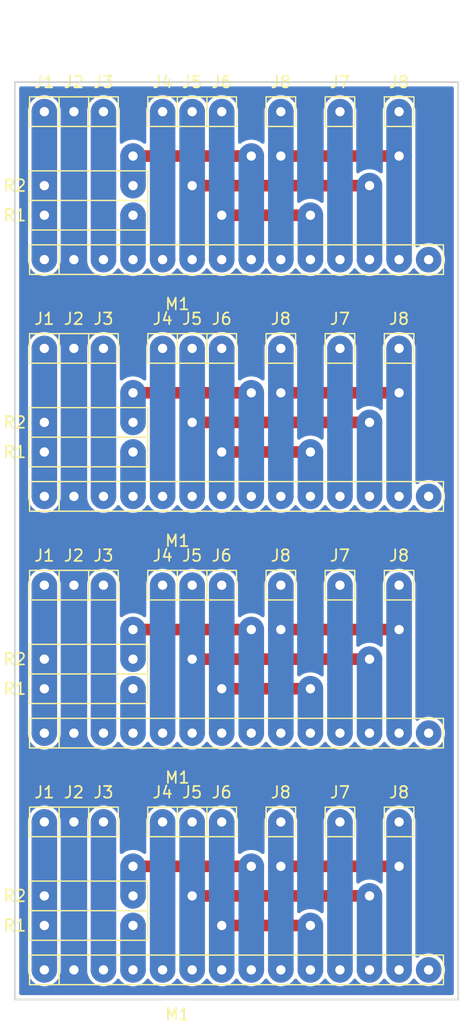
<source format=kicad_pcb>
(kicad_pcb (version 20171130) (host pcbnew "(5.1.6)-1")

  (general
    (thickness 1.6)
    (drawings 7)
    (tracks 100)
    (zones 0)
    (modules 48)
    (nets 12)
  )

  (page A4)
  (layers
    (0 F.Cu signal)
    (31 B.Cu signal)
    (32 B.Adhes user)
    (33 F.Adhes user)
    (34 B.Paste user)
    (35 F.Paste user)
    (36 B.SilkS user)
    (37 F.SilkS user hide)
    (38 B.Mask user)
    (39 F.Mask user)
    (40 Dwgs.User user)
    (41 Cmts.User user)
    (42 Eco1.User user)
    (43 Eco2.User user)
    (44 Edge.Cuts user)
    (45 Margin user)
    (46 B.CrtYd user)
    (47 F.CrtYd user)
    (48 B.Fab user)
    (49 F.Fab user)
  )

  (setup
    (last_trace_width 0.25)
    (user_trace_width 1)
    (user_trace_width 2)
    (user_trace_width 2.2)
    (trace_clearance 0.2)
    (zone_clearance 0.508)
    (zone_45_only no)
    (trace_min 0.2)
    (via_size 0.8)
    (via_drill 0.4)
    (via_min_size 0.4)
    (via_min_drill 0.3)
    (user_via 2.2 0.8)
    (uvia_size 0.3)
    (uvia_drill 0.1)
    (uvias_allowed no)
    (uvia_min_size 0.2)
    (uvia_min_drill 0.1)
    (edge_width 0.05)
    (segment_width 0.2)
    (pcb_text_width 0.3)
    (pcb_text_size 1.5 1.5)
    (mod_edge_width 0.12)
    (mod_text_size 1 1)
    (mod_text_width 0.15)
    (pad_size 2.2 2.2)
    (pad_drill 0.8)
    (pad_to_mask_clearance 0.05)
    (aux_axis_origin 0 0)
    (visible_elements 7FFFFFFF)
    (pcbplotparams
      (layerselection 0x01440_fffffffe)
      (usegerberextensions false)
      (usegerberattributes true)
      (usegerberadvancedattributes true)
      (creategerberjobfile false)
      (excludeedgelayer true)
      (linewidth 0.100000)
      (plotframeref false)
      (viasonmask true)
      (mode 1)
      (useauxorigin false)
      (hpglpennumber 1)
      (hpglpenspeed 20)
      (hpglpendiameter 15.000000)
      (psnegative false)
      (psa4output false)
      (plotreference true)
      (plotvalue true)
      (plotinvisibletext false)
      (padsonsilk false)
      (subtractmaskfromsilk false)
      (outputformat 1)
      (mirror false)
      (drillshape 0)
      (scaleselection 1)
      (outputdirectory "plot/"))
  )

  (net 0 "")
  (net 1 "Net-(M1-Pad14)")
  (net 2 +5V)
  (net 3 GND)
  (net 4 LCD_CS)
  (net 5 DC)
  (net 6 MOSI)
  (net 7 SCK)
  (net 8 TOUCH_CS)
  (net 9 MISO)
  (net 10 RESET)
  (net 11 LED)

  (net_class Default "This is the default net class."
    (clearance 0.2)
    (trace_width 0.25)
    (via_dia 0.8)
    (via_drill 0.4)
    (uvia_dia 0.3)
    (uvia_drill 0.1)
    (add_net +5V)
    (add_net DC)
    (add_net GND)
    (add_net LCD_CS)
    (add_net LED)
    (add_net MISO)
    (add_net MOSI)
    (add_net "Net-(M1-Pad14)")
    (add_net RESET)
    (add_net SCK)
    (add_net TOUCH_CS)
  )

  (module cnc3018-PCB:myResistor (layer F.Cu) (tedit 64E3B453) (tstamp 66252D6A)
    (at 2.54 -67.31)
    (path /6148DFD0)
    (fp_text reference R1 (at -2.54 0) (layer F.SilkS)
      (effects (font (size 1 1) (thickness 0.15)))
    )
    (fp_text value 10K (at 3.81 0) (layer F.Fab)
      (effects (font (size 1 1) (thickness 0.15)))
    )
    (fp_line (start -1.27 1.27) (end 8.89 1.27) (layer F.SilkS) (width 0.12))
    (fp_line (start -1.27 -1.27) (end -1.27 1.27) (layer F.SilkS) (width 0.12))
    (fp_line (start 8.89 -1.27) (end -1.27 -1.27) (layer F.SilkS) (width 0.12))
    (fp_line (start 8.89 -1.27) (end 8.89 1.27) (layer F.SilkS) (width 0.12))
    (pad 1 thru_hole circle (at 0 0) (size 2.2 2.2) (drill 0.8) (layers *.Cu *.Mask))
    (pad 2 thru_hole circle (at 7.62 0) (size 2.2 2.2) (drill 0.8) (layers *.Cu *.Mask))
  )

  (module cnc3018-PCB:myResistor (layer F.Cu) (tedit 64E3B453) (tstamp 66252D61)
    (at 2.54 -69.85)
    (path /6149A29E)
    (fp_text reference R2 (at -2.54 0) (layer F.SilkS)
      (effects (font (size 1 1) (thickness 0.15)))
    )
    (fp_text value 100 (at 3.81 0) (layer F.Fab)
      (effects (font (size 1 1) (thickness 0.15)))
    )
    (fp_line (start 8.89 -1.27) (end 8.89 1.27) (layer F.SilkS) (width 0.12))
    (fp_line (start 8.89 -1.27) (end -1.27 -1.27) (layer F.SilkS) (width 0.12))
    (fp_line (start -1.27 -1.27) (end -1.27 1.27) (layer F.SilkS) (width 0.12))
    (fp_line (start -1.27 1.27) (end 8.89 1.27) (layer F.SilkS) (width 0.12))
    (pad 2 thru_hole circle (at 7.62 0) (size 2.2 2.2) (drill 0.8) (layers *.Cu *.Mask))
    (pad 1 thru_hole circle (at 0 0) (size 2.2 2.2) (drill 0.8) (layers *.Cu *.Mask))
  )

  (module cnc3018-PCB:my1pin (layer F.Cu) (tedit 64E3B25A) (tstamp 66252D59)
    (at 12.7 -76.2)
    (path /6147F1E3)
    (fp_text reference J4 (at 0 -2.54) (layer F.SilkS)
      (effects (font (size 1 1) (thickness 0.15)))
    )
    (fp_text value DC (at 0 -3.81 90) (layer F.Fab)
      (effects (font (size 1 1) (thickness 0.15)) (justify left))
    )
    (fp_line (start -1.27 -1.27) (end 1.27 -1.27) (layer F.SilkS) (width 0.12))
    (fp_line (start -1.27 -1.27) (end -1.27 1.27) (layer F.SilkS) (width 0.12))
    (fp_line (start -1.27 1.27) (end 1.27 1.27) (layer F.SilkS) (width 0.12))
    (fp_line (start 1.27 1.27) (end 1.27 -1.27) (layer F.SilkS) (width 0.12))
    (pad 1 thru_hole circle (at 0 0) (size 2.2 2.2) (drill 0.8) (layers *.Cu *.Mask))
  )

  (module cnc3018-PCB:my1pin (layer F.Cu) (tedit 64E3B25A) (tstamp 66252D51)
    (at 15.24 -76.2)
    (path /6147FDC6)
    (fp_text reference J5 (at 0 -2.54) (layer F.SilkS)
      (effects (font (size 1 1) (thickness 0.15)))
    )
    (fp_text value MOSI (at 0 -3.81 90) (layer F.Fab)
      (effects (font (size 1 1) (thickness 0.15)) (justify left))
    )
    (fp_line (start 1.27 1.27) (end 1.27 -1.27) (layer F.SilkS) (width 0.12))
    (fp_line (start -1.27 1.27) (end 1.27 1.27) (layer F.SilkS) (width 0.12))
    (fp_line (start -1.27 -1.27) (end -1.27 1.27) (layer F.SilkS) (width 0.12))
    (fp_line (start -1.27 -1.27) (end 1.27 -1.27) (layer F.SilkS) (width 0.12))
    (pad 1 thru_hole circle (at 0 0) (size 2.2 2.2) (drill 0.8) (layers *.Cu *.Mask))
  )

  (module cnc3018-PCB:my1pin (layer F.Cu) (tedit 66251E6E) (tstamp 66252D49)
    (at 2.54 -76.2)
    (path /6147C8F0)
    (fp_text reference J1 (at 0 -2.54) (layer F.SilkS)
      (effects (font (size 1 1) (thickness 0.15)))
    )
    (fp_text value 5V (at 0 -3.81 90) (layer F.Fab)
      (effects (font (size 1 1) (thickness 0.15)) (justify left))
    )
    (fp_line (start 1.27 1.27) (end 1.27 -1.27) (layer F.SilkS) (width 0.12))
    (fp_line (start -1.27 1.27) (end 1.27 1.27) (layer F.SilkS) (width 0.12))
    (fp_line (start -1.27 -1.27) (end -1.27 1.27) (layer F.SilkS) (width 0.12))
    (fp_line (start -1.27 -1.27) (end 1.27 -1.27) (layer F.SilkS) (width 0.12))
    (pad 1 thru_hole circle (at 0 0) (size 2.2 2.2) (drill 0.8) (layers *.Cu *.Mask))
  )

  (module cnc3018-PCB:my14Pin (layer F.Cu) (tedit 66252373) (tstamp 66252D2E)
    (at 10.16 -63.5)
    (path /6147A123)
    (fp_text reference M1 (at 3.81 3.81) (layer F.SilkS)
      (effects (font (size 1 1) (thickness 0.15)))
    )
    (fp_text value TFT_ILI9341 (at 10.16 3.81) (layer F.Fab)
      (effects (font (size 1 1) (thickness 0.15)))
    )
    (fp_line (start 26.67 1.27) (end 11.43 1.27) (layer F.SilkS) (width 0.12))
    (fp_line (start 26.67 -1.27) (end 26.67 1.27) (layer F.SilkS) (width 0.12))
    (fp_line (start 11.43 -1.27) (end 26.67 -1.27) (layer F.SilkS) (width 0.12))
    (fp_line (start -6.35 -1.27) (end -6.35 1.27) (layer F.SilkS) (width 0.12))
    (fp_line (start -8.89 -1.27) (end -6.35 -1.27) (layer F.SilkS) (width 0.12))
    (fp_line (start 3.81 -1.27) (end -8.89 -1.27) (layer F.SilkS) (width 0.12))
    (fp_line (start -8.89 1.27) (end 3.81 1.27) (layer F.SilkS) (width 0.12))
    (fp_line (start -8.89 -1.27) (end -8.89 1.27) (layer F.SilkS) (width 0.12))
    (fp_line (start 3.81 -1.27) (end 11.43 -1.27) (layer F.SilkS) (width 0.12))
    (fp_line (start 11.43 1.27) (end 3.81 1.27) (layer F.SilkS) (width 0.12))
    (pad 14 thru_hole circle (at 25.4 0) (size 2.2 2.2) (drill 0.8) (layers *.Cu *.Mask))
    (pad 13 thru_hole circle (at 22.86 0) (size 2.2 2.2) (drill 0.8) (layers *.Cu *.Mask))
    (pad 12 thru_hole circle (at 20.32 0) (size 2.2 2.2) (drill 0.8) (layers *.Cu *.Mask))
    (pad 11 thru_hole circle (at 17.78 0) (size 2.2 2.2) (drill 0.8) (layers *.Cu *.Mask))
    (pad 10 thru_hole circle (at 15.24 0) (size 2.2 2.2) (drill 0.8) (layers *.Cu *.Mask))
    (pad 9 thru_hole circle (at 12.7 0) (size 2.2 2.2) (drill 0.8) (layers *.Cu *.Mask))
    (pad 8 thru_hole circle (at 10.16 0) (size 2.2 2.2) (drill 0.8) (layers *.Cu *.Mask))
    (pad 7 thru_hole circle (at 7.62 0) (size 2.2 2.2) (drill 0.8) (layers *.Cu *.Mask))
    (pad 6 thru_hole circle (at 5.08 0) (size 2.2 2.2) (drill 0.8) (layers *.Cu *.Mask))
    (pad 5 thru_hole circle (at 2.54 0) (size 2.2 2.2) (drill 0.8) (layers *.Cu *.Mask))
    (pad 4 thru_hole circle (at 0 0) (size 2.2 2.2) (drill 0.8) (layers *.Cu *.Mask))
    (pad 3 thru_hole circle (at -2.54 0) (size 2.2 2.2) (drill 0.8) (layers *.Cu *.Mask))
    (pad 2 thru_hole circle (at -5.08 0) (size 2.2 2.2) (drill 0.8) (layers *.Cu *.Mask)
      (net 3 GND))
    (pad 1 thru_hole circle (at -7.62 0) (size 2.2 2.2) (drill 0.8) (layers *.Cu *.Mask))
  )

  (module cnc3018-PCB:my1pin (layer F.Cu) (tedit 64E3B25A) (tstamp 66252D26)
    (at 27.94 -76.2)
    (path /6148260B)
    (fp_text reference J7 (at 0 -2.54) (layer F.SilkS)
      (effects (font (size 1 1) (thickness 0.15)))
    )
    (fp_text value MOSI (at 0 -3.81 90) (layer F.Fab)
      (effects (font (size 1 1) (thickness 0.15)) (justify left))
    )
    (fp_line (start 1.27 1.27) (end 1.27 -1.27) (layer F.SilkS) (width 0.12))
    (fp_line (start -1.27 1.27) (end 1.27 1.27) (layer F.SilkS) (width 0.12))
    (fp_line (start -1.27 -1.27) (end -1.27 1.27) (layer F.SilkS) (width 0.12))
    (fp_line (start -1.27 -1.27) (end 1.27 -1.27) (layer F.SilkS) (width 0.12))
    (pad 1 thru_hole circle (at 0 0) (size 2.2 2.2) (drill 0.8) (layers *.Cu *.Mask))
  )

  (module cnc3018-PCB:my1pin (layer F.Cu) (tedit 64E3B25A) (tstamp 66252D1E)
    (at 17.78 -76.2)
    (path /61480747)
    (fp_text reference J6 (at 0 -2.54) (layer F.SilkS)
      (effects (font (size 1 1) (thickness 0.15)))
    )
    (fp_text value SCK (at 0 -3.81 90) (layer F.Fab)
      (effects (font (size 1 1) (thickness 0.15)) (justify left))
    )
    (fp_line (start -1.27 -1.27) (end 1.27 -1.27) (layer F.SilkS) (width 0.12))
    (fp_line (start -1.27 -1.27) (end -1.27 1.27) (layer F.SilkS) (width 0.12))
    (fp_line (start -1.27 1.27) (end 1.27 1.27) (layer F.SilkS) (width 0.12))
    (fp_line (start 1.27 1.27) (end 1.27 -1.27) (layer F.SilkS) (width 0.12))
    (pad 1 thru_hole circle (at 0 0) (size 2.2 2.2) (drill 0.8) (layers *.Cu *.Mask))
  )

  (module cnc3018-PCB:my1pin (layer F.Cu) (tedit 64E3B25A) (tstamp 66252D16)
    (at 7.62 -76.2)
    (path /6147E475)
    (fp_text reference J3 (at 0 -2.54) (layer F.SilkS)
      (effects (font (size 1 1) (thickness 0.15)))
    )
    (fp_text value LCD_CS (at 0 -3.81 90) (layer F.Fab)
      (effects (font (size 1 1) (thickness 0.15)) (justify left))
    )
    (fp_line (start 1.27 1.27) (end 1.27 -1.27) (layer F.SilkS) (width 0.12))
    (fp_line (start -1.27 1.27) (end 1.27 1.27) (layer F.SilkS) (width 0.12))
    (fp_line (start -1.27 -1.27) (end -1.27 1.27) (layer F.SilkS) (width 0.12))
    (fp_line (start -1.27 -1.27) (end 1.27 -1.27) (layer F.SilkS) (width 0.12))
    (pad 1 thru_hole circle (at 0 0) (size 2.2 2.2) (drill 0.8) (layers *.Cu *.Mask))
  )

  (module cnc3018-PCB:my1pin (layer F.Cu) (tedit 64E3B25A) (tstamp 66252D0E)
    (at 22.86 -76.2)
    (path /6148308A)
    (fp_text reference J8 (at 0 -2.54) (layer F.SilkS)
      (effects (font (size 1 1) (thickness 0.15)))
    )
    (fp_text value MISO (at 0 -3.81 90) (layer F.Fab)
      (effects (font (size 1 1) (thickness 0.15)) (justify left))
    )
    (fp_line (start -1.27 -1.27) (end 1.27 -1.27) (layer F.SilkS) (width 0.12))
    (fp_line (start -1.27 -1.27) (end -1.27 1.27) (layer F.SilkS) (width 0.12))
    (fp_line (start -1.27 1.27) (end 1.27 1.27) (layer F.SilkS) (width 0.12))
    (fp_line (start 1.27 1.27) (end 1.27 -1.27) (layer F.SilkS) (width 0.12))
    (pad 1 thru_hole circle (at 0 0) (size 2.2 2.2) (drill 0.8) (layers *.Cu *.Mask))
  )

  (module cnc3018-PCB:my1pin (layer F.Cu) (tedit 6625236B) (tstamp 66252D06)
    (at 5.08 -76.2)
    (path /6147DA28)
    (fp_text reference J2 (at 0 -2.54) (layer F.SilkS)
      (effects (font (size 1 1) (thickness 0.15)))
    )
    (fp_text value GND (at 0 -3.81 90) (layer F.Fab)
      (effects (font (size 1 1) (thickness 0.15)) (justify left))
    )
    (fp_line (start -1.27 -1.27) (end 1.27 -1.27) (layer F.SilkS) (width 0.12))
    (fp_line (start -1.27 -1.27) (end -1.27 1.27) (layer F.SilkS) (width 0.12))
    (fp_line (start -1.27 1.27) (end 1.27 1.27) (layer F.SilkS) (width 0.12))
    (fp_line (start 1.27 1.27) (end 1.27 -1.27) (layer F.SilkS) (width 0.12))
    (pad 1 thru_hole circle (at 0 0) (size 2.2 2.2) (drill 0.8) (layers *.Cu *.Mask)
      (net 3 GND))
  )

  (module cnc3018-PCB:my1pin (layer F.Cu) (tedit 66251FB1) (tstamp 66252CFE)
    (at 33.02 -76.2)
    (path /6148308A)
    (fp_text reference J8 (at 0 -2.54) (layer F.SilkS)
      (effects (font (size 1 1) (thickness 0.15)))
    )
    (fp_text value MISO (at 0 -3.81 90) (layer F.Fab)
      (effects (font (size 1 1) (thickness 0.15)) (justify left))
    )
    (fp_line (start -1.27 -1.27) (end 1.27 -1.27) (layer F.SilkS) (width 0.12))
    (fp_line (start -1.27 -1.27) (end -1.27 1.27) (layer F.SilkS) (width 0.12))
    (fp_line (start -1.27 1.27) (end 1.27 1.27) (layer F.SilkS) (width 0.12))
    (fp_line (start 1.27 1.27) (end 1.27 -1.27) (layer F.SilkS) (width 0.12))
    (pad 1 thru_hole circle (at 0 0) (size 2.2 2.2) (drill 0.8) (layers *.Cu *.Mask))
  )

  (module cnc3018-PCB:myResistor (layer F.Cu) (tedit 64E3B453) (tstamp 66252D6A)
    (at 2.54 -46.99)
    (path /6148DFD0)
    (fp_text reference R1 (at -2.54 0) (layer F.SilkS)
      (effects (font (size 1 1) (thickness 0.15)))
    )
    (fp_text value 10K (at 3.81 0) (layer F.Fab)
      (effects (font (size 1 1) (thickness 0.15)))
    )
    (fp_line (start -1.27 1.27) (end 8.89 1.27) (layer F.SilkS) (width 0.12))
    (fp_line (start -1.27 -1.27) (end -1.27 1.27) (layer F.SilkS) (width 0.12))
    (fp_line (start 8.89 -1.27) (end -1.27 -1.27) (layer F.SilkS) (width 0.12))
    (fp_line (start 8.89 -1.27) (end 8.89 1.27) (layer F.SilkS) (width 0.12))
    (pad 1 thru_hole circle (at 0 0) (size 2.2 2.2) (drill 0.8) (layers *.Cu *.Mask))
    (pad 2 thru_hole circle (at 7.62 0) (size 2.2 2.2) (drill 0.8) (layers *.Cu *.Mask))
  )

  (module cnc3018-PCB:myResistor (layer F.Cu) (tedit 64E3B453) (tstamp 66252D61)
    (at 2.54 -49.53)
    (path /6149A29E)
    (fp_text reference R2 (at -2.54 0) (layer F.SilkS)
      (effects (font (size 1 1) (thickness 0.15)))
    )
    (fp_text value 100 (at 3.81 0) (layer F.Fab)
      (effects (font (size 1 1) (thickness 0.15)))
    )
    (fp_line (start 8.89 -1.27) (end 8.89 1.27) (layer F.SilkS) (width 0.12))
    (fp_line (start 8.89 -1.27) (end -1.27 -1.27) (layer F.SilkS) (width 0.12))
    (fp_line (start -1.27 -1.27) (end -1.27 1.27) (layer F.SilkS) (width 0.12))
    (fp_line (start -1.27 1.27) (end 8.89 1.27) (layer F.SilkS) (width 0.12))
    (pad 2 thru_hole circle (at 7.62 0) (size 2.2 2.2) (drill 0.8) (layers *.Cu *.Mask))
    (pad 1 thru_hole circle (at 0 0) (size 2.2 2.2) (drill 0.8) (layers *.Cu *.Mask))
  )

  (module cnc3018-PCB:my1pin (layer F.Cu) (tedit 64E3B25A) (tstamp 66252D59)
    (at 12.7 -55.88)
    (path /6147F1E3)
    (fp_text reference J4 (at 0 -2.54) (layer F.SilkS)
      (effects (font (size 1 1) (thickness 0.15)))
    )
    (fp_text value DC (at 0 -3.81 90) (layer F.Fab)
      (effects (font (size 1 1) (thickness 0.15)) (justify left))
    )
    (fp_line (start -1.27 -1.27) (end 1.27 -1.27) (layer F.SilkS) (width 0.12))
    (fp_line (start -1.27 -1.27) (end -1.27 1.27) (layer F.SilkS) (width 0.12))
    (fp_line (start -1.27 1.27) (end 1.27 1.27) (layer F.SilkS) (width 0.12))
    (fp_line (start 1.27 1.27) (end 1.27 -1.27) (layer F.SilkS) (width 0.12))
    (pad 1 thru_hole circle (at 0 0) (size 2.2 2.2) (drill 0.8) (layers *.Cu *.Mask))
  )

  (module cnc3018-PCB:my1pin (layer F.Cu) (tedit 64E3B25A) (tstamp 66252D51)
    (at 15.24 -55.88)
    (path /6147FDC6)
    (fp_text reference J5 (at 0 -2.54) (layer F.SilkS)
      (effects (font (size 1 1) (thickness 0.15)))
    )
    (fp_text value MOSI (at 0 -3.81 90) (layer F.Fab)
      (effects (font (size 1 1) (thickness 0.15)) (justify left))
    )
    (fp_line (start 1.27 1.27) (end 1.27 -1.27) (layer F.SilkS) (width 0.12))
    (fp_line (start -1.27 1.27) (end 1.27 1.27) (layer F.SilkS) (width 0.12))
    (fp_line (start -1.27 -1.27) (end -1.27 1.27) (layer F.SilkS) (width 0.12))
    (fp_line (start -1.27 -1.27) (end 1.27 -1.27) (layer F.SilkS) (width 0.12))
    (pad 1 thru_hole circle (at 0 0) (size 2.2 2.2) (drill 0.8) (layers *.Cu *.Mask))
  )

  (module cnc3018-PCB:my1pin (layer F.Cu) (tedit 66251E6E) (tstamp 66252D49)
    (at 2.54 -55.88)
    (path /6147C8F0)
    (fp_text reference J1 (at 0 -2.54) (layer F.SilkS)
      (effects (font (size 1 1) (thickness 0.15)))
    )
    (fp_text value 5V (at 0 -3.81 90) (layer F.Fab)
      (effects (font (size 1 1) (thickness 0.15)) (justify left))
    )
    (fp_line (start 1.27 1.27) (end 1.27 -1.27) (layer F.SilkS) (width 0.12))
    (fp_line (start -1.27 1.27) (end 1.27 1.27) (layer F.SilkS) (width 0.12))
    (fp_line (start -1.27 -1.27) (end -1.27 1.27) (layer F.SilkS) (width 0.12))
    (fp_line (start -1.27 -1.27) (end 1.27 -1.27) (layer F.SilkS) (width 0.12))
    (pad 1 thru_hole circle (at 0 0) (size 2.2 2.2) (drill 0.8) (layers *.Cu *.Mask))
  )

  (module cnc3018-PCB:my14Pin (layer F.Cu) (tedit 66252362) (tstamp 66252D2E)
    (at 10.16 -43.18)
    (path /6147A123)
    (fp_text reference M1 (at 3.81 3.81) (layer F.SilkS)
      (effects (font (size 1 1) (thickness 0.15)))
    )
    (fp_text value TFT_ILI9341 (at 10.16 3.81) (layer F.Fab)
      (effects (font (size 1 1) (thickness 0.15)))
    )
    (fp_line (start 26.67 1.27) (end 11.43 1.27) (layer F.SilkS) (width 0.12))
    (fp_line (start 26.67 -1.27) (end 26.67 1.27) (layer F.SilkS) (width 0.12))
    (fp_line (start 11.43 -1.27) (end 26.67 -1.27) (layer F.SilkS) (width 0.12))
    (fp_line (start -6.35 -1.27) (end -6.35 1.27) (layer F.SilkS) (width 0.12))
    (fp_line (start -8.89 -1.27) (end -6.35 -1.27) (layer F.SilkS) (width 0.12))
    (fp_line (start 3.81 -1.27) (end -8.89 -1.27) (layer F.SilkS) (width 0.12))
    (fp_line (start -8.89 1.27) (end 3.81 1.27) (layer F.SilkS) (width 0.12))
    (fp_line (start -8.89 -1.27) (end -8.89 1.27) (layer F.SilkS) (width 0.12))
    (fp_line (start 3.81 -1.27) (end 11.43 -1.27) (layer F.SilkS) (width 0.12))
    (fp_line (start 11.43 1.27) (end 3.81 1.27) (layer F.SilkS) (width 0.12))
    (pad 14 thru_hole circle (at 25.4 0) (size 2.2 2.2) (drill 0.8) (layers *.Cu *.Mask))
    (pad 13 thru_hole circle (at 22.86 0) (size 2.2 2.2) (drill 0.8) (layers *.Cu *.Mask))
    (pad 12 thru_hole circle (at 20.32 0) (size 2.2 2.2) (drill 0.8) (layers *.Cu *.Mask))
    (pad 11 thru_hole circle (at 17.78 0) (size 2.2 2.2) (drill 0.8) (layers *.Cu *.Mask))
    (pad 10 thru_hole circle (at 15.24 0) (size 2.2 2.2) (drill 0.8) (layers *.Cu *.Mask))
    (pad 9 thru_hole circle (at 12.7 0) (size 2.2 2.2) (drill 0.8) (layers *.Cu *.Mask))
    (pad 8 thru_hole circle (at 10.16 0) (size 2.2 2.2) (drill 0.8) (layers *.Cu *.Mask))
    (pad 7 thru_hole circle (at 7.62 0) (size 2.2 2.2) (drill 0.8) (layers *.Cu *.Mask))
    (pad 6 thru_hole circle (at 5.08 0) (size 2.2 2.2) (drill 0.8) (layers *.Cu *.Mask))
    (pad 5 thru_hole circle (at 2.54 0) (size 2.2 2.2) (drill 0.8) (layers *.Cu *.Mask))
    (pad 4 thru_hole circle (at 0 0) (size 2.2 2.2) (drill 0.8) (layers *.Cu *.Mask))
    (pad 3 thru_hole circle (at -2.54 0) (size 2.2 2.2) (drill 0.8) (layers *.Cu *.Mask))
    (pad 2 thru_hole circle (at -5.08 0) (size 2.2 2.2) (drill 0.8) (layers *.Cu *.Mask)
      (net 3 GND))
    (pad 1 thru_hole circle (at -7.62 0) (size 2.2 2.2) (drill 0.8) (layers *.Cu *.Mask))
  )

  (module cnc3018-PCB:my1pin (layer F.Cu) (tedit 64E3B25A) (tstamp 66252D26)
    (at 27.94 -55.88)
    (path /6148260B)
    (fp_text reference J7 (at 0 -2.54) (layer F.SilkS)
      (effects (font (size 1 1) (thickness 0.15)))
    )
    (fp_text value MOSI (at 0 -3.81 90) (layer F.Fab)
      (effects (font (size 1 1) (thickness 0.15)) (justify left))
    )
    (fp_line (start 1.27 1.27) (end 1.27 -1.27) (layer F.SilkS) (width 0.12))
    (fp_line (start -1.27 1.27) (end 1.27 1.27) (layer F.SilkS) (width 0.12))
    (fp_line (start -1.27 -1.27) (end -1.27 1.27) (layer F.SilkS) (width 0.12))
    (fp_line (start -1.27 -1.27) (end 1.27 -1.27) (layer F.SilkS) (width 0.12))
    (pad 1 thru_hole circle (at 0 0) (size 2.2 2.2) (drill 0.8) (layers *.Cu *.Mask))
  )

  (module cnc3018-PCB:my1pin (layer F.Cu) (tedit 64E3B25A) (tstamp 66252D1E)
    (at 17.78 -55.88)
    (path /61480747)
    (fp_text reference J6 (at 0 -2.54) (layer F.SilkS)
      (effects (font (size 1 1) (thickness 0.15)))
    )
    (fp_text value SCK (at 0 -3.81 90) (layer F.Fab)
      (effects (font (size 1 1) (thickness 0.15)) (justify left))
    )
    (fp_line (start -1.27 -1.27) (end 1.27 -1.27) (layer F.SilkS) (width 0.12))
    (fp_line (start -1.27 -1.27) (end -1.27 1.27) (layer F.SilkS) (width 0.12))
    (fp_line (start -1.27 1.27) (end 1.27 1.27) (layer F.SilkS) (width 0.12))
    (fp_line (start 1.27 1.27) (end 1.27 -1.27) (layer F.SilkS) (width 0.12))
    (pad 1 thru_hole circle (at 0 0) (size 2.2 2.2) (drill 0.8) (layers *.Cu *.Mask))
  )

  (module cnc3018-PCB:my1pin (layer F.Cu) (tedit 64E3B25A) (tstamp 66252D16)
    (at 7.62 -55.88)
    (path /6147E475)
    (fp_text reference J3 (at 0 -2.54) (layer F.SilkS)
      (effects (font (size 1 1) (thickness 0.15)))
    )
    (fp_text value LCD_CS (at 0 -3.81 90) (layer F.Fab)
      (effects (font (size 1 1) (thickness 0.15)) (justify left))
    )
    (fp_line (start 1.27 1.27) (end 1.27 -1.27) (layer F.SilkS) (width 0.12))
    (fp_line (start -1.27 1.27) (end 1.27 1.27) (layer F.SilkS) (width 0.12))
    (fp_line (start -1.27 -1.27) (end -1.27 1.27) (layer F.SilkS) (width 0.12))
    (fp_line (start -1.27 -1.27) (end 1.27 -1.27) (layer F.SilkS) (width 0.12))
    (pad 1 thru_hole circle (at 0 0) (size 2.2 2.2) (drill 0.8) (layers *.Cu *.Mask))
  )

  (module cnc3018-PCB:my1pin (layer F.Cu) (tedit 64E3B25A) (tstamp 66252D0E)
    (at 22.86 -55.88)
    (path /6148308A)
    (fp_text reference J8 (at 0 -2.54) (layer F.SilkS)
      (effects (font (size 1 1) (thickness 0.15)))
    )
    (fp_text value MISO (at 0 -3.81 90) (layer F.Fab)
      (effects (font (size 1 1) (thickness 0.15)) (justify left))
    )
    (fp_line (start -1.27 -1.27) (end 1.27 -1.27) (layer F.SilkS) (width 0.12))
    (fp_line (start -1.27 -1.27) (end -1.27 1.27) (layer F.SilkS) (width 0.12))
    (fp_line (start -1.27 1.27) (end 1.27 1.27) (layer F.SilkS) (width 0.12))
    (fp_line (start 1.27 1.27) (end 1.27 -1.27) (layer F.SilkS) (width 0.12))
    (pad 1 thru_hole circle (at 0 0) (size 2.2 2.2) (drill 0.8) (layers *.Cu *.Mask))
  )

  (module cnc3018-PCB:my1pin (layer F.Cu) (tedit 66252359) (tstamp 66252D06)
    (at 5.08 -55.88)
    (path /6147DA28)
    (fp_text reference J2 (at 0 -2.54) (layer F.SilkS)
      (effects (font (size 1 1) (thickness 0.15)))
    )
    (fp_text value GND (at 0 -3.81 90) (layer F.Fab)
      (effects (font (size 1 1) (thickness 0.15)) (justify left))
    )
    (fp_line (start -1.27 -1.27) (end 1.27 -1.27) (layer F.SilkS) (width 0.12))
    (fp_line (start -1.27 -1.27) (end -1.27 1.27) (layer F.SilkS) (width 0.12))
    (fp_line (start -1.27 1.27) (end 1.27 1.27) (layer F.SilkS) (width 0.12))
    (fp_line (start 1.27 1.27) (end 1.27 -1.27) (layer F.SilkS) (width 0.12))
    (pad 1 thru_hole circle (at 0 0) (size 2.2 2.2) (drill 0.8) (layers *.Cu *.Mask)
      (net 3 GND))
  )

  (module cnc3018-PCB:my1pin (layer F.Cu) (tedit 66251FB1) (tstamp 66252CFE)
    (at 33.02 -55.88)
    (path /6148308A)
    (fp_text reference J8 (at 0 -2.54) (layer F.SilkS)
      (effects (font (size 1 1) (thickness 0.15)))
    )
    (fp_text value MISO (at 0 -3.81 90) (layer F.Fab)
      (effects (font (size 1 1) (thickness 0.15)) (justify left))
    )
    (fp_line (start -1.27 -1.27) (end 1.27 -1.27) (layer F.SilkS) (width 0.12))
    (fp_line (start -1.27 -1.27) (end -1.27 1.27) (layer F.SilkS) (width 0.12))
    (fp_line (start -1.27 1.27) (end 1.27 1.27) (layer F.SilkS) (width 0.12))
    (fp_line (start 1.27 1.27) (end 1.27 -1.27) (layer F.SilkS) (width 0.12))
    (pad 1 thru_hole circle (at 0 0) (size 2.2 2.2) (drill 0.8) (layers *.Cu *.Mask))
  )

  (module cnc3018-PCB:myResistor (layer F.Cu) (tedit 64E3B453) (tstamp 66252D6A)
    (at 2.54 -26.67)
    (path /6148DFD0)
    (fp_text reference R1 (at -2.54 0) (layer F.SilkS)
      (effects (font (size 1 1) (thickness 0.15)))
    )
    (fp_text value 10K (at 3.81 0) (layer F.Fab)
      (effects (font (size 1 1) (thickness 0.15)))
    )
    (fp_line (start -1.27 1.27) (end 8.89 1.27) (layer F.SilkS) (width 0.12))
    (fp_line (start -1.27 -1.27) (end -1.27 1.27) (layer F.SilkS) (width 0.12))
    (fp_line (start 8.89 -1.27) (end -1.27 -1.27) (layer F.SilkS) (width 0.12))
    (fp_line (start 8.89 -1.27) (end 8.89 1.27) (layer F.SilkS) (width 0.12))
    (pad 1 thru_hole circle (at 0 0) (size 2.2 2.2) (drill 0.8) (layers *.Cu *.Mask))
    (pad 2 thru_hole circle (at 7.62 0) (size 2.2 2.2) (drill 0.8) (layers *.Cu *.Mask))
  )

  (module cnc3018-PCB:myResistor (layer F.Cu) (tedit 64E3B453) (tstamp 66252D61)
    (at 2.54 -29.21)
    (path /6149A29E)
    (fp_text reference R2 (at -2.54 0) (layer F.SilkS)
      (effects (font (size 1 1) (thickness 0.15)))
    )
    (fp_text value 100 (at 3.81 0) (layer F.Fab)
      (effects (font (size 1 1) (thickness 0.15)))
    )
    (fp_line (start 8.89 -1.27) (end 8.89 1.27) (layer F.SilkS) (width 0.12))
    (fp_line (start 8.89 -1.27) (end -1.27 -1.27) (layer F.SilkS) (width 0.12))
    (fp_line (start -1.27 -1.27) (end -1.27 1.27) (layer F.SilkS) (width 0.12))
    (fp_line (start -1.27 1.27) (end 8.89 1.27) (layer F.SilkS) (width 0.12))
    (pad 2 thru_hole circle (at 7.62 0) (size 2.2 2.2) (drill 0.8) (layers *.Cu *.Mask))
    (pad 1 thru_hole circle (at 0 0) (size 2.2 2.2) (drill 0.8) (layers *.Cu *.Mask))
  )

  (module cnc3018-PCB:my1pin (layer F.Cu) (tedit 64E3B25A) (tstamp 66252D59)
    (at 12.7 -35.56)
    (path /6147F1E3)
    (fp_text reference J4 (at 0 -2.54) (layer F.SilkS)
      (effects (font (size 1 1) (thickness 0.15)))
    )
    (fp_text value DC (at 0 -3.81 90) (layer F.Fab)
      (effects (font (size 1 1) (thickness 0.15)) (justify left))
    )
    (fp_line (start -1.27 -1.27) (end 1.27 -1.27) (layer F.SilkS) (width 0.12))
    (fp_line (start -1.27 -1.27) (end -1.27 1.27) (layer F.SilkS) (width 0.12))
    (fp_line (start -1.27 1.27) (end 1.27 1.27) (layer F.SilkS) (width 0.12))
    (fp_line (start 1.27 1.27) (end 1.27 -1.27) (layer F.SilkS) (width 0.12))
    (pad 1 thru_hole circle (at 0 0) (size 2.2 2.2) (drill 0.8) (layers *.Cu *.Mask))
  )

  (module cnc3018-PCB:my1pin (layer F.Cu) (tedit 64E3B25A) (tstamp 66252D51)
    (at 15.24 -35.56)
    (path /6147FDC6)
    (fp_text reference J5 (at 0 -2.54) (layer F.SilkS)
      (effects (font (size 1 1) (thickness 0.15)))
    )
    (fp_text value MOSI (at 0 -3.81 90) (layer F.Fab)
      (effects (font (size 1 1) (thickness 0.15)) (justify left))
    )
    (fp_line (start 1.27 1.27) (end 1.27 -1.27) (layer F.SilkS) (width 0.12))
    (fp_line (start -1.27 1.27) (end 1.27 1.27) (layer F.SilkS) (width 0.12))
    (fp_line (start -1.27 -1.27) (end -1.27 1.27) (layer F.SilkS) (width 0.12))
    (fp_line (start -1.27 -1.27) (end 1.27 -1.27) (layer F.SilkS) (width 0.12))
    (pad 1 thru_hole circle (at 0 0) (size 2.2 2.2) (drill 0.8) (layers *.Cu *.Mask))
  )

  (module cnc3018-PCB:my1pin (layer F.Cu) (tedit 66251E6E) (tstamp 66252D49)
    (at 2.54 -35.56)
    (path /6147C8F0)
    (fp_text reference J1 (at 0 -2.54) (layer F.SilkS)
      (effects (font (size 1 1) (thickness 0.15)))
    )
    (fp_text value 5V (at 0 -3.81 90) (layer F.Fab)
      (effects (font (size 1 1) (thickness 0.15)) (justify left))
    )
    (fp_line (start 1.27 1.27) (end 1.27 -1.27) (layer F.SilkS) (width 0.12))
    (fp_line (start -1.27 1.27) (end 1.27 1.27) (layer F.SilkS) (width 0.12))
    (fp_line (start -1.27 -1.27) (end -1.27 1.27) (layer F.SilkS) (width 0.12))
    (fp_line (start -1.27 -1.27) (end 1.27 -1.27) (layer F.SilkS) (width 0.12))
    (pad 1 thru_hole circle (at 0 0) (size 2.2 2.2) (drill 0.8) (layers *.Cu *.Mask))
  )

  (module cnc3018-PCB:my14Pin (layer F.Cu) (tedit 66252349) (tstamp 66252D2E)
    (at 10.16 -22.86)
    (path /6147A123)
    (fp_text reference M1 (at 3.81 3.81) (layer F.SilkS)
      (effects (font (size 1 1) (thickness 0.15)))
    )
    (fp_text value TFT_ILI9341 (at 10.16 3.81) (layer F.Fab)
      (effects (font (size 1 1) (thickness 0.15)))
    )
    (fp_line (start 26.67 1.27) (end 11.43 1.27) (layer F.SilkS) (width 0.12))
    (fp_line (start 26.67 -1.27) (end 26.67 1.27) (layer F.SilkS) (width 0.12))
    (fp_line (start 11.43 -1.27) (end 26.67 -1.27) (layer F.SilkS) (width 0.12))
    (fp_line (start -6.35 -1.27) (end -6.35 1.27) (layer F.SilkS) (width 0.12))
    (fp_line (start -8.89 -1.27) (end -6.35 -1.27) (layer F.SilkS) (width 0.12))
    (fp_line (start 3.81 -1.27) (end -8.89 -1.27) (layer F.SilkS) (width 0.12))
    (fp_line (start -8.89 1.27) (end 3.81 1.27) (layer F.SilkS) (width 0.12))
    (fp_line (start -8.89 -1.27) (end -8.89 1.27) (layer F.SilkS) (width 0.12))
    (fp_line (start 3.81 -1.27) (end 11.43 -1.27) (layer F.SilkS) (width 0.12))
    (fp_line (start 11.43 1.27) (end 3.81 1.27) (layer F.SilkS) (width 0.12))
    (pad 14 thru_hole circle (at 25.4 0) (size 2.2 2.2) (drill 0.8) (layers *.Cu *.Mask))
    (pad 13 thru_hole circle (at 22.86 0) (size 2.2 2.2) (drill 0.8) (layers *.Cu *.Mask))
    (pad 12 thru_hole circle (at 20.32 0) (size 2.2 2.2) (drill 0.8) (layers *.Cu *.Mask))
    (pad 11 thru_hole circle (at 17.78 0) (size 2.2 2.2) (drill 0.8) (layers *.Cu *.Mask))
    (pad 10 thru_hole circle (at 15.24 0) (size 2.2 2.2) (drill 0.8) (layers *.Cu *.Mask))
    (pad 9 thru_hole circle (at 12.7 0) (size 2.2 2.2) (drill 0.8) (layers *.Cu *.Mask))
    (pad 8 thru_hole circle (at 10.16 0) (size 2.2 2.2) (drill 0.8) (layers *.Cu *.Mask))
    (pad 7 thru_hole circle (at 7.62 0) (size 2.2 2.2) (drill 0.8) (layers *.Cu *.Mask))
    (pad 6 thru_hole circle (at 5.08 0) (size 2.2 2.2) (drill 0.8) (layers *.Cu *.Mask))
    (pad 5 thru_hole circle (at 2.54 0) (size 2.2 2.2) (drill 0.8) (layers *.Cu *.Mask))
    (pad 4 thru_hole circle (at 0 0) (size 2.2 2.2) (drill 0.8) (layers *.Cu *.Mask))
    (pad 3 thru_hole circle (at -2.54 0) (size 2.2 2.2) (drill 0.8) (layers *.Cu *.Mask))
    (pad 2 thru_hole circle (at -5.08 0) (size 2.2 2.2) (drill 0.8) (layers *.Cu *.Mask)
      (net 3 GND))
    (pad 1 thru_hole circle (at -7.62 0) (size 2.2 2.2) (drill 0.8) (layers *.Cu *.Mask))
  )

  (module cnc3018-PCB:my1pin (layer F.Cu) (tedit 64E3B25A) (tstamp 66252D26)
    (at 27.94 -35.56)
    (path /6148260B)
    (fp_text reference J7 (at 0 -2.54) (layer F.SilkS)
      (effects (font (size 1 1) (thickness 0.15)))
    )
    (fp_text value MOSI (at 0 -3.81 90) (layer F.Fab)
      (effects (font (size 1 1) (thickness 0.15)) (justify left))
    )
    (fp_line (start 1.27 1.27) (end 1.27 -1.27) (layer F.SilkS) (width 0.12))
    (fp_line (start -1.27 1.27) (end 1.27 1.27) (layer F.SilkS) (width 0.12))
    (fp_line (start -1.27 -1.27) (end -1.27 1.27) (layer F.SilkS) (width 0.12))
    (fp_line (start -1.27 -1.27) (end 1.27 -1.27) (layer F.SilkS) (width 0.12))
    (pad 1 thru_hole circle (at 0 0) (size 2.2 2.2) (drill 0.8) (layers *.Cu *.Mask))
  )

  (module cnc3018-PCB:my1pin (layer F.Cu) (tedit 64E3B25A) (tstamp 66252D1E)
    (at 17.78 -35.56)
    (path /61480747)
    (fp_text reference J6 (at 0 -2.54) (layer F.SilkS)
      (effects (font (size 1 1) (thickness 0.15)))
    )
    (fp_text value SCK (at 0 -3.81 90) (layer F.Fab)
      (effects (font (size 1 1) (thickness 0.15)) (justify left))
    )
    (fp_line (start -1.27 -1.27) (end 1.27 -1.27) (layer F.SilkS) (width 0.12))
    (fp_line (start -1.27 -1.27) (end -1.27 1.27) (layer F.SilkS) (width 0.12))
    (fp_line (start -1.27 1.27) (end 1.27 1.27) (layer F.SilkS) (width 0.12))
    (fp_line (start 1.27 1.27) (end 1.27 -1.27) (layer F.SilkS) (width 0.12))
    (pad 1 thru_hole circle (at 0 0) (size 2.2 2.2) (drill 0.8) (layers *.Cu *.Mask))
  )

  (module cnc3018-PCB:my1pin (layer F.Cu) (tedit 64E3B25A) (tstamp 66252D16)
    (at 7.62 -35.56)
    (path /6147E475)
    (fp_text reference J3 (at 0 -2.54) (layer F.SilkS)
      (effects (font (size 1 1) (thickness 0.15)))
    )
    (fp_text value LCD_CS (at 0 -3.81 90) (layer F.Fab)
      (effects (font (size 1 1) (thickness 0.15)) (justify left))
    )
    (fp_line (start 1.27 1.27) (end 1.27 -1.27) (layer F.SilkS) (width 0.12))
    (fp_line (start -1.27 1.27) (end 1.27 1.27) (layer F.SilkS) (width 0.12))
    (fp_line (start -1.27 -1.27) (end -1.27 1.27) (layer F.SilkS) (width 0.12))
    (fp_line (start -1.27 -1.27) (end 1.27 -1.27) (layer F.SilkS) (width 0.12))
    (pad 1 thru_hole circle (at 0 0) (size 2.2 2.2) (drill 0.8) (layers *.Cu *.Mask))
  )

  (module cnc3018-PCB:my1pin (layer F.Cu) (tedit 64E3B25A) (tstamp 66252D0E)
    (at 22.86 -35.56)
    (path /6148308A)
    (fp_text reference J8 (at 0 -2.54) (layer F.SilkS)
      (effects (font (size 1 1) (thickness 0.15)))
    )
    (fp_text value MISO (at 0 -3.81 90) (layer F.Fab)
      (effects (font (size 1 1) (thickness 0.15)) (justify left))
    )
    (fp_line (start -1.27 -1.27) (end 1.27 -1.27) (layer F.SilkS) (width 0.12))
    (fp_line (start -1.27 -1.27) (end -1.27 1.27) (layer F.SilkS) (width 0.12))
    (fp_line (start -1.27 1.27) (end 1.27 1.27) (layer F.SilkS) (width 0.12))
    (fp_line (start 1.27 1.27) (end 1.27 -1.27) (layer F.SilkS) (width 0.12))
    (pad 1 thru_hole circle (at 0 0) (size 2.2 2.2) (drill 0.8) (layers *.Cu *.Mask))
  )

  (module cnc3018-PCB:my1pin (layer F.Cu) (tedit 6625233E) (tstamp 66252D06)
    (at 5.08 -35.56)
    (path /6147DA28)
    (fp_text reference J2 (at 0 -2.54) (layer F.SilkS)
      (effects (font (size 1 1) (thickness 0.15)))
    )
    (fp_text value GND (at 0 -3.81 90) (layer F.Fab)
      (effects (font (size 1 1) (thickness 0.15)) (justify left))
    )
    (fp_line (start -1.27 -1.27) (end 1.27 -1.27) (layer F.SilkS) (width 0.12))
    (fp_line (start -1.27 -1.27) (end -1.27 1.27) (layer F.SilkS) (width 0.12))
    (fp_line (start -1.27 1.27) (end 1.27 1.27) (layer F.SilkS) (width 0.12))
    (fp_line (start 1.27 1.27) (end 1.27 -1.27) (layer F.SilkS) (width 0.12))
    (pad 1 thru_hole circle (at 0 0) (size 2.2 2.2) (drill 0.8) (layers *.Cu *.Mask)
      (net 3 GND))
  )

  (module cnc3018-PCB:my1pin (layer F.Cu) (tedit 66251FB1) (tstamp 66252CFE)
    (at 33.02 -35.56)
    (path /6148308A)
    (fp_text reference J8 (at 0 -2.54) (layer F.SilkS)
      (effects (font (size 1 1) (thickness 0.15)))
    )
    (fp_text value MISO (at 0 -3.81 90) (layer F.Fab)
      (effects (font (size 1 1) (thickness 0.15)) (justify left))
    )
    (fp_line (start -1.27 -1.27) (end 1.27 -1.27) (layer F.SilkS) (width 0.12))
    (fp_line (start -1.27 -1.27) (end -1.27 1.27) (layer F.SilkS) (width 0.12))
    (fp_line (start -1.27 1.27) (end 1.27 1.27) (layer F.SilkS) (width 0.12))
    (fp_line (start 1.27 1.27) (end 1.27 -1.27) (layer F.SilkS) (width 0.12))
    (pad 1 thru_hole circle (at 0 0) (size 2.2 2.2) (drill 0.8) (layers *.Cu *.Mask))
  )

  (module cnc3018-PCB:my1pin (layer F.Cu) (tedit 66251FB1) (tstamp 6625298A)
    (at 33.02 -15.24)
    (path /6148308A)
    (fp_text reference J8 (at 0 -2.54) (layer F.SilkS)
      (effects (font (size 1 1) (thickness 0.15)))
    )
    (fp_text value MISO (at 0 -3.81 90) (layer F.Fab)
      (effects (font (size 1 1) (thickness 0.15)) (justify left))
    )
    (fp_line (start -1.27 -1.27) (end 1.27 -1.27) (layer F.SilkS) (width 0.12))
    (fp_line (start -1.27 -1.27) (end -1.27 1.27) (layer F.SilkS) (width 0.12))
    (fp_line (start -1.27 1.27) (end 1.27 1.27) (layer F.SilkS) (width 0.12))
    (fp_line (start 1.27 1.27) (end 1.27 -1.27) (layer F.SilkS) (width 0.12))
    (pad 1 thru_hole circle (at 0 0) (size 2.2 2.2) (drill 0.8) (layers *.Cu *.Mask)
      (net 9 MISO))
  )

  (module cnc3018-PCB:my1pin (layer F.Cu) (tedit 66251E6E) (tstamp 6625264B)
    (at 2.54 -15.24)
    (path /6147C8F0)
    (fp_text reference J1 (at 0 -2.54) (layer F.SilkS)
      (effects (font (size 1 1) (thickness 0.15)))
    )
    (fp_text value 5V (at 0 -3.81 90) (layer F.Fab)
      (effects (font (size 1 1) (thickness 0.15)) (justify left))
    )
    (fp_line (start 1.27 1.27) (end 1.27 -1.27) (layer F.SilkS) (width 0.12))
    (fp_line (start -1.27 1.27) (end 1.27 1.27) (layer F.SilkS) (width 0.12))
    (fp_line (start -1.27 -1.27) (end -1.27 1.27) (layer F.SilkS) (width 0.12))
    (fp_line (start -1.27 -1.27) (end 1.27 -1.27) (layer F.SilkS) (width 0.12))
    (pad 1 thru_hole circle (at 0 0) (size 2.2 2.2) (drill 0.8) (layers *.Cu *.Mask)
      (net 2 +5V))
  )

  (module cnc3018-PCB:my1pin (layer F.Cu) (tedit 64E3B25A) (tstamp 66252654)
    (at 5.08 -15.24)
    (path /6147DA28)
    (fp_text reference J2 (at 0 -2.54) (layer F.SilkS)
      (effects (font (size 1 1) (thickness 0.15)))
    )
    (fp_text value GND (at 0 -3.81 90) (layer F.Fab)
      (effects (font (size 1 1) (thickness 0.15)) (justify left))
    )
    (fp_line (start -1.27 -1.27) (end 1.27 -1.27) (layer F.SilkS) (width 0.12))
    (fp_line (start -1.27 -1.27) (end -1.27 1.27) (layer F.SilkS) (width 0.12))
    (fp_line (start -1.27 1.27) (end 1.27 1.27) (layer F.SilkS) (width 0.12))
    (fp_line (start 1.27 1.27) (end 1.27 -1.27) (layer F.SilkS) (width 0.12))
    (pad 1 thru_hole circle (at 0 0) (size 2.2 2.2) (drill 0.8) (layers *.Cu *.Mask)
      (net 3 GND))
  )

  (module cnc3018-PCB:my1pin (layer F.Cu) (tedit 64E3B25A) (tstamp 6625265D)
    (at 7.62 -15.24)
    (path /6147E475)
    (fp_text reference J3 (at 0 -2.54) (layer F.SilkS)
      (effects (font (size 1 1) (thickness 0.15)))
    )
    (fp_text value LCD_CS (at 0 -3.81 90) (layer F.Fab)
      (effects (font (size 1 1) (thickness 0.15)) (justify left))
    )
    (fp_line (start 1.27 1.27) (end 1.27 -1.27) (layer F.SilkS) (width 0.12))
    (fp_line (start -1.27 1.27) (end 1.27 1.27) (layer F.SilkS) (width 0.12))
    (fp_line (start -1.27 -1.27) (end -1.27 1.27) (layer F.SilkS) (width 0.12))
    (fp_line (start -1.27 -1.27) (end 1.27 -1.27) (layer F.SilkS) (width 0.12))
    (pad 1 thru_hole circle (at 0 0) (size 2.2 2.2) (drill 0.8) (layers *.Cu *.Mask)
      (net 4 LCD_CS))
  )

  (module cnc3018-PCB:my1pin (layer F.Cu) (tedit 64E3B25A) (tstamp 66252666)
    (at 12.7 -15.24)
    (path /6147F1E3)
    (fp_text reference J4 (at 0 -2.54) (layer F.SilkS)
      (effects (font (size 1 1) (thickness 0.15)))
    )
    (fp_text value DC (at 0 -3.81 90) (layer F.Fab)
      (effects (font (size 1 1) (thickness 0.15)) (justify left))
    )
    (fp_line (start -1.27 -1.27) (end 1.27 -1.27) (layer F.SilkS) (width 0.12))
    (fp_line (start -1.27 -1.27) (end -1.27 1.27) (layer F.SilkS) (width 0.12))
    (fp_line (start -1.27 1.27) (end 1.27 1.27) (layer F.SilkS) (width 0.12))
    (fp_line (start 1.27 1.27) (end 1.27 -1.27) (layer F.SilkS) (width 0.12))
    (pad 1 thru_hole circle (at 0 0) (size 2.2 2.2) (drill 0.8) (layers *.Cu *.Mask)
      (net 5 DC))
  )

  (module cnc3018-PCB:my1pin (layer F.Cu) (tedit 64E3B25A) (tstamp 6625266F)
    (at 15.24 -15.24)
    (path /6147FDC6)
    (fp_text reference J5 (at 0 -2.54) (layer F.SilkS)
      (effects (font (size 1 1) (thickness 0.15)))
    )
    (fp_text value MOSI (at 0 -3.81 90) (layer F.Fab)
      (effects (font (size 1 1) (thickness 0.15)) (justify left))
    )
    (fp_line (start 1.27 1.27) (end 1.27 -1.27) (layer F.SilkS) (width 0.12))
    (fp_line (start -1.27 1.27) (end 1.27 1.27) (layer F.SilkS) (width 0.12))
    (fp_line (start -1.27 -1.27) (end -1.27 1.27) (layer F.SilkS) (width 0.12))
    (fp_line (start -1.27 -1.27) (end 1.27 -1.27) (layer F.SilkS) (width 0.12))
    (pad 1 thru_hole circle (at 0 0) (size 2.2 2.2) (drill 0.8) (layers *.Cu *.Mask)
      (net 6 MOSI))
  )

  (module cnc3018-PCB:my1pin (layer F.Cu) (tedit 64E3B25A) (tstamp 66252678)
    (at 17.78 -15.24)
    (path /61480747)
    (fp_text reference J6 (at 0 -2.54) (layer F.SilkS)
      (effects (font (size 1 1) (thickness 0.15)))
    )
    (fp_text value SCK (at 0 -3.81 90) (layer F.Fab)
      (effects (font (size 1 1) (thickness 0.15)) (justify left))
    )
    (fp_line (start -1.27 -1.27) (end 1.27 -1.27) (layer F.SilkS) (width 0.12))
    (fp_line (start -1.27 -1.27) (end -1.27 1.27) (layer F.SilkS) (width 0.12))
    (fp_line (start -1.27 1.27) (end 1.27 1.27) (layer F.SilkS) (width 0.12))
    (fp_line (start 1.27 1.27) (end 1.27 -1.27) (layer F.SilkS) (width 0.12))
    (pad 1 thru_hole circle (at 0 0) (size 2.2 2.2) (drill 0.8) (layers *.Cu *.Mask)
      (net 7 SCK))
  )

  (module cnc3018-PCB:my1pin (layer F.Cu) (tedit 64E3B25A) (tstamp 66252681)
    (at 27.94 -15.24)
    (path /6148260B)
    (fp_text reference J7 (at 0 -2.54) (layer F.SilkS)
      (effects (font (size 1 1) (thickness 0.15)))
    )
    (fp_text value MOSI (at 0 -3.81 90) (layer F.Fab)
      (effects (font (size 1 1) (thickness 0.15)) (justify left))
    )
    (fp_line (start 1.27 1.27) (end 1.27 -1.27) (layer F.SilkS) (width 0.12))
    (fp_line (start -1.27 1.27) (end 1.27 1.27) (layer F.SilkS) (width 0.12))
    (fp_line (start -1.27 -1.27) (end -1.27 1.27) (layer F.SilkS) (width 0.12))
    (fp_line (start -1.27 -1.27) (end 1.27 -1.27) (layer F.SilkS) (width 0.12))
    (pad 1 thru_hole circle (at 0 0) (size 2.2 2.2) (drill 0.8) (layers *.Cu *.Mask)
      (net 8 TOUCH_CS))
  )

  (module cnc3018-PCB:my1pin (layer F.Cu) (tedit 64E3B25A) (tstamp 6625268A)
    (at 22.86 -15.24)
    (path /6148308A)
    (fp_text reference J8 (at 0 -2.54) (layer F.SilkS)
      (effects (font (size 1 1) (thickness 0.15)))
    )
    (fp_text value MISO (at 0 -3.81 90) (layer F.Fab)
      (effects (font (size 1 1) (thickness 0.15)) (justify left))
    )
    (fp_line (start -1.27 -1.27) (end 1.27 -1.27) (layer F.SilkS) (width 0.12))
    (fp_line (start -1.27 -1.27) (end -1.27 1.27) (layer F.SilkS) (width 0.12))
    (fp_line (start -1.27 1.27) (end 1.27 1.27) (layer F.SilkS) (width 0.12))
    (fp_line (start 1.27 1.27) (end 1.27 -1.27) (layer F.SilkS) (width 0.12))
    (pad 1 thru_hole circle (at 0 0) (size 2.2 2.2) (drill 0.8) (layers *.Cu *.Mask)
      (net 9 MISO))
  )

  (module cnc3018-PCB:my14Pin (layer F.Cu) (tedit 66251E9F) (tstamp 662526A6)
    (at 10.16 -2.54)
    (path /6147A123)
    (fp_text reference M1 (at 3.81 3.81) (layer F.SilkS)
      (effects (font (size 1 1) (thickness 0.15)))
    )
    (fp_text value TFT_ILI9341 (at 10.16 3.81) (layer F.Fab)
      (effects (font (size 1 1) (thickness 0.15)))
    )
    (fp_line (start 26.67 1.27) (end 11.43 1.27) (layer F.SilkS) (width 0.12))
    (fp_line (start 26.67 -1.27) (end 26.67 1.27) (layer F.SilkS) (width 0.12))
    (fp_line (start 11.43 -1.27) (end 26.67 -1.27) (layer F.SilkS) (width 0.12))
    (fp_line (start -6.35 -1.27) (end -6.35 1.27) (layer F.SilkS) (width 0.12))
    (fp_line (start -8.89 -1.27) (end -6.35 -1.27) (layer F.SilkS) (width 0.12))
    (fp_line (start 3.81 -1.27) (end -8.89 -1.27) (layer F.SilkS) (width 0.12))
    (fp_line (start -8.89 1.27) (end 3.81 1.27) (layer F.SilkS) (width 0.12))
    (fp_line (start -8.89 -1.27) (end -8.89 1.27) (layer F.SilkS) (width 0.12))
    (fp_line (start 3.81 -1.27) (end 11.43 -1.27) (layer F.SilkS) (width 0.12))
    (fp_line (start 11.43 1.27) (end 3.81 1.27) (layer F.SilkS) (width 0.12))
    (pad 1 thru_hole circle (at -7.62 0) (size 2.2 2.2) (drill 0.8) (layers *.Cu *.Mask)
      (net 2 +5V))
    (pad 2 thru_hole circle (at -5.08 0) (size 2.2 2.2) (drill 0.8) (layers *.Cu *.Mask)
      (net 3 GND))
    (pad 3 thru_hole circle (at -2.54 0) (size 2.2 2.2) (drill 0.8) (layers *.Cu *.Mask)
      (net 4 LCD_CS))
    (pad 4 thru_hole circle (at 0 0) (size 2.2 2.2) (drill 0.8) (layers *.Cu *.Mask)
      (net 10 RESET))
    (pad 5 thru_hole circle (at 2.54 0) (size 2.2 2.2) (drill 0.8) (layers *.Cu *.Mask)
      (net 5 DC))
    (pad 6 thru_hole circle (at 5.08 0) (size 2.2 2.2) (drill 0.8) (layers *.Cu *.Mask)
      (net 6 MOSI))
    (pad 7 thru_hole circle (at 7.62 0) (size 2.2 2.2) (drill 0.8) (layers *.Cu *.Mask)
      (net 7 SCK))
    (pad 8 thru_hole circle (at 10.16 0) (size 2.2 2.2) (drill 0.8) (layers *.Cu *.Mask)
      (net 11 LED))
    (pad 9 thru_hole circle (at 12.7 0) (size 2.2 2.2) (drill 0.8) (layers *.Cu *.Mask)
      (net 9 MISO))
    (pad 10 thru_hole circle (at 15.24 0) (size 2.2 2.2) (drill 0.8) (layers *.Cu *.Mask)
      (net 7 SCK))
    (pad 11 thru_hole circle (at 17.78 0) (size 2.2 2.2) (drill 0.8) (layers *.Cu *.Mask)
      (net 8 TOUCH_CS))
    (pad 12 thru_hole circle (at 20.32 0) (size 2.2 2.2) (drill 0.8) (layers *.Cu *.Mask)
      (net 6 MOSI))
    (pad 13 thru_hole circle (at 22.86 0) (size 2.2 2.2) (drill 0.8) (layers *.Cu *.Mask)
      (net 9 MISO))
    (pad 14 thru_hole circle (at 25.4 0) (size 2.2 2.2) (drill 0.8) (layers *.Cu *.Mask)
      (net 1 "Net-(M1-Pad14)"))
  )

  (module cnc3018-PCB:myResistor (layer F.Cu) (tedit 64E3B453) (tstamp 662526B0)
    (at 2.54 -6.35)
    (path /6148DFD0)
    (fp_text reference R1 (at -2.54 0) (layer F.SilkS)
      (effects (font (size 1 1) (thickness 0.15)))
    )
    (fp_text value 10K (at 3.81 0) (layer F.Fab)
      (effects (font (size 1 1) (thickness 0.15)))
    )
    (fp_line (start -1.27 1.27) (end 8.89 1.27) (layer F.SilkS) (width 0.12))
    (fp_line (start -1.27 -1.27) (end -1.27 1.27) (layer F.SilkS) (width 0.12))
    (fp_line (start 8.89 -1.27) (end -1.27 -1.27) (layer F.SilkS) (width 0.12))
    (fp_line (start 8.89 -1.27) (end 8.89 1.27) (layer F.SilkS) (width 0.12))
    (pad 2 thru_hole circle (at 7.62 0) (size 2.2 2.2) (drill 0.8) (layers *.Cu *.Mask)
      (net 10 RESET))
    (pad 1 thru_hole circle (at 0 0) (size 2.2 2.2) (drill 0.8) (layers *.Cu *.Mask)
      (net 2 +5V))
  )

  (module cnc3018-PCB:myResistor (layer F.Cu) (tedit 64E3B453) (tstamp 662526BA)
    (at 2.54 -8.89)
    (path /6149A29E)
    (fp_text reference R2 (at -2.54 0) (layer F.SilkS)
      (effects (font (size 1 1) (thickness 0.15)))
    )
    (fp_text value 100 (at 3.81 0) (layer F.Fab)
      (effects (font (size 1 1) (thickness 0.15)))
    )
    (fp_line (start 8.89 -1.27) (end 8.89 1.27) (layer F.SilkS) (width 0.12))
    (fp_line (start 8.89 -1.27) (end -1.27 -1.27) (layer F.SilkS) (width 0.12))
    (fp_line (start -1.27 -1.27) (end -1.27 1.27) (layer F.SilkS) (width 0.12))
    (fp_line (start -1.27 1.27) (end 8.89 1.27) (layer F.SilkS) (width 0.12))
    (pad 1 thru_hole circle (at 0 0) (size 2.2 2.2) (drill 0.8) (layers *.Cu *.Mask)
      (net 2 +5V))
    (pad 2 thru_hole circle (at 7.62 0) (size 2.2 2.2) (drill 0.8) (layers *.Cu *.Mask)
      (net 11 LED))
  )

  (gr_line (start 0 -19.05) (end 38.1 -19.05) (layer Eco1.User) (width 0.15))
  (gr_line (start 0 -39.37) (end 38.1 -39.37) (layer Eco1.User) (width 0.15))
  (gr_line (start 0 -59.69) (end 38.1 -59.69) (layer Eco1.User) (width 0.15))
  (gr_line (start 0 0) (end 0 -78.74) (layer Edge.Cuts) (width 0.15) (tstamp 66252FF6))
  (gr_line (start 38.1 0) (end 0 0) (layer Edge.Cuts) (width 0.15))
  (gr_line (start 38.1 -78.74) (end 38.1 0) (layer Edge.Cuts) (width 0.15))
  (gr_line (start 0 -78.74) (end 38.1 -78.74) (layer Edge.Cuts) (width 0.15))

  (segment (start 2.54 -22.86) (end 2.54 -35.56) (width 2.2) (layer B.Cu) (net 0) (tstamp 66252D74))
  (segment (start 7.62 -22.86) (end 7.62 -35.56) (width 2.2) (layer B.Cu) (net 0) (tstamp 66252D78))
  (segment (start 12.7 -35.56) (end 12.7 -22.86) (width 2.2) (layer B.Cu) (net 0) (tstamp 66252D77))
  (via (at 15.24 -29.21) (size 2.2) (drill 0.8) (layers F.Cu B.Cu) (net 0) (tstamp 66252CF7))
  (via (at 30.48 -29.21) (size 2.2) (drill 0.8) (layers F.Cu B.Cu) (net 0) (tstamp 66252CF8))
  (segment (start 15.24 -35.56) (end 15.24 -22.86) (width 2.2) (layer B.Cu) (net 0) (tstamp 66252D7A))
  (segment (start 30.48 -29.21) (end 30.48 -22.86) (width 2.2) (layer B.Cu) (net 0) (tstamp 66252D7D))
  (segment (start 15.24 -29.21) (end 30.48 -29.21) (width 1) (layer F.Cu) (net 0) (tstamp 66252D81))
  (via (at 17.78 -26.67) (size 2.2) (drill 0.8) (layers F.Cu B.Cu) (net 0) (tstamp 66252CF6))
  (via (at 25.4 -26.67) (size 2.2) (drill 0.8) (layers F.Cu B.Cu) (net 0) (tstamp 66252CFD))
  (segment (start 17.78 -26.67) (end 25.4 -26.67) (width 1) (layer F.Cu) (net 0) (tstamp 66252D73))
  (segment (start 17.78 -35.56) (end 17.78 -22.86) (width 2.2) (layer B.Cu) (net 0) (tstamp 66252D7B))
  (segment (start 25.4 -26.67) (end 25.4 -22.86) (width 2.2) (layer B.Cu) (net 0) (tstamp 66252D82))
  (segment (start 27.94 -35.56) (end 27.94 -22.86) (width 2.2) (layer B.Cu) (net 0) (tstamp 66252D83))
  (via (at 33.02 -31.75) (size 2.2) (drill 0.8) (layers F.Cu B.Cu) (net 0) (tstamp 66252CF9))
  (via (at 22.86 -31.75) (size 2.2) (drill 0.8) (layers F.Cu B.Cu) (net 0) (tstamp 66252CFB))
  (segment (start 22.86 -31.75) (end 33.02 -31.75) (width 1) (layer F.Cu) (net 0) (tstamp 66252D7C))
  (segment (start 33.02 -35.56) (end 33.02 -22.86) (width 2.2) (layer B.Cu) (net 0) (tstamp 66252D7E))
  (segment (start 22.86 -35.56) (end 22.86 -22.86) (width 2.2) (layer B.Cu) (net 0) (tstamp 66252D7F))
  (segment (start 10.16 -22.86) (end 10.16 -26.67) (width 2.2) (layer B.Cu) (net 0) (tstamp 66252D75))
  (via (at 20.32 -31.75) (size 2.2) (drill 0.8) (layers F.Cu B.Cu) (net 0) (tstamp 66252CFA))
  (via (at 10.16 -31.75) (size 2.2) (drill 0.8) (layers F.Cu B.Cu) (net 0) (tstamp 66252CFC))
  (segment (start 10.16 -29.21) (end 10.16 -31.75) (width 2.2) (layer B.Cu) (net 0) (tstamp 66252D76))
  (segment (start 20.32 -31.75) (end 20.32 -22.86) (width 2.2) (layer B.Cu) (net 0) (tstamp 66252D79))
  (segment (start 10.16 -31.75) (end 20.32 -31.75) (width 1) (layer F.Cu) (net 0) (tstamp 66252D80))
  (segment (start 2.54 -43.18) (end 2.54 -55.88) (width 2.2) (layer B.Cu) (net 0) (tstamp 66252D74))
  (segment (start 7.62 -43.18) (end 7.62 -55.88) (width 2.2) (layer B.Cu) (net 0) (tstamp 66252D78))
  (segment (start 12.7 -55.88) (end 12.7 -43.18) (width 2.2) (layer B.Cu) (net 0) (tstamp 66252D77))
  (via (at 15.24 -49.53) (size 2.2) (drill 0.8) (layers F.Cu B.Cu) (net 0) (tstamp 66252CF7))
  (via (at 30.48 -49.53) (size 2.2) (drill 0.8) (layers F.Cu B.Cu) (net 0) (tstamp 66252CF8))
  (segment (start 15.24 -55.88) (end 15.24 -43.18) (width 2.2) (layer B.Cu) (net 0) (tstamp 66252D7A))
  (segment (start 30.48 -49.53) (end 30.48 -43.18) (width 2.2) (layer B.Cu) (net 0) (tstamp 66252D7D))
  (segment (start 15.24 -49.53) (end 30.48 -49.53) (width 1) (layer F.Cu) (net 0) (tstamp 66252D81))
  (via (at 17.78 -46.99) (size 2.2) (drill 0.8) (layers F.Cu B.Cu) (net 0) (tstamp 66252CF6))
  (via (at 25.4 -46.99) (size 2.2) (drill 0.8) (layers F.Cu B.Cu) (net 0) (tstamp 66252CFD))
  (segment (start 17.78 -46.99) (end 25.4 -46.99) (width 1) (layer F.Cu) (net 0) (tstamp 66252D73))
  (segment (start 17.78 -55.88) (end 17.78 -43.18) (width 2.2) (layer B.Cu) (net 0) (tstamp 66252D7B))
  (segment (start 25.4 -46.99) (end 25.4 -43.18) (width 2.2) (layer B.Cu) (net 0) (tstamp 66252D82))
  (segment (start 27.94 -55.88) (end 27.94 -43.18) (width 2.2) (layer B.Cu) (net 0) (tstamp 66252D83))
  (via (at 33.02 -52.07) (size 2.2) (drill 0.8) (layers F.Cu B.Cu) (net 0) (tstamp 66252CF9))
  (via (at 22.86 -52.07) (size 2.2) (drill 0.8) (layers F.Cu B.Cu) (net 0) (tstamp 66252CFB))
  (segment (start 22.86 -52.07) (end 33.02 -52.07) (width 1) (layer F.Cu) (net 0) (tstamp 66252D7C))
  (segment (start 33.02 -55.88) (end 33.02 -43.18) (width 2.2) (layer B.Cu) (net 0) (tstamp 66252D7E))
  (segment (start 22.86 -55.88) (end 22.86 -43.18) (width 2.2) (layer B.Cu) (net 0) (tstamp 66252D7F))
  (segment (start 10.16 -43.18) (end 10.16 -46.99) (width 2.2) (layer B.Cu) (net 0) (tstamp 66252D75))
  (via (at 20.32 -52.07) (size 2.2) (drill 0.8) (layers F.Cu B.Cu) (net 0) (tstamp 66252CFA))
  (via (at 10.16 -52.07) (size 2.2) (drill 0.8) (layers F.Cu B.Cu) (net 0) (tstamp 66252CFC))
  (segment (start 10.16 -49.53) (end 10.16 -52.07) (width 2.2) (layer B.Cu) (net 0) (tstamp 66252D76))
  (segment (start 20.32 -52.07) (end 20.32 -43.18) (width 2.2) (layer B.Cu) (net 0) (tstamp 66252D79))
  (segment (start 10.16 -52.07) (end 20.32 -52.07) (width 1) (layer F.Cu) (net 0) (tstamp 66252D80))
  (segment (start 2.54 -63.5) (end 2.54 -76.2) (width 2.2) (layer B.Cu) (net 0) (tstamp 66252D74))
  (segment (start 7.62 -63.5) (end 7.62 -76.2) (width 2.2) (layer B.Cu) (net 0) (tstamp 66252D78))
  (segment (start 12.7 -76.2) (end 12.7 -63.5) (width 2.2) (layer B.Cu) (net 0) (tstamp 66252D77))
  (via (at 15.24 -69.85) (size 2.2) (drill 0.8) (layers F.Cu B.Cu) (net 0) (tstamp 66252CF7))
  (via (at 30.48 -69.85) (size 2.2) (drill 0.8) (layers F.Cu B.Cu) (net 0) (tstamp 66252CF8))
  (segment (start 15.24 -76.2) (end 15.24 -63.5) (width 2.2) (layer B.Cu) (net 0) (tstamp 66252D7A))
  (segment (start 30.48 -69.85) (end 30.48 -63.5) (width 2.2) (layer B.Cu) (net 0) (tstamp 66252D7D))
  (segment (start 15.24 -69.85) (end 30.48 -69.85) (width 1) (layer F.Cu) (net 0) (tstamp 66252D81))
  (via (at 17.78 -67.31) (size 2.2) (drill 0.8) (layers F.Cu B.Cu) (net 0) (tstamp 66252CF6))
  (via (at 25.4 -67.31) (size 2.2) (drill 0.8) (layers F.Cu B.Cu) (net 0) (tstamp 66252CFD))
  (segment (start 17.78 -67.31) (end 25.4 -67.31) (width 1) (layer F.Cu) (net 0) (tstamp 66252D73))
  (segment (start 17.78 -76.2) (end 17.78 -63.5) (width 2.2) (layer B.Cu) (net 0) (tstamp 66252D7B))
  (segment (start 25.4 -67.31) (end 25.4 -63.5) (width 2.2) (layer B.Cu) (net 0) (tstamp 66252D82))
  (segment (start 27.94 -76.2) (end 27.94 -63.5) (width 2.2) (layer B.Cu) (net 0) (tstamp 66252D83))
  (via (at 33.02 -72.39) (size 2.2) (drill 0.8) (layers F.Cu B.Cu) (net 0) (tstamp 66252CF9))
  (via (at 22.86 -72.39) (size 2.2) (drill 0.8) (layers F.Cu B.Cu) (net 0) (tstamp 66252CFB))
  (segment (start 22.86 -72.39) (end 33.02 -72.39) (width 1) (layer F.Cu) (net 0) (tstamp 66252D7C))
  (segment (start 33.02 -76.2) (end 33.02 -63.5) (width 2.2) (layer B.Cu) (net 0) (tstamp 66252D7E))
  (segment (start 22.86 -76.2) (end 22.86 -63.5) (width 2.2) (layer B.Cu) (net 0) (tstamp 66252D7F))
  (segment (start 10.16 -63.5) (end 10.16 -67.31) (width 2.2) (layer B.Cu) (net 0) (tstamp 66252D75))
  (via (at 20.32 -72.39) (size 2.2) (drill 0.8) (layers F.Cu B.Cu) (net 0) (tstamp 66252CFA))
  (via (at 10.16 -72.39) (size 2.2) (drill 0.8) (layers F.Cu B.Cu) (net 0) (tstamp 66252CFC))
  (segment (start 10.16 -69.85) (end 10.16 -72.39) (width 2.2) (layer B.Cu) (net 0) (tstamp 66252D76))
  (segment (start 20.32 -72.39) (end 20.32 -63.5) (width 2.2) (layer B.Cu) (net 0) (tstamp 66252D79))
  (segment (start 10.16 -72.39) (end 20.32 -72.39) (width 1) (layer F.Cu) (net 0) (tstamp 66252D80))
  (segment (start 2.54 -2.54) (end 2.54 -15.24) (width 2.2) (layer B.Cu) (net 2))
  (segment (start 7.62 -2.54) (end 7.62 -15.24) (width 2.2) (layer B.Cu) (net 4))
  (segment (start 12.7 -15.24) (end 12.7 -2.54) (width 2.2) (layer B.Cu) (net 5))
  (via (at 30.48 -8.89) (size 2.2) (drill 0.8) (layers F.Cu B.Cu) (net 6))
  (via (at 15.24 -8.89) (size 2.2) (drill 0.8) (layers F.Cu B.Cu) (net 6))
  (segment (start 15.24 -15.24) (end 15.24 -2.54) (width 2.2) (layer B.Cu) (net 6))
  (segment (start 30.48 -8.89) (end 30.48 -2.54) (width 2.2) (layer B.Cu) (net 6))
  (segment (start 15.24 -8.89) (end 30.48 -8.89) (width 1) (layer F.Cu) (net 6))
  (via (at 25.4 -6.35) (size 2.2) (drill 0.8) (layers F.Cu B.Cu) (net 7))
  (via (at 17.78 -6.35) (size 2.2) (drill 0.8) (layers F.Cu B.Cu) (net 7))
  (segment (start 17.78 -15.24) (end 17.78 -2.54) (width 2.2) (layer B.Cu) (net 7))
  (segment (start 25.4 -6.35) (end 25.4 -2.54) (width 2.2) (layer B.Cu) (net 7))
  (segment (start 17.78 -6.35) (end 25.4 -6.35) (width 1) (layer F.Cu) (net 7))
  (segment (start 27.94 -15.24) (end 27.94 -2.54) (width 2.2) (layer B.Cu) (net 8))
  (via (at 33.02 -11.43) (size 2.2) (drill 0.8) (layers F.Cu B.Cu) (net 9))
  (via (at 22.86 -11.43) (size 2.2) (drill 0.8) (layers F.Cu B.Cu) (net 9))
  (segment (start 22.86 -15.24) (end 22.86 -2.54) (width 2.2) (layer B.Cu) (net 9))
  (segment (start 33.02 -15.24) (end 33.02 -2.54) (width 2.2) (layer B.Cu) (net 9))
  (segment (start 22.86 -11.43) (end 33.02 -11.43) (width 1) (layer F.Cu) (net 9))
  (segment (start 10.16 -2.54) (end 10.16 -6.35) (width 2.2) (layer B.Cu) (net 10))
  (via (at 10.16 -11.43) (size 2.2) (drill 0.8) (layers F.Cu B.Cu) (net 11))
  (via (at 20.32 -11.43) (size 2.2) (drill 0.8) (layers F.Cu B.Cu) (net 11))
  (segment (start 10.16 -8.89) (end 10.16 -11.43) (width 2.2) (layer B.Cu) (net 11))
  (segment (start 20.32 -11.43) (end 20.32 -2.54) (width 2.2) (layer B.Cu) (net 11))
  (segment (start 10.16 -11.43) (end 20.32 -11.43) (width 1) (layer F.Cu) (net 11))

  (zone (net 3) (net_name GND) (layer B.Cu) (tstamp 0) (hatch edge 0.508)
    (connect_pads yes (clearance 0.3))
    (min_thickness 0.3)
    (fill yes (arc_segments 32) (thermal_gap 0.508) (thermal_bridge_width 0.508))
    (polygon
      (pts
        (xy 39.37 1.27) (xy -1.27 1.27) (xy -1.27 -80.01) (xy 39.37 -80.01)
      )
    )
    (filled_polygon
      (pts
        (xy 37.575001 -0.525) (xy 0.525 -0.525) (xy 0.525 -15.392662) (xy 0.99 -15.392662) (xy 0.99 -15.087338)
        (xy 0.990001 -15.087333) (xy 0.990001 -9.042665) (xy 0.99 -9.042662) (xy 0.99 -2.387338) (xy 1.004929 -2.312282)
        (xy 1.012428 -2.236148) (xy 1.034635 -2.162943) (xy 1.049565 -2.087882) (xy 1.078853 -2.017175) (xy 1.101059 -1.943972)
        (xy 1.137121 -1.876505) (xy 1.166408 -1.8058) (xy 1.208925 -1.742168) (xy 1.244987 -1.674701) (xy 1.293516 -1.615567)
        (xy 1.336036 -1.551932) (xy 1.390153 -1.497815) (xy 1.438682 -1.438682) (xy 1.497816 -1.390152) (xy 1.551932 -1.336036)
        (xy 1.615563 -1.293519) (xy 1.6747 -1.244987) (xy 1.742172 -1.208922) (xy 1.8058 -1.166408) (xy 1.8765 -1.137123)
        (xy 1.943971 -1.101059) (xy 2.017178 -1.078852) (xy 2.087882 -1.049565) (xy 2.16294 -1.034635) (xy 2.236147 -1.012428)
        (xy 2.312283 -1.004929) (xy 2.387338 -0.99) (xy 2.463862 -0.99) (xy 2.54 -0.982501) (xy 2.616138 -0.99)
        (xy 2.692662 -0.99) (xy 2.767718 -1.004929) (xy 2.843852 -1.012428) (xy 2.917057 -1.034635) (xy 2.992118 -1.049565)
        (xy 3.062825 -1.078853) (xy 3.136028 -1.101059) (xy 3.203495 -1.137121) (xy 3.2742 -1.166408) (xy 3.337832 -1.208925)
        (xy 3.405299 -1.244987) (xy 3.464433 -1.293516) (xy 3.528068 -1.336036) (xy 3.582185 -1.390153) (xy 3.641318 -1.438682)
        (xy 3.689848 -1.497816) (xy 3.743964 -1.551932) (xy 3.786481 -1.615563) (xy 3.835013 -1.6747) (xy 3.871078 -1.742172)
        (xy 3.913592 -1.8058) (xy 3.942877 -1.8765) (xy 3.978941 -1.943971) (xy 4.001148 -2.017178) (xy 4.030435 -2.087882)
        (xy 4.045365 -2.16294) (xy 4.067572 -2.236147) (xy 4.075071 -2.312283) (xy 4.09 -2.387338) (xy 4.09 -15.392662)
        (xy 6.07 -15.392662) (xy 6.07 -15.087338) (xy 6.070001 -15.087333) (xy 6.07 -2.692662) (xy 6.07 -2.387338)
        (xy 6.084929 -2.312282) (xy 6.092428 -2.236148) (xy 6.114635 -2.162943) (xy 6.129565 -2.087882) (xy 6.158853 -2.017175)
        (xy 6.181059 -1.943972) (xy 6.217121 -1.876505) (xy 6.246408 -1.8058) (xy 6.288925 -1.742168) (xy 6.324987 -1.674701)
        (xy 6.373516 -1.615567) (xy 6.416036 -1.551932) (xy 6.470153 -1.497815) (xy 6.518682 -1.438682) (xy 6.577816 -1.390152)
        (xy 6.631932 -1.336036) (xy 6.695563 -1.293519) (xy 6.7547 -1.244987) (xy 6.822172 -1.208922) (xy 6.8858 -1.166408)
        (xy 6.9565 -1.137123) (xy 7.023971 -1.101059) (xy 7.097178 -1.078852) (xy 7.167882 -1.049565) (xy 7.24294 -1.034635)
        (xy 7.316147 -1.012428) (xy 7.392283 -1.004929) (xy 7.467338 -0.99) (xy 7.543862 -0.99) (xy 7.62 -0.982501)
        (xy 7.696138 -0.99) (xy 7.772662 -0.99) (xy 7.847718 -1.004929) (xy 7.923852 -1.012428) (xy 7.997057 -1.034635)
        (xy 8.072118 -1.049565) (xy 8.142825 -1.078853) (xy 8.216028 -1.101059) (xy 8.283495 -1.137121) (xy 8.3542 -1.166408)
        (xy 8.417832 -1.208925) (xy 8.485299 -1.244987) (xy 8.544433 -1.293516) (xy 8.608068 -1.336036) (xy 8.662185 -1.390153)
        (xy 8.721318 -1.438682) (xy 8.769848 -1.497816) (xy 8.823964 -1.551932) (xy 8.866481 -1.615563) (xy 8.89 -1.644222)
        (xy 8.913516 -1.615567) (xy 8.956036 -1.551932) (xy 9.010153 -1.497815) (xy 9.058682 -1.438682) (xy 9.117816 -1.390152)
        (xy 9.171932 -1.336036) (xy 9.235563 -1.293519) (xy 9.2947 -1.244987) (xy 9.362172 -1.208922) (xy 9.4258 -1.166408)
        (xy 9.4965 -1.137123) (xy 9.563971 -1.101059) (xy 9.637178 -1.078852) (xy 9.707882 -1.049565) (xy 9.78294 -1.034635)
        (xy 9.856147 -1.012428) (xy 9.932283 -1.004929) (xy 10.007338 -0.99) (xy 10.083862 -0.99) (xy 10.16 -0.982501)
        (xy 10.236138 -0.99) (xy 10.312662 -0.99) (xy 10.387718 -1.004929) (xy 10.463852 -1.012428) (xy 10.537057 -1.034635)
        (xy 10.612118 -1.049565) (xy 10.682825 -1.078853) (xy 10.756028 -1.101059) (xy 10.823495 -1.137121) (xy 10.8942 -1.166408)
        (xy 10.957832 -1.208925) (xy 11.025299 -1.244987) (xy 11.084433 -1.293516) (xy 11.148068 -1.336036) (xy 11.202185 -1.390153)
        (xy 11.261318 -1.438682) (xy 11.309848 -1.497816) (xy 11.363964 -1.551932) (xy 11.406481 -1.615563) (xy 11.430001 -1.644222)
        (xy 11.453515 -1.61557) (xy 11.496036 -1.551932) (xy 11.550157 -1.497811) (xy 11.598683 -1.438682) (xy 11.657812 -1.390156)
        (xy 11.711932 -1.336036) (xy 11.775569 -1.293516) (xy 11.834701 -1.244987) (xy 11.902168 -1.208925) (xy 11.9658 -1.166408)
        (xy 12.036505 -1.137121) (xy 12.103972 -1.101059) (xy 12.177175 -1.078853) (xy 12.247882 -1.049565) (xy 12.322943 -1.034635)
        (xy 12.396148 -1.012428) (xy 12.472282 -1.004929) (xy 12.547338 -0.99) (xy 12.623862 -0.99) (xy 12.7 -0.982501)
        (xy 12.776138 -0.99) (xy 12.852662 -0.99) (xy 12.927717 -1.004929) (xy 13.003853 -1.012428) (xy 13.07706 -1.034635)
        (xy 13.152118 -1.049565) (xy 13.222822 -1.078852) (xy 13.296029 -1.101059) (xy 13.3635 -1.137123) (xy 13.4342 -1.166408)
        (xy 13.497828 -1.208922) (xy 13.5653 -1.244987) (xy 13.624437 -1.293519) (xy 13.688068 -1.336036) (xy 13.742184 -1.390152)
        (xy 13.801318 -1.438682) (xy 13.849848 -1.497816) (xy 13.903964 -1.551932) (xy 13.946481 -1.615563) (xy 13.970001 -1.644222)
        (xy 13.993515 -1.61557) (xy 14.036036 -1.551932) (xy 14.090157 -1.497811) (xy 14.138683 -1.438682) (xy 14.197812 -1.390156)
        (xy 14.251932 -1.336036) (xy 14.315569 -1.293516) (xy 14.374701 -1.244987) (xy 14.442168 -1.208925) (xy 14.5058 -1.166408)
        (xy 14.576505 -1.137121) (xy 14.643972 -1.101059) (xy 14.717175 -1.078853) (xy 14.787882 -1.049565) (xy 14.862943 -1.034635)
        (xy 14.936148 -1.012428) (xy 15.012282 -1.004929) (xy 15.087338 -0.99) (xy 15.163862 -0.99) (xy 15.24 -0.982501)
        (xy 15.316138 -0.99) (xy 15.392662 -0.99) (xy 15.467717 -1.004929) (xy 15.543853 -1.012428) (xy 15.61706 -1.034635)
        (xy 15.692118 -1.049565) (xy 15.762822 -1.078852) (xy 15.836029 -1.101059) (xy 15.9035 -1.137123) (xy 15.9742 -1.166408)
        (xy 16.037828 -1.208922) (xy 16.1053 -1.244987) (xy 16.164437 -1.293519) (xy 16.228068 -1.336036) (xy 16.282184 -1.390152)
        (xy 16.341318 -1.438682) (xy 16.389848 -1.497816) (xy 16.443964 -1.551932) (xy 16.486481 -1.615563) (xy 16.510001 -1.644222)
        (xy 16.533515 -1.61557) (xy 16.576036 -1.551932) (xy 16.630157 -1.497811) (xy 16.678683 -1.438682) (xy 16.737812 -1.390156)
        (xy 16.791932 -1.336036) (xy 16.855569 -1.293516) (xy 16.914701 -1.244987) (xy 16.982168 -1.208925) (xy 17.0458 -1.166408)
        (xy 17.116505 -1.137121) (xy 17.183972 -1.101059) (xy 17.257175 -1.078853) (xy 17.327882 -1.049565) (xy 17.402943 -1.034635)
        (xy 17.476148 -1.012428) (xy 17.552282 -1.004929) (xy 17.627338 -0.99) (xy 17.703862 -0.99) (xy 17.78 -0.982501)
        (xy 17.856138 -0.99) (xy 17.932662 -0.99) (xy 18.007717 -1.004929) (xy 18.083853 -1.012428) (xy 18.15706 -1.034635)
        (xy 18.232118 -1.049565) (xy 18.302822 -1.078852) (xy 18.376029 -1.101059) (xy 18.4435 -1.137123) (xy 18.5142 -1.166408)
        (xy 18.577828 -1.208922) (xy 18.6453 -1.244987) (xy 18.704437 -1.293519) (xy 18.768068 -1.336036) (xy 18.822184 -1.390152)
        (xy 18.881318 -1.438682) (xy 18.929848 -1.497816) (xy 18.983964 -1.551932) (xy 19.026481 -1.615563) (xy 19.050001 -1.644222)
        (xy 19.073515 -1.61557) (xy 19.116036 -1.551932) (xy 19.170157 -1.497811) (xy 19.218683 -1.438682) (xy 19.277812 -1.390156)
        (xy 19.331932 -1.336036) (xy 19.395569 -1.293516) (xy 19.454701 -1.244987) (xy 19.522168 -1.208925) (xy 19.5858 -1.166408)
        (xy 19.656505 -1.137121) (xy 19.723972 -1.101059) (xy 19.797175 -1.078853) (xy 19.867882 -1.049565) (xy 19.942943 -1.034635)
        (xy 20.016148 -1.012428) (xy 20.092282 -1.004929) (xy 20.167338 -0.99) (xy 20.243862 -0.99) (xy 20.32 -0.982501)
        (xy 20.396138 -0.99) (xy 20.472662 -0.99) (xy 20.547717 -1.004929) (xy 20.623853 -1.012428) (xy 20.69706 -1.034635)
        (xy 20.772118 -1.049565) (xy 20.842822 -1.078852) (xy 20.916029 -1.101059) (xy 20.9835 -1.137123) (xy 21.0542 -1.166408)
        (xy 21.117828 -1.208922) (xy 21.1853 -1.244987) (xy 21.244437 -1.293519) (xy 21.308068 -1.336036) (xy 21.362184 -1.390152)
        (xy 21.421318 -1.438682) (xy 21.469848 -1.497816) (xy 21.523964 -1.551932) (xy 21.566481 -1.615563) (xy 21.590001 -1.644222)
        (xy 21.613515 -1.61557) (xy 21.656036 -1.551932) (xy 21.710157 -1.497811) (xy 21.758683 -1.438682) (xy 21.817812 -1.390156)
        (xy 21.871932 -1.336036) (xy 21.935569 -1.293516) (xy 21.994701 -1.244987) (xy 22.062168 -1.208925) (xy 22.1258 -1.166408)
        (xy 22.196505 -1.137121) (xy 22.263972 -1.101059) (xy 22.337175 -1.078853) (xy 22.407882 -1.049565) (xy 22.482943 -1.034635)
        (xy 22.556148 -1.012428) (xy 22.632282 -1.004929) (xy 22.707338 -0.99) (xy 22.783862 -0.99) (xy 22.86 -0.982501)
        (xy 22.936138 -0.99) (xy 23.012662 -0.99) (xy 23.087717 -1.004929) (xy 23.163853 -1.012428) (xy 23.23706 -1.034635)
        (xy 23.312118 -1.049565) (xy 23.382822 -1.078852) (xy 23.456029 -1.101059) (xy 23.5235 -1.137123) (xy 23.5942 -1.166408)
        (xy 23.657828 -1.208922) (xy 23.7253 -1.244987) (xy 23.784437 -1.293519) (xy 23.848068 -1.336036) (xy 23.902184 -1.390152)
        (xy 23.961318 -1.438682) (xy 24.009848 -1.497816) (xy 24.063964 -1.551932) (xy 24.106481 -1.615563) (xy 24.130001 -1.644222)
        (xy 24.153515 -1.61557) (xy 24.196036 -1.551932) (xy 24.250157 -1.497811) (xy 24.298683 -1.438682) (xy 24.357812 -1.390156)
        (xy 24.411932 -1.336036) (xy 24.475569 -1.293516) (xy 24.534701 -1.244987) (xy 24.602168 -1.208925) (xy 24.6658 -1.166408)
        (xy 24.736505 -1.137121) (xy 24.803972 -1.101059) (xy 24.877175 -1.078853) (xy 24.947882 -1.049565) (xy 25.022943 -1.034635)
        (xy 25.096148 -1.012428) (xy 25.172282 -1.004929) (xy 25.247338 -0.99) (xy 25.323862 -0.99) (xy 25.4 -0.982501)
        (xy 25.476138 -0.99) (xy 25.552662 -0.99) (xy 25.627717 -1.004929) (xy 25.703853 -1.012428) (xy 25.77706 -1.034635)
        (xy 25.852118 -1.049565) (xy 25.922822 -1.078852) (xy 25.996029 -1.101059) (xy 26.0635 -1.137123) (xy 26.1342 -1.166408)
        (xy 26.197828 -1.208922) (xy 26.2653 -1.244987) (xy 26.324437 -1.293519) (xy 26.388068 -1.336036) (xy 26.442184 -1.390152)
        (xy 26.501318 -1.438682) (xy 26.549848 -1.497816) (xy 26.603964 -1.551932) (xy 26.646481 -1.615563) (xy 26.670001 -1.644222)
        (xy 26.693515 -1.61557) (xy 26.736036 -1.551932) (xy 26.790157 -1.497811) (xy 26.838683 -1.438682) (xy 26.897812 -1.390156)
        (xy 26.951932 -1.336036) (xy 27.015569 -1.293516) (xy 27.074701 -1.244987) (xy 27.142168 -1.208925) (xy 27.2058 -1.166408)
        (xy 27.276505 -1.137121) (xy 27.343972 -1.101059) (xy 27.417175 -1.078853) (xy 27.487882 -1.049565) (xy 27.562943 -1.034635)
        (xy 27.636148 -1.012428) (xy 27.712282 -1.004929) (xy 27.787338 -0.99) (xy 27.863862 -0.99) (xy 27.94 -0.982501)
        (xy 28.016138 -0.99) (xy 28.092662 -0.99) (xy 28.167717 -1.004929) (xy 28.243853 -1.012428) (xy 28.31706 -1.034635)
        (xy 28.392118 -1.049565) (xy 28.462822 -1.078852) (xy 28.536029 -1.101059) (xy 28.6035 -1.137123) (xy 28.6742 -1.166408)
        (xy 28.737828 -1.208922) (xy 28.8053 -1.244987) (xy 28.864437 -1.293519) (xy 28.928068 -1.336036) (xy 28.982184 -1.390152)
        (xy 29.041318 -1.438682) (xy 29.089848 -1.497816) (xy 29.143964 -1.551932) (xy 29.186481 -1.615563) (xy 29.210001 -1.644222)
        (xy 29.233515 -1.61557) (xy 29.276036 -1.551932) (xy 29.330157 -1.497811) (xy 29.378683 -1.438682) (xy 29.437812 -1.390156)
        (xy 29.491932 -1.336036) (xy 29.555569 -1.293516) (xy 29.614701 -1.244987) (xy 29.682168 -1.208925) (xy 29.7458 -1.166408)
        (xy 29.816505 -1.137121) (xy 29.883972 -1.101059) (xy 29.957175 -1.078853) (xy 30.027882 -1.049565) (xy 30.102943 -1.034635)
        (xy 30.176148 -1.012428) (xy 30.252282 -1.004929) (xy 30.327338 -0.99) (xy 30.403862 -0.99) (xy 30.48 -0.982501)
        (xy 30.556138 -0.99) (xy 30.632662 -0.99) (xy 30.707717 -1.004929) (xy 30.783853 -1.012428) (xy 30.85706 -1.034635)
        (xy 30.932118 -1.049565) (xy 31.002822 -1.078852) (xy 31.076029 -1.101059) (xy 31.1435 -1.137123) (xy 31.2142 -1.166408)
        (xy 31.277828 -1.208922) (xy 31.3453 -1.244987) (xy 31.404437 -1.293519) (xy 31.468068 -1.336036) (xy 31.522184 -1.390152)
        (xy 31.581318 -1.438682) (xy 31.629848 -1.497816) (xy 31.683964 -1.551932) (xy 31.726481 -1.615563) (xy 31.750001 -1.644222)
        (xy 31.773515 -1.61557) (xy 31.816036 -1.551932) (xy 31.870157 -1.497811) (xy 31.918683 -1.438682) (xy 31.977812 -1.390156)
        (xy 32.031932 -1.336036) (xy 32.095569 -1.293516) (xy 32.154701 -1.244987) (xy 32.222168 -1.208925) (xy 32.2858 -1.166408)
        (xy 32.356505 -1.137121) (xy 32.423972 -1.101059) (xy 32.497175 -1.078853) (xy 32.567882 -1.049565) (xy 32.642943 -1.034635)
        (xy 32.716148 -1.012428) (xy 32.792282 -1.004929) (xy 32.867338 -0.99) (xy 32.943862 -0.99) (xy 33.02 -0.982501)
        (xy 33.096138 -0.99) (xy 33.172662 -0.99) (xy 33.247717 -1.004929) (xy 33.323853 -1.012428) (xy 33.39706 -1.034635)
        (xy 33.472118 -1.049565) (xy 33.542822 -1.078852) (xy 33.616029 -1.101059) (xy 33.6835 -1.137123) (xy 33.7542 -1.166408)
        (xy 33.817828 -1.208922) (xy 33.8853 -1.244987) (xy 33.944437 -1.293519) (xy 34.008068 -1.336036) (xy 34.062184 -1.390152)
        (xy 34.121318 -1.438682) (xy 34.169848 -1.497816) (xy 34.223964 -1.551932) (xy 34.266481 -1.615563) (xy 34.292409 -1.647157)
        (xy 34.356036 -1.551932) (xy 34.571932 -1.336036) (xy 34.8258 -1.166408) (xy 35.107882 -1.049565) (xy 35.407338 -0.99)
        (xy 35.712662 -0.99) (xy 36.012118 -1.049565) (xy 36.2942 -1.166408) (xy 36.548068 -1.336036) (xy 36.763964 -1.551932)
        (xy 36.933592 -1.8058) (xy 37.050435 -2.087882) (xy 37.11 -2.387338) (xy 37.11 -2.692662) (xy 37.050435 -2.992118)
        (xy 36.933592 -3.2742) (xy 36.763964 -3.528068) (xy 36.548068 -3.743964) (xy 36.2942 -3.913592) (xy 36.012118 -4.030435)
        (xy 35.712662 -4.09) (xy 35.407338 -4.09) (xy 35.107882 -4.030435) (xy 34.8258 -3.913592) (xy 34.571932 -3.743964)
        (xy 34.57 -3.742032) (xy 34.57 -15.392662) (xy 34.555071 -15.467717) (xy 34.547572 -15.543853) (xy 34.525365 -15.61706)
        (xy 34.510435 -15.692118) (xy 34.481148 -15.762822) (xy 34.458941 -15.836029) (xy 34.422877 -15.9035) (xy 34.393592 -15.9742)
        (xy 34.351078 -16.037828) (xy 34.315013 -16.1053) (xy 34.266481 -16.164437) (xy 34.223964 -16.228068) (xy 34.169848 -16.282184)
        (xy 34.121318 -16.341318) (xy 34.062185 -16.389847) (xy 34.008068 -16.443964) (xy 33.944433 -16.486484) (xy 33.885299 -16.535013)
        (xy 33.817832 -16.571075) (xy 33.7542 -16.613592) (xy 33.683495 -16.642879) (xy 33.616028 -16.678941) (xy 33.542825 -16.701147)
        (xy 33.472118 -16.730435) (xy 33.397057 -16.745365) (xy 33.323852 -16.767572) (xy 33.247718 -16.775071) (xy 33.172662 -16.79)
        (xy 33.096138 -16.79) (xy 33.02 -16.797499) (xy 32.943862 -16.79) (xy 32.867338 -16.79) (xy 32.792283 -16.775071)
        (xy 32.716147 -16.767572) (xy 32.64294 -16.745365) (xy 32.567882 -16.730435) (xy 32.497178 -16.701148) (xy 32.423971 -16.678941)
        (xy 32.3565 -16.642877) (xy 32.2858 -16.613592) (xy 32.222172 -16.571078) (xy 32.1547 -16.535013) (xy 32.095563 -16.486481)
        (xy 32.031932 -16.443964) (xy 31.977816 -16.389848) (xy 31.918682 -16.341318) (xy 31.870153 -16.282185) (xy 31.816036 -16.228068)
        (xy 31.773516 -16.164433) (xy 31.724987 -16.105299) (xy 31.688925 -16.037832) (xy 31.646408 -15.9742) (xy 31.617121 -15.903495)
        (xy 31.581059 -15.836028) (xy 31.558853 -15.762825) (xy 31.529565 -15.692118) (xy 31.514635 -15.617057) (xy 31.492428 -15.543852)
        (xy 31.484929 -15.467718) (xy 31.47 -15.392662) (xy 31.47 -10.092032) (xy 31.468068 -10.093964) (xy 31.404433 -10.136484)
        (xy 31.345299 -10.185013) (xy 31.277832 -10.221075) (xy 31.2142 -10.263592) (xy 31.143495 -10.292879) (xy 31.076028 -10.328941)
        (xy 31.002825 -10.351147) (xy 30.932118 -10.380435) (xy 30.857057 -10.395365) (xy 30.783852 -10.417572) (xy 30.707718 -10.425071)
        (xy 30.632662 -10.44) (xy 30.556138 -10.44) (xy 30.48 -10.447499) (xy 30.403862 -10.44) (xy 30.327338 -10.44)
        (xy 30.252283 -10.425071) (xy 30.176147 -10.417572) (xy 30.10294 -10.395365) (xy 30.027882 -10.380435) (xy 29.957178 -10.351148)
        (xy 29.883971 -10.328941) (xy 29.8165 -10.292877) (xy 29.7458 -10.263592) (xy 29.682172 -10.221078) (xy 29.6147 -10.185013)
        (xy 29.555563 -10.136481) (xy 29.491932 -10.093964) (xy 29.49 -10.092032) (xy 29.49 -15.392662) (xy 29.475071 -15.467717)
        (xy 29.467572 -15.543853) (xy 29.445365 -15.61706) (xy 29.430435 -15.692118) (xy 29.401148 -15.762822) (xy 29.378941 -15.836029)
        (xy 29.342877 -15.9035) (xy 29.313592 -15.9742) (xy 29.271078 -16.037828) (xy 29.235013 -16.1053) (xy 29.186481 -16.164437)
        (xy 29.143964 -16.228068) (xy 29.089848 -16.282184) (xy 29.041318 -16.341318) (xy 28.982185 -16.389847) (xy 28.928068 -16.443964)
        (xy 28.864433 -16.486484) (xy 28.805299 -16.535013) (xy 28.737832 -16.571075) (xy 28.6742 -16.613592) (xy 28.603495 -16.642879)
        (xy 28.536028 -16.678941) (xy 28.462825 -16.701147) (xy 28.392118 -16.730435) (xy 28.317057 -16.745365) (xy 28.243852 -16.767572)
        (xy 28.167718 -16.775071) (xy 28.092662 -16.79) (xy 28.016138 -16.79) (xy 27.94 -16.797499) (xy 27.863862 -16.79)
        (xy 27.787338 -16.79) (xy 27.712283 -16.775071) (xy 27.636147 -16.767572) (xy 27.56294 -16.745365) (xy 27.487882 -16.730435)
        (xy 27.417178 -16.701148) (xy 27.343971 -16.678941) (xy 27.2765 -16.642877) (xy 27.2058 -16.613592) (xy 27.142172 -16.571078)
        (xy 27.0747 -16.535013) (xy 27.015563 -16.486481) (xy 26.951932 -16.443964) (xy 26.897816 -16.389848) (xy 26.838682 -16.341318)
        (xy 26.790153 -16.282185) (xy 26.736036 -16.228068) (xy 26.693516 -16.164433) (xy 26.644987 -16.105299) (xy 26.608925 -16.037832)
        (xy 26.566408 -15.9742) (xy 26.537121 -15.903495) (xy 26.501059 -15.836028) (xy 26.478853 -15.762825) (xy 26.449565 -15.692118)
        (xy 26.434635 -15.617057) (xy 26.412428 -15.543852) (xy 26.404929 -15.467718) (xy 26.39 -15.392662) (xy 26.39 -15.316137)
        (xy 26.390001 -7.552031) (xy 26.388068 -7.553964) (xy 26.324433 -7.596484) (xy 26.265299 -7.645013) (xy 26.197832 -7.681075)
        (xy 26.1342 -7.723592) (xy 26.063495 -7.752879) (xy 25.996028 -7.788941) (xy 25.922825 -7.811147) (xy 25.852118 -7.840435)
        (xy 25.777057 -7.855365) (xy 25.703852 -7.877572) (xy 25.627718 -7.885071) (xy 25.552662 -7.9) (xy 25.476138 -7.9)
        (xy 25.4 -7.907499) (xy 25.323862 -7.9) (xy 25.247338 -7.9) (xy 25.172283 -7.885071) (xy 25.096147 -7.877572)
        (xy 25.02294 -7.855365) (xy 24.947882 -7.840435) (xy 24.877178 -7.811148) (xy 24.803971 -7.788941) (xy 24.7365 -7.752877)
        (xy 24.6658 -7.723592) (xy 24.602172 -7.681078) (xy 24.5347 -7.645013) (xy 24.475563 -7.596481) (xy 24.411932 -7.553964)
        (xy 24.41 -7.552032) (xy 24.41 -15.392662) (xy 24.395071 -15.467717) (xy 24.387572 -15.543853) (xy 24.365365 -15.61706)
        (xy 24.350435 -15.692118) (xy 24.321148 -15.762822) (xy 24.298941 -15.836029) (xy 24.262877 -15.9035) (xy 24.233592 -15.9742)
        (xy 24.191078 -16.037828) (xy 24.155013 -16.1053) (xy 24.106481 -16.164437) (xy 24.063964 -16.228068) (xy 24.009848 -16.282184)
        (xy 23.961318 -16.341318) (xy 23.902185 -16.389847) (xy 23.848068 -16.443964) (xy 23.784433 -16.486484) (xy 23.725299 -16.535013)
        (xy 23.657832 -16.571075) (xy 23.5942 -16.613592) (xy 23.523495 -16.642879) (xy 23.456028 -16.678941) (xy 23.382825 -16.701147)
        (xy 23.312118 -16.730435) (xy 23.237057 -16.745365) (xy 23.163852 -16.767572) (xy 23.087718 -16.775071) (xy 23.012662 -16.79)
        (xy 22.936138 -16.79) (xy 22.86 -16.797499) (xy 22.783862 -16.79) (xy 22.707338 -16.79) (xy 22.632283 -16.775071)
        (xy 22.556147 -16.767572) (xy 22.48294 -16.745365) (xy 22.407882 -16.730435) (xy 22.337178 -16.701148) (xy 22.263971 -16.678941)
        (xy 22.1965 -16.642877) (xy 22.1258 -16.613592) (xy 22.062172 -16.571078) (xy 21.9947 -16.535013) (xy 21.935563 -16.486481)
        (xy 21.871932 -16.443964) (xy 21.817816 -16.389848) (xy 21.758682 -16.341318) (xy 21.710153 -16.282185) (xy 21.656036 -16.228068)
        (xy 21.613516 -16.164433) (xy 21.564987 -16.105299) (xy 21.528925 -16.037832) (xy 21.486408 -15.9742) (xy 21.457121 -15.903495)
        (xy 21.421059 -15.836028) (xy 21.398853 -15.762825) (xy 21.369565 -15.692118) (xy 21.354635 -15.617057) (xy 21.332428 -15.543852)
        (xy 21.324929 -15.467718) (xy 21.31 -15.392662) (xy 21.31 -12.632032) (xy 21.308068 -12.633964) (xy 21.244433 -12.676484)
        (xy 21.185299 -12.725013) (xy 21.117832 -12.761075) (xy 21.0542 -12.803592) (xy 20.983495 -12.832879) (xy 20.916028 -12.868941)
        (xy 20.842825 -12.891147) (xy 20.772118 -12.920435) (xy 20.697057 -12.935365) (xy 20.623852 -12.957572) (xy 20.547718 -12.965071)
        (xy 20.472662 -12.98) (xy 20.396138 -12.98) (xy 20.32 -12.987499) (xy 20.243862 -12.98) (xy 20.167338 -12.98)
        (xy 20.092283 -12.965071) (xy 20.016147 -12.957572) (xy 19.94294 -12.935365) (xy 19.867882 -12.920435) (xy 19.797178 -12.891148)
        (xy 19.723971 -12.868941) (xy 19.6565 -12.832877) (xy 19.5858 -12.803592) (xy 19.522172 -12.761078) (xy 19.4547 -12.725013)
        (xy 19.395563 -12.676481) (xy 19.331932 -12.633964) (xy 19.33 -12.632032) (xy 19.33 -15.392662) (xy 19.315071 -15.467717)
        (xy 19.307572 -15.543853) (xy 19.285365 -15.61706) (xy 19.270435 -15.692118) (xy 19.241148 -15.762822) (xy 19.218941 -15.836029)
        (xy 19.182877 -15.9035) (xy 19.153592 -15.9742) (xy 19.111078 -16.037828) (xy 19.075013 -16.1053) (xy 19.026481 -16.164437)
        (xy 18.983964 -16.228068) (xy 18.929848 -16.282184) (xy 18.881318 -16.341318) (xy 18.822185 -16.389847) (xy 18.768068 -16.443964)
        (xy 18.704433 -16.486484) (xy 18.645299 -16.535013) (xy 18.577832 -16.571075) (xy 18.5142 -16.613592) (xy 18.443495 -16.642879)
        (xy 18.376028 -16.678941) (xy 18.302825 -16.701147) (xy 18.232118 -16.730435) (xy 18.157057 -16.745365) (xy 18.083852 -16.767572)
        (xy 18.007718 -16.775071) (xy 17.932662 -16.79) (xy 17.856138 -16.79) (xy 17.78 -16.797499) (xy 17.703862 -16.79)
        (xy 17.627338 -16.79) (xy 17.552283 -16.775071) (xy 17.476147 -16.767572) (xy 17.40294 -16.745365) (xy 17.327882 -16.730435)
        (xy 17.257178 -16.701148) (xy 17.183971 -16.678941) (xy 17.1165 -16.642877) (xy 17.0458 -16.613592) (xy 16.982172 -16.571078)
        (xy 16.9147 -16.535013) (xy 16.855563 -16.486481) (xy 16.791932 -16.443964) (xy 16.737816 -16.389848) (xy 16.678682 -16.341318)
        (xy 16.630153 -16.282185) (xy 16.576036 -16.228068) (xy 16.533516 -16.164433) (xy 16.51 -16.135778) (xy 16.486481 -16.164437)
        (xy 16.443964 -16.228068) (xy 16.389848 -16.282184) (xy 16.341318 -16.341318) (xy 16.282185 -16.389847) (xy 16.228068 -16.443964)
        (xy 16.164433 -16.486484) (xy 16.105299 -16.535013) (xy 16.037832 -16.571075) (xy 15.9742 -16.613592) (xy 15.903495 -16.642879)
        (xy 15.836028 -16.678941) (xy 15.762825 -16.701147) (xy 15.692118 -16.730435) (xy 15.617057 -16.745365) (xy 15.543852 -16.767572)
        (xy 15.467718 -16.775071) (xy 15.392662 -16.79) (xy 15.316138 -16.79) (xy 15.24 -16.797499) (xy 15.163862 -16.79)
        (xy 15.087338 -16.79) (xy 15.012283 -16.775071) (xy 14.936147 -16.767572) (xy 14.86294 -16.745365) (xy 14.787882 -16.730435)
        (xy 14.717178 -16.701148) (xy 14.643971 -16.678941) (xy 14.5765 -16.642877) (xy 14.5058 -16.613592) (xy 14.442172 -16.571078)
        (xy 14.3747 -16.535013) (xy 14.315563 -16.486481) (xy 14.251932 -16.443964) (xy 14.197816 -16.389848) (xy 14.138682 -16.341318)
        (xy 14.090153 -16.282185) (xy 14.036036 -16.228068) (xy 13.993516 -16.164433) (xy 13.97 -16.135778) (xy 13.946481 -16.164437)
        (xy 13.903964 -16.228068) (xy 13.849848 -16.282184) (xy 13.801318 -16.341318) (xy 13.742185 -16.389847) (xy 13.688068 -16.443964)
        (xy 13.624433 -16.486484) (xy 13.565299 -16.535013) (xy 13.497832 -16.571075) (xy 13.4342 -16.613592) (xy 13.363495 -16.642879)
        (xy 13.296028 -16.678941) (xy 13.222825 -16.701147) (xy 13.152118 -16.730435) (xy 13.077057 -16.745365) (xy 13.003852 -16.767572)
        (xy 12.927718 -16.775071) (xy 12.852662 -16.79) (xy 12.776138 -16.79) (xy 12.7 -16.797499) (xy 12.623862 -16.79)
        (xy 12.547338 -16.79) (xy 12.472283 -16.775071) (xy 12.396147 -16.767572) (xy 12.32294 -16.745365) (xy 12.247882 -16.730435)
        (xy 12.177178 -16.701148) (xy 12.103971 -16.678941) (xy 12.0365 -16.642877) (xy 11.9658 -16.613592) (xy 11.902172 -16.571078)
        (xy 11.8347 -16.535013) (xy 11.775563 -16.486481) (xy 11.711932 -16.443964) (xy 11.657816 -16.389848) (xy 11.598682 -16.341318)
        (xy 11.550153 -16.282185) (xy 11.496036 -16.228068) (xy 11.453516 -16.164433) (xy 11.404987 -16.105299) (xy 11.368925 -16.037832)
        (xy 11.326408 -15.9742) (xy 11.297121 -15.903495) (xy 11.261059 -15.836028) (xy 11.238853 -15.762825) (xy 11.209565 -15.692118)
        (xy 11.194635 -15.617057) (xy 11.172428 -15.543852) (xy 11.164929 -15.467718) (xy 11.15 -15.392662) (xy 11.15 -12.632032)
        (xy 11.148068 -12.633964) (xy 11.084437 -12.676481) (xy 11.0253 -12.725013) (xy 10.957828 -12.761078) (xy 10.8942 -12.803592)
        (xy 10.8235 -12.832877) (xy 10.756029 -12.868941) (xy 10.682822 -12.891148) (xy 10.612118 -12.920435) (xy 10.53706 -12.935365)
        (xy 10.463853 -12.957572) (xy 10.387717 -12.965071) (xy 10.312662 -12.98) (xy 10.236138 -12.98) (xy 10.16 -12.987499)
        (xy 10.083862 -12.98) (xy 10.007338 -12.98) (xy 9.932282 -12.965071) (xy 9.856148 -12.957572) (xy 9.782943 -12.935365)
        (xy 9.707882 -12.920435) (xy 9.637175 -12.891147) (xy 9.563972 -12.868941) (xy 9.496505 -12.832879) (xy 9.4258 -12.803592)
        (xy 9.362168 -12.761075) (xy 9.294701 -12.725013) (xy 9.235569 -12.676484) (xy 9.171932 -12.633964) (xy 9.17 -12.632032)
        (xy 9.17 -15.392662) (xy 9.155071 -15.467717) (xy 9.147572 -15.543853) (xy 9.125365 -15.61706) (xy 9.110435 -15.692118)
        (xy 9.081148 -15.762822) (xy 9.058941 -15.836029) (xy 9.022877 -15.9035) (xy 8.993592 -15.9742) (xy 8.951078 -16.037828)
        (xy 8.915013 -16.1053) (xy 8.866481 -16.164437) (xy 8.823964 -16.228068) (xy 8.769848 -16.282184) (xy 8.721318 -16.341318)
        (xy 8.662184 -16.389848) (xy 8.608068 -16.443964) (xy 8.544437 -16.486481) (xy 8.4853 -16.535013) (xy 8.417828 -16.571078)
        (xy 8.3542 -16.613592) (xy 8.2835 -16.642877) (xy 8.216029 -16.678941) (xy 8.142822 -16.701148) (xy 8.072118 -16.730435)
        (xy 7.99706 -16.745365) (xy 7.923853 -16.767572) (xy 7.847717 -16.775071) (xy 7.772662 -16.79) (xy 7.696138 -16.79)
        (xy 7.62 -16.797499) (xy 7.543862 -16.79) (xy 7.467338 -16.79) (xy 7.392282 -16.775071) (xy 7.316148 -16.767572)
        (xy 7.242943 -16.745365) (xy 7.167882 -16.730435) (xy 7.097175 -16.701147) (xy 7.023972 -16.678941) (xy 6.956505 -16.642879)
        (xy 6.8858 -16.613592) (xy 6.822168 -16.571075) (xy 6.754701 -16.535013) (xy 6.695569 -16.486484) (xy 6.631932 -16.443964)
        (xy 6.577812 -16.389844) (xy 6.518683 -16.341318) (xy 6.470157 -16.282189) (xy 6.416036 -16.228068) (xy 6.373515 -16.16443)
        (xy 6.324988 -16.1053) (xy 6.288927 -16.037835) (xy 6.246408 -15.9742) (xy 6.217119 -15.903492) (xy 6.18106 -15.836029)
        (xy 6.158856 -15.762831) (xy 6.129565 -15.692118) (xy 6.114633 -15.61705) (xy 6.092429 -15.543853) (xy 6.084931 -15.467727)
        (xy 6.07 -15.392662) (xy 4.09 -15.392662) (xy 4.075071 -15.467717) (xy 4.067572 -15.543853) (xy 4.045365 -15.61706)
        (xy 4.030435 -15.692118) (xy 4.001148 -15.762822) (xy 3.978941 -15.836029) (xy 3.942877 -15.9035) (xy 3.913592 -15.9742)
        (xy 3.871078 -16.037828) (xy 3.835013 -16.1053) (xy 3.786481 -16.164437) (xy 3.743964 -16.228068) (xy 3.689848 -16.282184)
        (xy 3.641318 -16.341318) (xy 3.582184 -16.389848) (xy 3.528068 -16.443964) (xy 3.464437 -16.486481) (xy 3.4053 -16.535013)
        (xy 3.337828 -16.571078) (xy 3.2742 -16.613592) (xy 3.2035 -16.642877) (xy 3.136029 -16.678941) (xy 3.062822 -16.701148)
        (xy 2.992118 -16.730435) (xy 2.91706 -16.745365) (xy 2.843853 -16.767572) (xy 2.767717 -16.775071) (xy 2.692662 -16.79)
        (xy 2.616138 -16.79) (xy 2.54 -16.797499) (xy 2.463862 -16.79) (xy 2.387338 -16.79) (xy 2.312282 -16.775071)
        (xy 2.236148 -16.767572) (xy 2.162943 -16.745365) (xy 2.087882 -16.730435) (xy 2.017175 -16.701147) (xy 1.943972 -16.678941)
        (xy 1.876505 -16.642879) (xy 1.8058 -16.613592) (xy 1.742168 -16.571075) (xy 1.674701 -16.535013) (xy 1.615569 -16.486484)
        (xy 1.551932 -16.443964) (xy 1.497812 -16.389844) (xy 1.438683 -16.341318) (xy 1.390157 -16.282189) (xy 1.336036 -16.228068)
        (xy 1.293515 -16.16443) (xy 1.244988 -16.1053) (xy 1.208927 -16.037835) (xy 1.166408 -15.9742) (xy 1.137119 -15.903492)
        (xy 1.10106 -15.836029) (xy 1.078856 -15.762831) (xy 1.049565 -15.692118) (xy 1.034633 -15.61705) (xy 1.012429 -15.543853)
        (xy 1.004931 -15.467727) (xy 0.99 -15.392662) (xy 0.525 -15.392662) (xy 0.525 -35.712662) (xy 0.99 -35.712662)
        (xy 0.99 -35.407338) (xy 0.990001 -35.407333) (xy 0.990001 -29.362665) (xy 0.99 -29.362662) (xy 0.99 -22.707338)
        (xy 1.004929 -22.632282) (xy 1.012428 -22.556148) (xy 1.034635 -22.482943) (xy 1.049565 -22.407882) (xy 1.078853 -22.337175)
        (xy 1.101059 -22.263972) (xy 1.137121 -22.196505) (xy 1.166408 -22.1258) (xy 1.208925 -22.062168) (xy 1.244987 -21.994701)
        (xy 1.293516 -21.935567) (xy 1.336036 -21.871932) (xy 1.390153 -21.817815) (xy 1.438682 -21.758682) (xy 1.497816 -21.710152)
        (xy 1.551932 -21.656036) (xy 1.615563 -21.613519) (xy 1.6747 -21.564987) (xy 1.742172 -21.528922) (xy 1.8058 -21.486408)
        (xy 1.8765 -21.457123) (xy 1.943971 -21.421059) (xy 2.017178 -21.398852) (xy 2.087882 -21.369565) (xy 2.16294 -21.354635)
        (xy 2.236147 -21.332428) (xy 2.312283 -21.324929) (xy 2.387338 -21.31) (xy 2.463862 -21.31) (xy 2.54 -21.302501)
        (xy 2.616138 -21.31) (xy 2.692662 -21.31) (xy 2.767718 -21.324929) (xy 2.843852 -21.332428) (xy 2.917057 -21.354635)
        (xy 2.992118 -21.369565) (xy 3.062825 -21.398853) (xy 3.136028 -21.421059) (xy 3.203495 -21.457121) (xy 3.2742 -21.486408)
        (xy 3.337832 -21.528925) (xy 3.405299 -21.564987) (xy 3.464433 -21.613516) (xy 3.528068 -21.656036) (xy 3.582185 -21.710153)
        (xy 3.641318 -21.758682) (xy 3.689848 -21.817816) (xy 3.743964 -21.871932) (xy 3.786481 -21.935563) (xy 3.835013 -21.9947)
        (xy 3.871078 -22.062172) (xy 3.913592 -22.1258) (xy 3.942877 -22.1965) (xy 3.978941 -22.263971) (xy 4.001148 -22.337178)
        (xy 4.030435 -22.407882) (xy 4.045365 -22.48294) (xy 4.067572 -22.556147) (xy 4.075071 -22.632283) (xy 4.09 -22.707338)
        (xy 4.09 -35.712662) (xy 6.07 -35.712662) (xy 6.07 -35.407338) (xy 6.070001 -35.407333) (xy 6.07 -23.012662)
        (xy 6.07 -22.707338) (xy 6.084929 -22.632282) (xy 6.092428 -22.556148) (xy 6.114635 -22.482943) (xy 6.129565 -22.407882)
        (xy 6.158853 -22.337175) (xy 6.181059 -22.263972) (xy 6.217121 -22.196505) (xy 6.246408 -22.1258) (xy 6.288925 -22.062168)
        (xy 6.324987 -21.994701) (xy 6.373516 -21.935567) (xy 6.416036 -21.871932) (xy 6.470153 -21.817815) (xy 6.518682 -21.758682)
        (xy 6.577816 -21.710152) (xy 6.631932 -21.656036) (xy 6.695563 -21.613519) (xy 6.7547 -21.564987) (xy 6.822172 -21.528922)
        (xy 6.8858 -21.486408) (xy 6.9565 -21.457123) (xy 7.023971 -21.421059) (xy 7.097178 -21.398852) (xy 7.167882 -21.369565)
        (xy 7.24294 -21.354635) (xy 7.316147 -21.332428) (xy 7.392283 -21.324929) (xy 7.467338 -21.31) (xy 7.543862 -21.31)
        (xy 7.62 -21.302501) (xy 7.696138 -21.31) (xy 7.772662 -21.31) (xy 7.847718 -21.324929) (xy 7.923852 -21.332428)
        (xy 7.997057 -21.354635) (xy 8.072118 -21.369565) (xy 8.142825 -21.398853) (xy 8.216028 -21.421059) (xy 8.283495 -21.457121)
        (xy 8.3542 -21.486408) (xy 8.417832 -21.528925) (xy 8.485299 -21.564987) (xy 8.544433 -21.613516) (xy 8.608068 -21.656036)
        (xy 8.662185 -21.710153) (xy 8.721318 -21.758682) (xy 8.769848 -21.817816) (xy 8.823964 -21.871932) (xy 8.866481 -21.935563)
        (xy 8.89 -21.964222) (xy 8.913516 -21.935567) (xy 8.956036 -21.871932) (xy 9.010153 -21.817815) (xy 9.058682 -21.758682)
        (xy 9.117816 -21.710152) (xy 9.171932 -21.656036) (xy 9.235563 -21.613519) (xy 9.2947 -21.564987) (xy 9.362172 -21.528922)
        (xy 9.4258 -21.486408) (xy 9.4965 -21.457123) (xy 9.563971 -21.421059) (xy 9.637178 -21.398852) (xy 9.707882 -21.369565)
        (xy 9.78294 -21.354635) (xy 9.856147 -21.332428) (xy 9.932283 -21.324929) (xy 10.007338 -21.31) (xy 10.083862 -21.31)
        (xy 10.16 -21.302501) (xy 10.236138 -21.31) (xy 10.312662 -21.31) (xy 10.387718 -21.324929) (xy 10.463852 -21.332428)
        (xy 10.537057 -21.354635) (xy 10.612118 -21.369565) (xy 10.682825 -21.398853) (xy 10.756028 -21.421059) (xy 10.823495 -21.457121)
        (xy 10.8942 -21.486408) (xy 10.957832 -21.528925) (xy 11.025299 -21.564987) (xy 11.084433 -21.613516) (xy 11.148068 -21.656036)
        (xy 11.202185 -21.710153) (xy 11.261318 -21.758682) (xy 11.309848 -21.817816) (xy 11.363964 -21.871932) (xy 11.406481 -21.935563)
        (xy 11.430001 -21.964222) (xy 11.453515 -21.93557) (xy 11.496036 -21.871932) (xy 11.550157 -21.817811) (xy 11.598683 -21.758682)
        (xy 11.657812 -21.710156) (xy 11.711932 -21.656036) (xy 11.775569 -21.613516) (xy 11.834701 -21.564987) (xy 11.902168 -21.528925)
        (xy 11.9658 -21.486408) (xy 12.036505 -21.457121) (xy 12.103972 -21.421059) (xy 12.177175 -21.398853) (xy 12.247882 -21.369565)
        (xy 12.322943 -21.354635) (xy 12.396148 -21.332428) (xy 12.472282 -21.324929) (xy 12.547338 -21.31) (xy 12.623862 -21.31)
        (xy 12.7 -21.302501) (xy 12.776138 -21.31) (xy 12.852662 -21.31) (xy 12.927717 -21.324929) (xy 13.003853 -21.332428)
        (xy 13.07706 -21.354635) (xy 13.152118 -21.369565) (xy 13.222822 -21.398852) (xy 13.296029 -21.421059) (xy 13.3635 -21.457123)
        (xy 13.4342 -21.486408) (xy 13.497828 -21.528922) (xy 13.5653 -21.564987) (xy 13.624437 -21.613519) (xy 13.688068 -21.656036)
        (xy 13.742184 -21.710152) (xy 13.801318 -21.758682) (xy 13.849848 -21.817816) (xy 13.903964 -21.871932) (xy 13.946481 -21.935563)
        (xy 13.970001 -21.964222) (xy 13.993515 -21.93557) (xy 14.036036 -21.871932) (xy 14.090157 -21.817811) (xy 14.138683 -21.758682)
        (xy 14.197812 -21.710156) (xy 14.251932 -21.656036) (xy 14.315569 -21.613516) (xy 14.374701 -21.564987) (xy 14.442168 -21.528925)
        (xy 14.5058 -21.486408) (xy 14.576505 -21.457121) (xy 14.643972 -21.421059) (xy 14.717175 -21.398853) (xy 14.787882 -21.369565)
        (xy 14.862943 -21.354635) (xy 14.936148 -21.332428) (xy 15.012282 -21.324929) (xy 15.087338 -21.31) (xy 15.163862 -21.31)
        (xy 15.24 -21.302501) (xy 15.316138 -21.31) (xy 15.392662 -21.31) (xy 15.467717 -21.324929) (xy 15.543853 -21.332428)
        (xy 15.61706 -21.354635) (xy 15.692118 -21.369565) (xy 15.762822 -21.398852) (xy 15.836029 -21.421059) (xy 15.9035 -21.457123)
        (xy 15.9742 -21.486408) (xy 16.037828 -21.528922) (xy 16.1053 -21.564987) (xy 16.164437 -21.613519) (xy 16.228068 -21.656036)
        (xy 16.282184 -21.710152) (xy 16.341318 -21.758682) (xy 16.389848 -21.817816) (xy 16.443964 -21.871932) (xy 16.486481 -21.935563)
        (xy 16.510001 -21.964222) (xy 16.533515 -21.93557) (xy 16.576036 -21.871932) (xy 16.630157 -21.817811) (xy 16.678683 -21.758682)
        (xy 16.737812 -21.710156) (xy 16.791932 -21.656036) (xy 16.855569 -21.613516) (xy 16.914701 -21.564987) (xy 16.982168 -21.528925)
        (xy 17.0458 -21.486408) (xy 17.116505 -21.457121) (xy 17.183972 -21.421059) (xy 17.257175 -21.398853) (xy 17.327882 -21.369565)
        (xy 17.402943 -21.354635) (xy 17.476148 -21.332428) (xy 17.552282 -21.324929) (xy 17.627338 -21.31) (xy 17.703862 -21.31)
        (xy 17.78 -21.302501) (xy 17.856138 -21.31) (xy 17.932662 -21.31) (xy 18.007717 -21.324929) (xy 18.083853 -21.332428)
        (xy 18.15706 -21.354635) (xy 18.232118 -21.369565) (xy 18.302822 -21.398852) (xy 18.376029 -21.421059) (xy 18.4435 -21.457123)
        (xy 18.5142 -21.486408) (xy 18.577828 -21.528922) (xy 18.6453 -21.564987) (xy 18.704437 -21.613519) (xy 18.768068 -21.656036)
        (xy 18.822184 -21.710152) (xy 18.881318 -21.758682) (xy 18.929848 -21.817816) (xy 18.983964 -21.871932) (xy 19.026481 -21.935563)
        (xy 19.050001 -21.964222) (xy 19.073515 -21.93557) (xy 19.116036 -21.871932) (xy 19.170157 -21.817811) (xy 19.218683 -21.758682)
        (xy 19.277812 -21.710156) (xy 19.331932 -21.656036) (xy 19.395569 -21.613516) (xy 19.454701 -21.564987) (xy 19.522168 -21.528925)
        (xy 19.5858 -21.486408) (xy 19.656505 -21.457121) (xy 19.723972 -21.421059) (xy 19.797175 -21.398853) (xy 19.867882 -21.369565)
        (xy 19.942943 -21.354635) (xy 20.016148 -21.332428) (xy 20.092282 -21.324929) (xy 20.167338 -21.31) (xy 20.243862 -21.31)
        (xy 20.32 -21.302501) (xy 20.396138 -21.31) (xy 20.472662 -21.31) (xy 20.547717 -21.324929) (xy 20.623853 -21.332428)
        (xy 20.69706 -21.354635) (xy 20.772118 -21.369565) (xy 20.842822 -21.398852) (xy 20.916029 -21.421059) (xy 20.9835 -21.457123)
        (xy 21.0542 -21.486408) (xy 21.117828 -21.528922) (xy 21.1853 -21.564987) (xy 21.244437 -21.613519) (xy 21.308068 -21.656036)
        (xy 21.362184 -21.710152) (xy 21.421318 -21.758682) (xy 21.469848 -21.817816) (xy 21.523964 -21.871932) (xy 21.566481 -21.935563)
        (xy 21.590001 -21.964222) (xy 21.613515 -21.93557) (xy 21.656036 -21.871932) (xy 21.710157 -21.817811) (xy 21.758683 -21.758682)
        (xy 21.817812 -21.710156) (xy 21.871932 -21.656036) (xy 21.935569 -21.613516) (xy 21.994701 -21.564987) (xy 22.062168 -21.528925)
        (xy 22.1258 -21.486408) (xy 22.196505 -21.457121) (xy 22.263972 -21.421059) (xy 22.337175 -21.398853) (xy 22.407882 -21.369565)
        (xy 22.482943 -21.354635) (xy 22.556148 -21.332428) (xy 22.632282 -21.324929) (xy 22.707338 -21.31) (xy 22.783862 -21.31)
        (xy 22.86 -21.302501) (xy 22.936138 -21.31) (xy 23.012662 -21.31) (xy 23.087717 -21.324929) (xy 23.163853 -21.332428)
        (xy 23.23706 -21.354635) (xy 23.312118 -21.369565) (xy 23.382822 -21.398852) (xy 23.456029 -21.421059) (xy 23.5235 -21.457123)
        (xy 23.5942 -21.486408) (xy 23.657828 -21.528922) (xy 23.7253 -21.564987) (xy 23.784437 -21.613519) (xy 23.848068 -21.656036)
        (xy 23.902184 -21.710152) (xy 23.961318 -21.758682) (xy 24.009848 -21.817816) (xy 24.063964 -21.871932) (xy 24.106481 -21.935563)
        (xy 24.130001 -21.964222) (xy 24.153515 -21.93557) (xy 24.196036 -21.871932) (xy 24.250157 -21.817811) (xy 24.298683 -21.758682)
        (xy 24.357812 -21.710156) (xy 24.411932 -21.656036) (xy 24.475569 -21.613516) (xy 24.534701 -21.564987) (xy 24.602168 -21.528925)
        (xy 24.6658 -21.486408) (xy 24.736505 -21.457121) (xy 24.803972 -21.421059) (xy 24.877175 -21.398853) (xy 24.947882 -21.369565)
        (xy 25.022943 -21.354635) (xy 25.096148 -21.332428) (xy 25.172282 -21.324929) (xy 25.247338 -21.31) (xy 25.323862 -21.31)
        (xy 25.4 -21.302501) (xy 25.476138 -21.31) (xy 25.552662 -21.31) (xy 25.627717 -21.324929) (xy 25.703853 -21.332428)
        (xy 25.77706 -21.354635) (xy 25.852118 -21.369565) (xy 25.922822 -21.398852) (xy 25.996029 -21.421059) (xy 26.0635 -21.457123)
        (xy 26.1342 -21.486408) (xy 26.197828 -21.528922) (xy 26.2653 -21.564987) (xy 26.324437 -21.613519) (xy 26.388068 -21.656036)
        (xy 26.442184 -21.710152) (xy 26.501318 -21.758682) (xy 26.549848 -21.817816) (xy 26.603964 -21.871932) (xy 26.646481 -21.935563)
        (xy 26.670001 -21.964222) (xy 26.693515 -21.93557) (xy 26.736036 -21.871932) (xy 26.790157 -21.817811) (xy 26.838683 -21.758682)
        (xy 26.897812 -21.710156) (xy 26.951932 -21.656036) (xy 27.015569 -21.613516) (xy 27.074701 -21.564987) (xy 27.142168 -21.528925)
        (xy 27.2058 -21.486408) (xy 27.276505 -21.457121) (xy 27.343972 -21.421059) (xy 27.417175 -21.398853) (xy 27.487882 -21.369565)
        (xy 27.562943 -21.354635) (xy 27.636148 -21.332428) (xy 27.712282 -21.324929) (xy 27.787338 -21.31) (xy 27.863862 -21.31)
        (xy 27.94 -21.302501) (xy 28.016138 -21.31) (xy 28.092662 -21.31) (xy 28.167717 -21.324929) (xy 28.243853 -21.332428)
        (xy 28.31706 -21.354635) (xy 28.392118 -21.369565) (xy 28.462822 -21.398852) (xy 28.536029 -21.421059) (xy 28.6035 -21.457123)
        (xy 28.6742 -21.486408) (xy 28.737828 -21.528922) (xy 28.8053 -21.564987) (xy 28.864437 -21.613519) (xy 28.928068 -21.656036)
        (xy 28.982184 -21.710152) (xy 29.041318 -21.758682) (xy 29.089848 -21.817816) (xy 29.143964 -21.871932) (xy 29.186481 -21.935563)
        (xy 29.210001 -21.964222) (xy 29.233515 -21.93557) (xy 29.276036 -21.871932) (xy 29.330157 -21.817811) (xy 29.378683 -21.758682)
        (xy 29.437812 -21.710156) (xy 29.491932 -21.656036) (xy 29.555569 -21.613516) (xy 29.614701 -21.564987) (xy 29.682168 -21.528925)
        (xy 29.7458 -21.486408) (xy 29.816505 -21.457121) (xy 29.883972 -21.421059) (xy 29.957175 -21.398853) (xy 30.027882 -21.369565)
        (xy 30.102943 -21.354635) (xy 30.176148 -21.332428) (xy 30.252282 -21.324929) (xy 30.327338 -21.31) (xy 30.403862 -21.31)
        (xy 30.48 -21.302501) (xy 30.556138 -21.31) (xy 30.632662 -21.31) (xy 30.707717 -21.324929) (xy 30.783853 -21.332428)
        (xy 30.85706 -21.354635) (xy 30.932118 -21.369565) (xy 31.002822 -21.398852) (xy 31.076029 -21.421059) (xy 31.1435 -21.457123)
        (xy 31.2142 -21.486408) (xy 31.277828 -21.528922) (xy 31.3453 -21.564987) (xy 31.404437 -21.613519) (xy 31.468068 -21.656036)
        (xy 31.522184 -21.710152) (xy 31.581318 -21.758682) (xy 31.629848 -21.817816) (xy 31.683964 -21.871932) (xy 31.726481 -21.935563)
        (xy 31.750001 -21.964222) (xy 31.773515 -21.93557) (xy 31.816036 -21.871932) (xy 31.870157 -21.817811) (xy 31.918683 -21.758682)
        (xy 31.977812 -21.710156) (xy 32.031932 -21.656036) (xy 32.095569 -21.613516) (xy 32.154701 -21.564987) (xy 32.222168 -21.528925)
        (xy 32.2858 -21.486408) (xy 32.356505 -21.457121) (xy 32.423972 -21.421059) (xy 32.497175 -21.398853) (xy 32.567882 -21.369565)
        (xy 32.642943 -21.354635) (xy 32.716148 -21.332428) (xy 32.792282 -21.324929) (xy 32.867338 -21.31) (xy 32.943862 -21.31)
        (xy 33.02 -21.302501) (xy 33.096138 -21.31) (xy 33.172662 -21.31) (xy 33.247717 -21.324929) (xy 33.323853 -21.332428)
        (xy 33.39706 -21.354635) (xy 33.472118 -21.369565) (xy 33.542822 -21.398852) (xy 33.616029 -21.421059) (xy 33.6835 -21.457123)
        (xy 33.7542 -21.486408) (xy 33.817828 -21.528922) (xy 33.8853 -21.564987) (xy 33.944437 -21.613519) (xy 34.008068 -21.656036)
        (xy 34.062184 -21.710152) (xy 34.121318 -21.758682) (xy 34.169848 -21.817816) (xy 34.223964 -21.871932) (xy 34.266481 -21.935563)
        (xy 34.292409 -21.967157) (xy 34.356036 -21.871932) (xy 34.571932 -21.656036) (xy 34.8258 -21.486408) (xy 35.107882 -21.369565)
        (xy 35.407338 -21.31) (xy 35.712662 -21.31) (xy 36.012118 -21.369565) (xy 36.2942 -21.486408) (xy 36.548068 -21.656036)
        (xy 36.763964 -21.871932) (xy 36.933592 -22.1258) (xy 37.050435 -22.407882) (xy 37.11 -22.707338) (xy 37.11 -23.012662)
        (xy 37.050435 -23.312118) (xy 36.933592 -23.5942) (xy 36.763964 -23.848068) (xy 36.548068 -24.063964) (xy 36.2942 -24.233592)
        (xy 36.012118 -24.350435) (xy 35.712662 -24.41) (xy 35.407338 -24.41) (xy 35.107882 -24.350435) (xy 34.8258 -24.233592)
        (xy 34.571932 -24.063964) (xy 34.57 -24.062032) (xy 34.57 -35.712662) (xy 34.555071 -35.787717) (xy 34.547572 -35.863853)
        (xy 34.525365 -35.93706) (xy 34.510435 -36.012118) (xy 34.481148 -36.082822) (xy 34.458941 -36.156029) (xy 34.422877 -36.2235)
        (xy 34.393592 -36.2942) (xy 34.351078 -36.357828) (xy 34.315013 -36.4253) (xy 34.266481 -36.484437) (xy 34.223964 -36.548068)
        (xy 34.169848 -36.602184) (xy 34.121318 -36.661318) (xy 34.062185 -36.709847) (xy 34.008068 -36.763964) (xy 33.944433 -36.806484)
        (xy 33.885299 -36.855013) (xy 33.817832 -36.891075) (xy 33.7542 -36.933592) (xy 33.683495 -36.962879) (xy 33.616028 -36.998941)
        (xy 33.542825 -37.021147) (xy 33.472118 -37.050435) (xy 33.397057 -37.065365) (xy 33.323852 -37.087572) (xy 33.247718 -37.095071)
        (xy 33.172662 -37.11) (xy 33.096138 -37.11) (xy 33.02 -37.117499) (xy 32.943862 -37.11) (xy 32.867338 -37.11)
        (xy 32.792283 -37.095071) (xy 32.716147 -37.087572) (xy 32.64294 -37.065365) (xy 32.567882 -37.050435) (xy 32.497178 -37.021148)
        (xy 32.423971 -36.998941) (xy 32.3565 -36.962877) (xy 32.2858 -36.933592) (xy 32.222172 -36.891078) (xy 32.1547 -36.855013)
        (xy 32.095563 -36.806481) (xy 32.031932 -36.763964) (xy 31.977816 -36.709848) (xy 31.918682 -36.661318) (xy 31.870153 -36.602185)
        (xy 31.816036 -36.548068) (xy 31.773516 -36.484433) (xy 31.724987 -36.425299) (xy 31.688925 -36.357832) (xy 31.646408 -36.2942)
        (xy 31.617121 -36.223495) (xy 31.581059 -36.156028) (xy 31.558853 -36.082825) (xy 31.529565 -36.012118) (xy 31.514635 -35.937057)
        (xy 31.492428 -35.863852) (xy 31.484929 -35.787718) (xy 31.47 -35.712662) (xy 31.47 -30.412032) (xy 31.468068 -30.413964)
        (xy 31.404433 -30.456484) (xy 31.345299 -30.505013) (xy 31.277832 -30.541075) (xy 31.2142 -30.583592) (xy 31.143495 -30.612879)
        (xy 31.076028 -30.648941) (xy 31.002825 -30.671147) (xy 30.932118 -30.700435) (xy 30.857057 -30.715365) (xy 30.783852 -30.737572)
        (xy 30.707718 -30.745071) (xy 30.632662 -30.76) (xy 30.556138 -30.76) (xy 30.48 -30.767499) (xy 30.403862 -30.76)
        (xy 30.327338 -30.76) (xy 30.252283 -30.745071) (xy 30.176147 -30.737572) (xy 30.10294 -30.715365) (xy 30.027882 -30.700435)
        (xy 29.957178 -30.671148) (xy 29.883971 -30.648941) (xy 29.8165 -30.612877) (xy 29.7458 -30.583592) (xy 29.682172 -30.541078)
        (xy 29.6147 -30.505013) (xy 29.555563 -30.456481) (xy 29.491932 -30.413964) (xy 29.49 -30.412032) (xy 29.49 -35.712662)
        (xy 29.475071 -35.787717) (xy 29.467572 -35.863853) (xy 29.445365 -35.93706) (xy 29.430435 -36.012118) (xy 29.401148 -36.082822)
        (xy 29.378941 -36.156029) (xy 29.342877 -36.2235) (xy 29.313592 -36.2942) (xy 29.271078 -36.357828) (xy 29.235013 -36.4253)
        (xy 29.186481 -36.484437) (xy 29.143964 -36.548068) (xy 29.089848 -36.602184) (xy 29.041318 -36.661318) (xy 28.982185 -36.709847)
        (xy 28.928068 -36.763964) (xy 28.864433 -36.806484) (xy 28.805299 -36.855013) (xy 28.737832 -36.891075) (xy 28.6742 -36.933592)
        (xy 28.603495 -36.962879) (xy 28.536028 -36.998941) (xy 28.462825 -37.021147) (xy 28.392118 -37.050435) (xy 28.317057 -37.065365)
        (xy 28.243852 -37.087572) (xy 28.167718 -37.095071) (xy 28.092662 -37.11) (xy 28.016138 -37.11) (xy 27.94 -37.117499)
        (xy 27.863862 -37.11) (xy 27.787338 -37.11) (xy 27.712283 -37.095071) (xy 27.636147 -37.087572) (xy 27.56294 -37.065365)
        (xy 27.487882 -37.050435) (xy 27.417178 -37.021148) (xy 27.343971 -36.998941) (xy 27.2765 -36.962877) (xy 27.2058 -36.933592)
        (xy 27.142172 -36.891078) (xy 27.0747 -36.855013) (xy 27.015563 -36.806481) (xy 26.951932 -36.763964) (xy 26.897816 -36.709848)
        (xy 26.838682 -36.661318) (xy 26.790153 -36.602185) (xy 26.736036 -36.548068) (xy 26.693516 -36.484433) (xy 26.644987 -36.425299)
        (xy 26.608925 -36.357832) (xy 26.566408 -36.2942) (xy 26.537121 -36.223495) (xy 26.501059 -36.156028) (xy 26.478853 -36.082825)
        (xy 26.449565 -36.012118) (xy 26.434635 -35.937057) (xy 26.412428 -35.863852) (xy 26.404929 -35.787718) (xy 26.39 -35.712662)
        (xy 26.39 -35.636137) (xy 26.390001 -27.872031) (xy 26.388068 -27.873964) (xy 26.324433 -27.916484) (xy 26.265299 -27.965013)
        (xy 26.197832 -28.001075) (xy 26.1342 -28.043592) (xy 26.063495 -28.072879) (xy 25.996028 -28.108941) (xy 25.922825 -28.131147)
        (xy 25.852118 -28.160435) (xy 25.777057 -28.175365) (xy 25.703852 -28.197572) (xy 25.627718 -28.205071) (xy 25.552662 -28.22)
        (xy 25.476138 -28.22) (xy 25.4 -28.227499) (xy 25.323862 -28.22) (xy 25.247338 -28.22) (xy 25.172283 -28.205071)
        (xy 25.096147 -28.197572) (xy 25.02294 -28.175365) (xy 24.947882 -28.160435) (xy 24.877178 -28.131148) (xy 24.803971 -28.108941)
        (xy 24.7365 -28.072877) (xy 24.6658 -28.043592) (xy 24.602172 -28.001078) (xy 24.5347 -27.965013) (xy 24.475563 -27.916481)
        (xy 24.411932 -27.873964) (xy 24.41 -27.872032) (xy 24.41 -35.712662) (xy 24.395071 -35.787717) (xy 24.387572 -35.863853)
        (xy 24.365365 -35.93706) (xy 24.350435 -36.012118) (xy 24.321148 -36.082822) (xy 24.298941 -36.156029) (xy 24.262877 -36.2235)
        (xy 24.233592 -36.2942) (xy 24.191078 -36.357828) (xy 24.155013 -36.4253) (xy 24.106481 -36.484437) (xy 24.063964 -36.548068)
        (xy 24.009848 -36.602184) (xy 23.961318 -36.661318) (xy 23.902185 -36.709847) (xy 23.848068 -36.763964) (xy 23.784433 -36.806484)
        (xy 23.725299 -36.855013) (xy 23.657832 -36.891075) (xy 23.5942 -36.933592) (xy 23.523495 -36.962879) (xy 23.456028 -36.998941)
        (xy 23.382825 -37.021147) (xy 23.312118 -37.050435) (xy 23.237057 -37.065365) (xy 23.163852 -37.087572) (xy 23.087718 -37.095071)
        (xy 23.012662 -37.11) (xy 22.936138 -37.11) (xy 22.86 -37.117499) (xy 22.783862 -37.11) (xy 22.707338 -37.11)
        (xy 22.632283 -37.095071) (xy 22.556147 -37.087572) (xy 22.48294 -37.065365) (xy 22.407882 -37.050435) (xy 22.337178 -37.021148)
        (xy 22.263971 -36.998941) (xy 22.1965 -36.962877) (xy 22.1258 -36.933592) (xy 22.062172 -36.891078) (xy 21.9947 -36.855013)
        (xy 21.935563 -36.806481) (xy 21.871932 -36.763964) (xy 21.817816 -36.709848) (xy 21.758682 -36.661318) (xy 21.710153 -36.602185)
        (xy 21.656036 -36.548068) (xy 21.613516 -36.484433) (xy 21.564987 -36.425299) (xy 21.528925 -36.357832) (xy 21.486408 -36.2942)
        (xy 21.457121 -36.223495) (xy 21.421059 -36.156028) (xy 21.398853 -36.082825) (xy 21.369565 -36.012118) (xy 21.354635 -35.937057)
        (xy 21.332428 -35.863852) (xy 21.324929 -35.787718) (xy 21.31 -35.712662) (xy 21.31 -32.952032) (xy 21.308068 -32.953964)
        (xy 21.244433 -32.996484) (xy 21.185299 -33.045013) (xy 21.117832 -33.081075) (xy 21.0542 -33.123592) (xy 20.983495 -33.152879)
        (xy 20.916028 -33.188941) (xy 20.842825 -33.211147) (xy 20.772118 -33.240435) (xy 20.697057 -33.255365) (xy 20.623852 -33.277572)
        (xy 20.547718 -33.285071) (xy 20.472662 -33.3) (xy 20.396138 -33.3) (xy 20.32 -33.307499) (xy 20.243862 -33.3)
        (xy 20.167338 -33.3) (xy 20.092283 -33.285071) (xy 20.016147 -33.277572) (xy 19.94294 -33.255365) (xy 19.867882 -33.240435)
        (xy 19.797178 -33.211148) (xy 19.723971 -33.188941) (xy 19.6565 -33.152877) (xy 19.5858 -33.123592) (xy 19.522172 -33.081078)
        (xy 19.4547 -33.045013) (xy 19.395563 -32.996481) (xy 19.331932 -32.953964) (xy 19.33 -32.952032) (xy 19.33 -35.712662)
        (xy 19.315071 -35.787717) (xy 19.307572 -35.863853) (xy 19.285365 -35.93706) (xy 19.270435 -36.012118) (xy 19.241148 -36.082822)
        (xy 19.218941 -36.156029) (xy 19.182877 -36.2235) (xy 19.153592 -36.2942) (xy 19.111078 -36.357828) (xy 19.075013 -36.4253)
        (xy 19.026481 -36.484437) (xy 18.983964 -36.548068) (xy 18.929848 -36.602184) (xy 18.881318 -36.661318) (xy 18.822185 -36.709847)
        (xy 18.768068 -36.763964) (xy 18.704433 -36.806484) (xy 18.645299 -36.855013) (xy 18.577832 -36.891075) (xy 18.5142 -36.933592)
        (xy 18.443495 -36.962879) (xy 18.376028 -36.998941) (xy 18.302825 -37.021147) (xy 18.232118 -37.050435) (xy 18.157057 -37.065365)
        (xy 18.083852 -37.087572) (xy 18.007718 -37.095071) (xy 17.932662 -37.11) (xy 17.856138 -37.11) (xy 17.78 -37.117499)
        (xy 17.703862 -37.11) (xy 17.627338 -37.11) (xy 17.552283 -37.095071) (xy 17.476147 -37.087572) (xy 17.40294 -37.065365)
        (xy 17.327882 -37.050435) (xy 17.257178 -37.021148) (xy 17.183971 -36.998941) (xy 17.1165 -36.962877) (xy 17.0458 -36.933592)
        (xy 16.982172 -36.891078) (xy 16.9147 -36.855013) (xy 16.855563 -36.806481) (xy 16.791932 -36.763964) (xy 16.737816 -36.709848)
        (xy 16.678682 -36.661318) (xy 16.630153 -36.602185) (xy 16.576036 -36.548068) (xy 16.533516 -36.484433) (xy 16.51 -36.455778)
        (xy 16.486481 -36.484437) (xy 16.443964 -36.548068) (xy 16.389848 -36.602184) (xy 16.341318 -36.661318) (xy 16.282185 -36.709847)
        (xy 16.228068 -36.763964) (xy 16.164433 -36.806484) (xy 16.105299 -36.855013) (xy 16.037832 -36.891075) (xy 15.9742 -36.933592)
        (xy 15.903495 -36.962879) (xy 15.836028 -36.998941) (xy 15.762825 -37.021147) (xy 15.692118 -37.050435) (xy 15.617057 -37.065365)
        (xy 15.543852 -37.087572) (xy 15.467718 -37.095071) (xy 15.392662 -37.11) (xy 15.316138 -37.11) (xy 15.24 -37.117499)
        (xy 15.163862 -37.11) (xy 15.087338 -37.11) (xy 15.012283 -37.095071) (xy 14.936147 -37.087572) (xy 14.86294 -37.065365)
        (xy 14.787882 -37.050435) (xy 14.717178 -37.021148) (xy 14.643971 -36.998941) (xy 14.5765 -36.962877) (xy 14.5058 -36.933592)
        (xy 14.442172 -36.891078) (xy 14.3747 -36.855013) (xy 14.315563 -36.806481) (xy 14.251932 -36.763964) (xy 14.197816 -36.709848)
        (xy 14.138682 -36.661318) (xy 14.090153 -36.602185) (xy 14.036036 -36.548068) (xy 13.993516 -36.484433) (xy 13.97 -36.455778)
        (xy 13.946481 -36.484437) (xy 13.903964 -36.548068) (xy 13.849848 -36.602184) (xy 13.801318 -36.661318) (xy 13.742185 -36.709847)
        (xy 13.688068 -36.763964) (xy 13.624433 -36.806484) (xy 13.565299 -36.855013) (xy 13.497832 -36.891075) (xy 13.4342 -36.933592)
        (xy 13.363495 -36.962879) (xy 13.296028 -36.998941) (xy 13.222825 -37.021147) (xy 13.152118 -37.050435) (xy 13.077057 -37.065365)
        (xy 13.003852 -37.087572) (xy 12.927718 -37.095071) (xy 12.852662 -37.11) (xy 12.776138 -37.11) (xy 12.7 -37.117499)
        (xy 12.623862 -37.11) (xy 12.547338 -37.11) (xy 12.472283 -37.095071) (xy 12.396147 -37.087572) (xy 12.32294 -37.065365)
        (xy 12.247882 -37.050435) (xy 12.177178 -37.021148) (xy 12.103971 -36.998941) (xy 12.0365 -36.962877) (xy 11.9658 -36.933592)
        (xy 11.902172 -36.891078) (xy 11.8347 -36.855013) (xy 11.775563 -36.806481) (xy 11.711932 -36.763964) (xy 11.657816 -36.709848)
        (xy 11.598682 -36.661318) (xy 11.550153 -36.602185) (xy 11.496036 -36.548068) (xy 11.453516 -36.484433) (xy 11.404987 -36.425299)
        (xy 11.368925 -36.357832) (xy 11.326408 -36.2942) (xy 11.297121 -36.223495) (xy 11.261059 -36.156028) (xy 11.238853 -36.082825)
        (xy 11.209565 -36.012118) (xy 11.194635 -35.937057) (xy 11.172428 -35.863852) (xy 11.164929 -35.787718) (xy 11.15 -35.712662)
        (xy 11.15 -32.952032) (xy 11.148068 -32.953964) (xy 11.084437 -32.996481) (xy 11.0253 -33.045013) (xy 10.957828 -33.081078)
        (xy 10.8942 -33.123592) (xy 10.8235 -33.152877) (xy 10.756029 -33.188941) (xy 10.682822 -33.211148) (xy 10.612118 -33.240435)
        (xy 10.53706 -33.255365) (xy 10.463853 -33.277572) (xy 10.387717 -33.285071) (xy 10.312662 -33.3) (xy 10.236138 -33.3)
        (xy 10.16 -33.307499) (xy 10.083862 -33.3) (xy 10.007338 -33.3) (xy 9.932282 -33.285071) (xy 9.856148 -33.277572)
        (xy 9.782943 -33.255365) (xy 9.707882 -33.240435) (xy 9.637175 -33.211147) (xy 9.563972 -33.188941) (xy 9.496505 -33.152879)
        (xy 9.4258 -33.123592) (xy 9.362168 -33.081075) (xy 9.294701 -33.045013) (xy 9.235569 -32.996484) (xy 9.171932 -32.953964)
        (xy 9.17 -32.952032) (xy 9.17 -35.712662) (xy 9.155071 -35.787717) (xy 9.147572 -35.863853) (xy 9.125365 -35.93706)
        (xy 9.110435 -36.012118) (xy 9.081148 -36.082822) (xy 9.058941 -36.156029) (xy 9.022877 -36.2235) (xy 8.993592 -36.2942)
        (xy 8.951078 -36.357828) (xy 8.915013 -36.4253) (xy 8.866481 -36.484437) (xy 8.823964 -36.548068) (xy 8.769848 -36.602184)
        (xy 8.721318 -36.661318) (xy 8.662184 -36.709848) (xy 8.608068 -36.763964) (xy 8.544437 -36.806481) (xy 8.4853 -36.855013)
        (xy 8.417828 -36.891078) (xy 8.3542 -36.933592) (xy 8.2835 -36.962877) (xy 8.216029 -36.998941) (xy 8.142822 -37.021148)
        (xy 8.072118 -37.050435) (xy 7.99706 -37.065365) (xy 7.923853 -37.087572) (xy 7.847717 -37.095071) (xy 7.772662 -37.11)
        (xy 7.696138 -37.11) (xy 7.62 -37.117499) (xy 7.543862 -37.11) (xy 7.467338 -37.11) (xy 7.392282 -37.095071)
        (xy 7.316148 -37.087572) (xy 7.242943 -37.065365) (xy 7.167882 -37.050435) (xy 7.097175 -37.021147) (xy 7.023972 -36.998941)
        (xy 6.956505 -36.962879) (xy 6.8858 -36.933592) (xy 6.822168 -36.891075) (xy 6.754701 -36.855013) (xy 6.695569 -36.806484)
        (xy 6.631932 -36.763964) (xy 6.577812 -36.709844) (xy 6.518683 -36.661318) (xy 6.470157 -36.602189) (xy 6.416036 -36.548068)
        (xy 6.373515 -36.48443) (xy 6.324988 -36.4253) (xy 6.288927 -36.357835) (xy 6.246408 -36.2942) (xy 6.217119 -36.223492)
        (xy 6.18106 -36.156029) (xy 6.158856 -36.082831) (xy 6.129565 -36.012118) (xy 6.114633 -35.93705) (xy 6.092429 -35.863853)
        (xy 6.084931 -35.787727) (xy 6.07 -35.712662) (xy 4.09 -35.712662) (xy 4.075071 -35.787717) (xy 4.067572 -35.863853)
        (xy 4.045365 -35.93706) (xy 4.030435 -36.012118) (xy 4.001148 -36.082822) (xy 3.978941 -36.156029) (xy 3.942877 -36.2235)
        (xy 3.913592 -36.2942) (xy 3.871078 -36.357828) (xy 3.835013 -36.4253) (xy 3.786481 -36.484437) (xy 3.743964 -36.548068)
        (xy 3.689848 -36.602184) (xy 3.641318 -36.661318) (xy 3.582184 -36.709848) (xy 3.528068 -36.763964) (xy 3.464437 -36.806481)
        (xy 3.4053 -36.855013) (xy 3.337828 -36.891078) (xy 3.2742 -36.933592) (xy 3.2035 -36.962877) (xy 3.136029 -36.998941)
        (xy 3.062822 -37.021148) (xy 2.992118 -37.050435) (xy 2.91706 -37.065365) (xy 2.843853 -37.087572) (xy 2.767717 -37.095071)
        (xy 2.692662 -37.11) (xy 2.616138 -37.11) (xy 2.54 -37.117499) (xy 2.463862 -37.11) (xy 2.387338 -37.11)
        (xy 2.312282 -37.095071) (xy 2.236148 -37.087572) (xy 2.162943 -37.065365) (xy 2.087882 -37.050435) (xy 2.017175 -37.021147)
        (xy 1.943972 -36.998941) (xy 1.876505 -36.962879) (xy 1.8058 -36.933592) (xy 1.742168 -36.891075) (xy 1.674701 -36.855013)
        (xy 1.615569 -36.806484) (xy 1.551932 -36.763964) (xy 1.497812 -36.709844) (xy 1.438683 -36.661318) (xy 1.390157 -36.602189)
        (xy 1.336036 -36.548068) (xy 1.293515 -36.48443) (xy 1.244988 -36.4253) (xy 1.208927 -36.357835) (xy 1.166408 -36.2942)
        (xy 1.137119 -36.223492) (xy 1.10106 -36.156029) (xy 1.078856 -36.082831) (xy 1.049565 -36.012118) (xy 1.034633 -35.93705)
        (xy 1.012429 -35.863853) (xy 1.004931 -35.787727) (xy 0.99 -35.712662) (xy 0.525 -35.712662) (xy 0.525 -56.032662)
        (xy 0.99 -56.032662) (xy 0.99 -55.727338) (xy 0.990001 -55.727333) (xy 0.990001 -49.682665) (xy 0.99 -49.682662)
        (xy 0.99 -43.027338) (xy 1.004929 -42.952282) (xy 1.012428 -42.876148) (xy 1.034635 -42.802943) (xy 1.049565 -42.727882)
        (xy 1.078853 -42.657175) (xy 1.101059 -42.583972) (xy 1.137121 -42.516505) (xy 1.166408 -42.4458) (xy 1.208925 -42.382168)
        (xy 1.244987 -42.314701) (xy 1.293516 -42.255567) (xy 1.336036 -42.191932) (xy 1.390153 -42.137815) (xy 1.438682 -42.078682)
        (xy 1.497816 -42.030152) (xy 1.551932 -41.976036) (xy 1.615563 -41.933519) (xy 1.6747 -41.884987) (xy 1.742172 -41.848922)
        (xy 1.8058 -41.806408) (xy 1.8765 -41.777123) (xy 1.943971 -41.741059) (xy 2.017178 -41.718852) (xy 2.087882 -41.689565)
        (xy 2.16294 -41.674635) (xy 2.236147 -41.652428) (xy 2.312283 -41.644929) (xy 2.387338 -41.63) (xy 2.463862 -41.63)
        (xy 2.54 -41.622501) (xy 2.616138 -41.63) (xy 2.692662 -41.63) (xy 2.767718 -41.644929) (xy 2.843852 -41.652428)
        (xy 2.917057 -41.674635) (xy 2.992118 -41.689565) (xy 3.062825 -41.718853) (xy 3.136028 -41.741059) (xy 3.203495 -41.777121)
        (xy 3.2742 -41.806408) (xy 3.337832 -41.848925) (xy 3.405299 -41.884987) (xy 3.464433 -41.933516) (xy 3.528068 -41.976036)
        (xy 3.582185 -42.030153) (xy 3.641318 -42.078682) (xy 3.689848 -42.137816) (xy 3.743964 -42.191932) (xy 3.786481 -42.255563)
        (xy 3.835013 -42.3147) (xy 3.871078 -42.382172) (xy 3.913592 -42.4458) (xy 3.942877 -42.5165) (xy 3.978941 -42.583971)
        (xy 4.001148 -42.657178) (xy 4.030435 -42.727882) (xy 4.045365 -42.80294) (xy 4.067572 -42.876147) (xy 4.075071 -42.952283)
        (xy 4.09 -43.027338) (xy 4.09 -56.032662) (xy 6.07 -56.032662) (xy 6.07 -55.727338) (xy 6.070001 -55.727333)
        (xy 6.07 -43.332662) (xy 6.07 -43.027338) (xy 6.084929 -42.952282) (xy 6.092428 -42.876148) (xy 6.114635 -42.802943)
        (xy 6.129565 -42.727882) (xy 6.158853 -42.657175) (xy 6.181059 -42.583972) (xy 6.217121 -42.516505) (xy 6.246408 -42.4458)
        (xy 6.288925 -42.382168) (xy 6.324987 -42.314701) (xy 6.373516 -42.255567) (xy 6.416036 -42.191932) (xy 6.470153 -42.137815)
        (xy 6.518682 -42.078682) (xy 6.577816 -42.030152) (xy 6.631932 -41.976036) (xy 6.695563 -41.933519) (xy 6.7547 -41.884987)
        (xy 6.822172 -41.848922) (xy 6.8858 -41.806408) (xy 6.9565 -41.777123) (xy 7.023971 -41.741059) (xy 7.097178 -41.718852)
        (xy 7.167882 -41.689565) (xy 7.24294 -41.674635) (xy 7.316147 -41.652428) (xy 7.392283 -41.644929) (xy 7.467338 -41.63)
        (xy 7.543862 -41.63) (xy 7.62 -41.622501) (xy 7.696138 -41.63) (xy 7.772662 -41.63) (xy 7.847718 -41.644929)
        (xy 7.923852 -41.652428) (xy 7.997057 -41.674635) (xy 8.072118 -41.689565) (xy 8.142825 -41.718853) (xy 8.216028 -41.741059)
        (xy 8.283495 -41.777121) (xy 8.3542 -41.806408) (xy 8.417832 -41.848925) (xy 8.485299 -41.884987) (xy 8.544433 -41.933516)
        (xy 8.608068 -41.976036) (xy 8.662185 -42.030153) (xy 8.721318 -42.078682) (xy 8.769848 -42.137816) (xy 8.823964 -42.191932)
        (xy 8.866481 -42.255563) (xy 8.89 -42.284222) (xy 8.913516 -42.255567) (xy 8.956036 -42.191932) (xy 9.010153 -42.137815)
        (xy 9.058682 -42.078682) (xy 9.117816 -42.030152) (xy 9.171932 -41.976036) (xy 9.235563 -41.933519) (xy 9.2947 -41.884987)
        (xy 9.362172 -41.848922) (xy 9.4258 -41.806408) (xy 9.4965 -41.777123) (xy 9.563971 -41.741059) (xy 9.637178 -41.718852)
        (xy 9.707882 -41.689565) (xy 9.78294 -41.674635) (xy 9.856147 -41.652428) (xy 9.932283 -41.644929) (xy 10.007338 -41.63)
        (xy 10.083862 -41.63) (xy 10.16 -41.622501) (xy 10.236138 -41.63) (xy 10.312662 -41.63) (xy 10.387718 -41.644929)
        (xy 10.463852 -41.652428) (xy 10.537057 -41.674635) (xy 10.612118 -41.689565) (xy 10.682825 -41.718853) (xy 10.756028 -41.741059)
        (xy 10.823495 -41.777121) (xy 10.8942 -41.806408) (xy 10.957832 -41.848925) (xy 11.025299 -41.884987) (xy 11.084433 -41.933516)
        (xy 11.148068 -41.976036) (xy 11.202185 -42.030153) (xy 11.261318 -42.078682) (xy 11.309848 -42.137816) (xy 11.363964 -42.191932)
        (xy 11.406481 -42.255563) (xy 11.430001 -42.284222) (xy 11.453515 -42.25557) (xy 11.496036 -42.191932) (xy 11.550157 -42.137811)
        (xy 11.598683 -42.078682) (xy 11.657812 -42.030156) (xy 11.711932 -41.976036) (xy 11.775569 -41.933516) (xy 11.834701 -41.884987)
        (xy 11.902168 -41.848925) (xy 11.9658 -41.806408) (xy 12.036505 -41.777121) (xy 12.103972 -41.741059) (xy 12.177175 -41.718853)
        (xy 12.247882 -41.689565) (xy 12.322943 -41.674635) (xy 12.396148 -41.652428) (xy 12.472282 -41.644929) (xy 12.547338 -41.63)
        (xy 12.623862 -41.63) (xy 12.7 -41.622501) (xy 12.776138 -41.63) (xy 12.852662 -41.63) (xy 12.927717 -41.644929)
        (xy 13.003853 -41.652428) (xy 13.07706 -41.674635) (xy 13.152118 -41.689565) (xy 13.222822 -41.718852) (xy 13.296029 -41.741059)
        (xy 13.3635 -41.777123) (xy 13.4342 -41.806408) (xy 13.497828 -41.848922) (xy 13.5653 -41.884987) (xy 13.624437 -41.933519)
        (xy 13.688068 -41.976036) (xy 13.742184 -42.030152) (xy 13.801318 -42.078682) (xy 13.849848 -42.137816) (xy 13.903964 -42.191932)
        (xy 13.946481 -42.255563) (xy 13.970001 -42.284222) (xy 13.993515 -42.25557) (xy 14.036036 -42.191932) (xy 14.090157 -42.137811)
        (xy 14.138683 -42.078682) (xy 14.197812 -42.030156) (xy 14.251932 -41.976036) (xy 14.315569 -41.933516) (xy 14.374701 -41.884987)
        (xy 14.442168 -41.848925) (xy 14.5058 -41.806408) (xy 14.576505 -41.777121) (xy 14.643972 -41.741059) (xy 14.717175 -41.718853)
        (xy 14.787882 -41.689565) (xy 14.862943 -41.674635) (xy 14.936148 -41.652428) (xy 15.012282 -41.644929) (xy 15.087338 -41.63)
        (xy 15.163862 -41.63) (xy 15.24 -41.622501) (xy 15.316138 -41.63) (xy 15.392662 -41.63) (xy 15.467717 -41.644929)
        (xy 15.543853 -41.652428) (xy 15.61706 -41.674635) (xy 15.692118 -41.689565) (xy 15.762822 -41.718852) (xy 15.836029 -41.741059)
        (xy 15.9035 -41.777123) (xy 15.9742 -41.806408) (xy 16.037828 -41.848922) (xy 16.1053 -41.884987) (xy 16.164437 -41.933519)
        (xy 16.228068 -41.976036) (xy 16.282184 -42.030152) (xy 16.341318 -42.078682) (xy 16.389848 -42.137816) (xy 16.443964 -42.191932)
        (xy 16.486481 -42.255563) (xy 16.510001 -42.284222) (xy 16.533515 -42.25557) (xy 16.576036 -42.191932) (xy 16.630157 -42.137811)
        (xy 16.678683 -42.078682) (xy 16.737812 -42.030156) (xy 16.791932 -41.976036) (xy 16.855569 -41.933516) (xy 16.914701 -41.884987)
        (xy 16.982168 -41.848925) (xy 17.0458 -41.806408) (xy 17.116505 -41.777121) (xy 17.183972 -41.741059) (xy 17.257175 -41.718853)
        (xy 17.327882 -41.689565) (xy 17.402943 -41.674635) (xy 17.476148 -41.652428) (xy 17.552282 -41.644929) (xy 17.627338 -41.63)
        (xy 17.703862 -41.63) (xy 17.78 -41.622501) (xy 17.856138 -41.63) (xy 17.932662 -41.63) (xy 18.007717 -41.644929)
        (xy 18.083853 -41.652428) (xy 18.15706 -41.674635) (xy 18.232118 -41.689565) (xy 18.302822 -41.718852) (xy 18.376029 -41.741059)
        (xy 18.4435 -41.777123) (xy 18.5142 -41.806408) (xy 18.577828 -41.848922) (xy 18.6453 -41.884987) (xy 18.704437 -41.933519)
        (xy 18.768068 -41.976036) (xy 18.822184 -42.030152) (xy 18.881318 -42.078682) (xy 18.929848 -42.137816) (xy 18.983964 -42.191932)
        (xy 19.026481 -42.255563) (xy 19.050001 -42.284222) (xy 19.073515 -42.25557) (xy 19.116036 -42.191932) (xy 19.170157 -42.137811)
        (xy 19.218683 -42.078682) (xy 19.277812 -42.030156) (xy 19.331932 -41.976036) (xy 19.395569 -41.933516) (xy 19.454701 -41.884987)
        (xy 19.522168 -41.848925) (xy 19.5858 -41.806408) (xy 19.656505 -41.777121) (xy 19.723972 -41.741059) (xy 19.797175 -41.718853)
        (xy 19.867882 -41.689565) (xy 19.942943 -41.674635) (xy 20.016148 -41.652428) (xy 20.092282 -41.644929) (xy 20.167338 -41.63)
        (xy 20.243862 -41.63) (xy 20.32 -41.622501) (xy 20.396138 -41.63) (xy 20.472662 -41.63) (xy 20.547717 -41.644929)
        (xy 20.623853 -41.652428) (xy 20.69706 -41.674635) (xy 20.772118 -41.689565) (xy 20.842822 -41.718852) (xy 20.916029 -41.741059)
        (xy 20.9835 -41.777123) (xy 21.0542 -41.806408) (xy 21.117828 -41.848922) (xy 21.1853 -41.884987) (xy 21.244437 -41.933519)
        (xy 21.308068 -41.976036) (xy 21.362184 -42.030152) (xy 21.421318 -42.078682) (xy 21.469848 -42.137816) (xy 21.523964 -42.191932)
        (xy 21.566481 -42.255563) (xy 21.590001 -42.284222) (xy 21.613515 -42.25557) (xy 21.656036 -42.191932) (xy 21.710157 -42.137811)
        (xy 21.758683 -42.078682) (xy 21.817812 -42.030156) (xy 21.871932 -41.976036) (xy 21.935569 -41.933516) (xy 21.994701 -41.884987)
        (xy 22.062168 -41.848925) (xy 22.1258 -41.806408) (xy 22.196505 -41.777121) (xy 22.263972 -41.741059) (xy 22.337175 -41.718853)
        (xy 22.407882 -41.689565) (xy 22.482943 -41.674635) (xy 22.556148 -41.652428) (xy 22.632282 -41.644929) (xy 22.707338 -41.63)
        (xy 22.783862 -41.63) (xy 22.86 -41.622501) (xy 22.936138 -41.63) (xy 23.012662 -41.63) (xy 23.087717 -41.644929)
        (xy 23.163853 -41.652428) (xy 23.23706 -41.674635) (xy 23.312118 -41.689565) (xy 23.382822 -41.718852) (xy 23.456029 -41.741059)
        (xy 23.5235 -41.777123) (xy 23.5942 -41.806408) (xy 23.657828 -41.848922) (xy 23.7253 -41.884987) (xy 23.784437 -41.933519)
        (xy 23.848068 -41.976036) (xy 23.902184 -42.030152) (xy 23.961318 -42.078682) (xy 24.009848 -42.137816) (xy 24.063964 -42.191932)
        (xy 24.106481 -42.255563) (xy 24.130001 -42.284222) (xy 24.153515 -42.25557) (xy 24.196036 -42.191932) (xy 24.250157 -42.137811)
        (xy 24.298683 -42.078682) (xy 24.357812 -42.030156) (xy 24.411932 -41.976036) (xy 24.475569 -41.933516) (xy 24.534701 -41.884987)
        (xy 24.602168 -41.848925) (xy 24.6658 -41.806408) (xy 24.736505 -41.777121) (xy 24.803972 -41.741059) (xy 24.877175 -41.718853)
        (xy 24.947882 -41.689565) (xy 25.022943 -41.674635) (xy 25.096148 -41.652428) (xy 25.172282 -41.644929) (xy 25.247338 -41.63)
        (xy 25.323862 -41.63) (xy 25.4 -41.622501) (xy 25.476138 -41.63) (xy 25.552662 -41.63) (xy 25.627717 -41.644929)
        (xy 25.703853 -41.652428) (xy 25.77706 -41.674635) (xy 25.852118 -41.689565) (xy 25.922822 -41.718852) (xy 25.996029 -41.741059)
        (xy 26.0635 -41.777123) (xy 26.1342 -41.806408) (xy 26.197828 -41.848922) (xy 26.2653 -41.884987) (xy 26.324437 -41.933519)
        (xy 26.388068 -41.976036) (xy 26.442184 -42.030152) (xy 26.501318 -42.078682) (xy 26.549848 -42.137816) (xy 26.603964 -42.191932)
        (xy 26.646481 -42.255563) (xy 26.670001 -42.284222) (xy 26.693515 -42.25557) (xy 26.736036 -42.191932) (xy 26.790157 -42.137811)
        (xy 26.838683 -42.078682) (xy 26.897812 -42.030156) (xy 26.951932 -41.976036) (xy 27.015569 -41.933516) (xy 27.074701 -41.884987)
        (xy 27.142168 -41.848925) (xy 27.2058 -41.806408) (xy 27.276505 -41.777121) (xy 27.343972 -41.741059) (xy 27.417175 -41.718853)
        (xy 27.487882 -41.689565) (xy 27.562943 -41.674635) (xy 27.636148 -41.652428) (xy 27.712282 -41.644929) (xy 27.787338 -41.63)
        (xy 27.863862 -41.63) (xy 27.94 -41.622501) (xy 28.016138 -41.63) (xy 28.092662 -41.63) (xy 28.167717 -41.644929)
        (xy 28.243853 -41.652428) (xy 28.31706 -41.674635) (xy 28.392118 -41.689565) (xy 28.462822 -41.718852) (xy 28.536029 -41.741059)
        (xy 28.6035 -41.777123) (xy 28.6742 -41.806408) (xy 28.737828 -41.848922) (xy 28.8053 -41.884987) (xy 28.864437 -41.933519)
        (xy 28.928068 -41.976036) (xy 28.982184 -42.030152) (xy 29.041318 -42.078682) (xy 29.089848 -42.137816) (xy 29.143964 -42.191932)
        (xy 29.186481 -42.255563) (xy 29.210001 -42.284222) (xy 29.233515 -42.25557) (xy 29.276036 -42.191932) (xy 29.330157 -42.137811)
        (xy 29.378683 -42.078682) (xy 29.437812 -42.030156) (xy 29.491932 -41.976036) (xy 29.555569 -41.933516) (xy 29.614701 -41.884987)
        (xy 29.682168 -41.848925) (xy 29.7458 -41.806408) (xy 29.816505 -41.777121) (xy 29.883972 -41.741059) (xy 29.957175 -41.718853)
        (xy 30.027882 -41.689565) (xy 30.102943 -41.674635) (xy 30.176148 -41.652428) (xy 30.252282 -41.644929) (xy 30.327338 -41.63)
        (xy 30.403862 -41.63) (xy 30.48 -41.622501) (xy 30.556138 -41.63) (xy 30.632662 -41.63) (xy 30.707717 -41.644929)
        (xy 30.783853 -41.652428) (xy 30.85706 -41.674635) (xy 30.932118 -41.689565) (xy 31.002822 -41.718852) (xy 31.076029 -41.741059)
        (xy 31.1435 -41.777123) (xy 31.2142 -41.806408) (xy 31.277828 -41.848922) (xy 31.3453 -41.884987) (xy 31.404437 -41.933519)
        (xy 31.468068 -41.976036) (xy 31.522184 -42.030152) (xy 31.581318 -42.078682) (xy 31.629848 -42.137816) (xy 31.683964 -42.191932)
        (xy 31.726481 -42.255563) (xy 31.750001 -42.284222) (xy 31.773515 -42.25557) (xy 31.816036 -42.191932) (xy 31.870157 -42.137811)
        (xy 31.918683 -42.078682) (xy 31.977812 -42.030156) (xy 32.031932 -41.976036) (xy 32.095569 -41.933516) (xy 32.154701 -41.884987)
        (xy 32.222168 -41.848925) (xy 32.2858 -41.806408) (xy 32.356505 -41.777121) (xy 32.423972 -41.741059) (xy 32.497175 -41.718853)
        (xy 32.567882 -41.689565) (xy 32.642943 -41.674635) (xy 32.716148 -41.652428) (xy 32.792282 -41.644929) (xy 32.867338 -41.63)
        (xy 32.943862 -41.63) (xy 33.02 -41.622501) (xy 33.096138 -41.63) (xy 33.172662 -41.63) (xy 33.247717 -41.644929)
        (xy 33.323853 -41.652428) (xy 33.39706 -41.674635) (xy 33.472118 -41.689565) (xy 33.542822 -41.718852) (xy 33.616029 -41.741059)
        (xy 33.6835 -41.777123) (xy 33.7542 -41.806408) (xy 33.817828 -41.848922) (xy 33.8853 -41.884987) (xy 33.944437 -41.933519)
        (xy 34.008068 -41.976036) (xy 34.062184 -42.030152) (xy 34.121318 -42.078682) (xy 34.169848 -42.137816) (xy 34.223964 -42.191932)
        (xy 34.266481 -42.255563) (xy 34.292409 -42.287157) (xy 34.356036 -42.191932) (xy 34.571932 -41.976036) (xy 34.8258 -41.806408)
        (xy 35.107882 -41.689565) (xy 35.407338 -41.63) (xy 35.712662 -41.63) (xy 36.012118 -41.689565) (xy 36.2942 -41.806408)
        (xy 36.548068 -41.976036) (xy 36.763964 -42.191932) (xy 36.933592 -42.4458) (xy 37.050435 -42.727882) (xy 37.11 -43.027338)
        (xy 37.11 -43.332662) (xy 37.050435 -43.632118) (xy 36.933592 -43.9142) (xy 36.763964 -44.168068) (xy 36.548068 -44.383964)
        (xy 36.2942 -44.553592) (xy 36.012118 -44.670435) (xy 35.712662 -44.73) (xy 35.407338 -44.73) (xy 35.107882 -44.670435)
        (xy 34.8258 -44.553592) (xy 34.571932 -44.383964) (xy 34.57 -44.382032) (xy 34.57 -56.032662) (xy 34.555071 -56.107717)
        (xy 34.547572 -56.183853) (xy 34.525365 -56.25706) (xy 34.510435 -56.332118) (xy 34.481148 -56.402822) (xy 34.458941 -56.476029)
        (xy 34.422877 -56.5435) (xy 34.393592 -56.6142) (xy 34.351078 -56.677828) (xy 34.315013 -56.7453) (xy 34.266481 -56.804437)
        (xy 34.223964 -56.868068) (xy 34.169848 -56.922184) (xy 34.121318 -56.981318) (xy 34.062185 -57.029847) (xy 34.008068 -57.083964)
        (xy 33.944433 -57.126484) (xy 33.885299 -57.175013) (xy 33.817832 -57.211075) (xy 33.7542 -57.253592) (xy 33.683495 -57.282879)
        (xy 33.616028 -57.318941) (xy 33.542825 -57.341147) (xy 33.472118 -57.370435) (xy 33.397057 -57.385365) (xy 33.323852 -57.407572)
        (xy 33.247718 -57.415071) (xy 33.172662 -57.43) (xy 33.096138 -57.43) (xy 33.02 -57.437499) (xy 32.943862 -57.43)
        (xy 32.867338 -57.43) (xy 32.792283 -57.415071) (xy 32.716147 -57.407572) (xy 32.64294 -57.385365) (xy 32.567882 -57.370435)
        (xy 32.497178 -57.341148) (xy 32.423971 -57.318941) (xy 32.3565 -57.282877) (xy 32.2858 -57.253592) (xy 32.222172 -57.211078)
        (xy 32.1547 -57.175013) (xy 32.095563 -57.126481) (xy 32.031932 -57.083964) (xy 31.977816 -57.029848) (xy 31.918682 -56.981318)
        (xy 31.870153 -56.922185) (xy 31.816036 -56.868068) (xy 31.773516 -56.804433) (xy 31.724987 -56.745299) (xy 31.688925 -56.677832)
        (xy 31.646408 -56.6142) (xy 31.617121 -56.543495) (xy 31.581059 -56.476028) (xy 31.558853 -56.402825) (xy 31.529565 -56.332118)
        (xy 31.514635 -56.257057) (xy 31.492428 -56.183852) (xy 31.484929 -56.107718) (xy 31.47 -56.032662) (xy 31.47 -50.732032)
        (xy 31.468068 -50.733964) (xy 31.404433 -50.776484) (xy 31.345299 -50.825013) (xy 31.277832 -50.861075) (xy 31.2142 -50.903592)
        (xy 31.143495 -50.932879) (xy 31.076028 -50.968941) (xy 31.002825 -50.991147) (xy 30.932118 -51.020435) (xy 30.857057 -51.035365)
        (xy 30.783852 -51.057572) (xy 30.707718 -51.065071) (xy 30.632662 -51.08) (xy 30.556138 -51.08) (xy 30.48 -51.087499)
        (xy 30.403862 -51.08) (xy 30.327338 -51.08) (xy 30.252283 -51.065071) (xy 30.176147 -51.057572) (xy 30.10294 -51.035365)
        (xy 30.027882 -51.020435) (xy 29.957178 -50.991148) (xy 29.883971 -50.968941) (xy 29.8165 -50.932877) (xy 29.7458 -50.903592)
        (xy 29.682172 -50.861078) (xy 29.6147 -50.825013) (xy 29.555563 -50.776481) (xy 29.491932 -50.733964) (xy 29.49 -50.732032)
        (xy 29.49 -56.032662) (xy 29.475071 -56.107717) (xy 29.467572 -56.183853) (xy 29.445365 -56.25706) (xy 29.430435 -56.332118)
        (xy 29.401148 -56.402822) (xy 29.378941 -56.476029) (xy 29.342877 -56.5435) (xy 29.313592 -56.6142) (xy 29.271078 -56.677828)
        (xy 29.235013 -56.7453) (xy 29.186481 -56.804437) (xy 29.143964 -56.868068) (xy 29.089848 -56.922184) (xy 29.041318 -56.981318)
        (xy 28.982185 -57.029847) (xy 28.928068 -57.083964) (xy 28.864433 -57.126484) (xy 28.805299 -57.175013) (xy 28.737832 -57.211075)
        (xy 28.6742 -57.253592) (xy 28.603495 -57.282879) (xy 28.536028 -57.318941) (xy 28.462825 -57.341147) (xy 28.392118 -57.370435)
        (xy 28.317057 -57.385365) (xy 28.243852 -57.407572) (xy 28.167718 -57.415071) (xy 28.092662 -57.43) (xy 28.016138 -57.43)
        (xy 27.94 -57.437499) (xy 27.863862 -57.43) (xy 27.787338 -57.43) (xy 27.712283 -57.415071) (xy 27.636147 -57.407572)
        (xy 27.56294 -57.385365) (xy 27.487882 -57.370435) (xy 27.417178 -57.341148) (xy 27.343971 -57.318941) (xy 27.2765 -57.282877)
        (xy 27.2058 -57.253592) (xy 27.142172 -57.211078) (xy 27.0747 -57.175013) (xy 27.015563 -57.126481) (xy 26.951932 -57.083964)
        (xy 26.897816 -57.029848) (xy 26.838682 -56.981318) (xy 26.790153 -56.922185) (xy 26.736036 -56.868068) (xy 26.693516 -56.804433)
        (xy 26.644987 -56.745299) (xy 26.608925 -56.677832) (xy 26.566408 -56.6142) (xy 26.537121 -56.543495) (xy 26.501059 -56.476028)
        (xy 26.478853 -56.402825) (xy 26.449565 -56.332118) (xy 26.434635 -56.257057) (xy 26.412428 -56.183852) (xy 26.404929 -56.107718)
        (xy 26.39 -56.032662) (xy 26.39 -55.956137) (xy 26.390001 -48.192031) (xy 26.388068 -48.193964) (xy 26.324433 -48.236484)
        (xy 26.265299 -48.285013) (xy 26.197832 -48.321075) (xy 26.1342 -48.363592) (xy 26.063495 -48.392879) (xy 25.996028 -48.428941)
        (xy 25.922825 -48.451147) (xy 25.852118 -48.480435) (xy 25.777057 -48.495365) (xy 25.703852 -48.517572) (xy 25.627718 -48.525071)
        (xy 25.552662 -48.54) (xy 25.476138 -48.54) (xy 25.4 -48.547499) (xy 25.323862 -48.54) (xy 25.247338 -48.54)
        (xy 25.172283 -48.525071) (xy 25.096147 -48.517572) (xy 25.02294 -48.495365) (xy 24.947882 -48.480435) (xy 24.877178 -48.451148)
        (xy 24.803971 -48.428941) (xy 24.7365 -48.392877) (xy 24.6658 -48.363592) (xy 24.602172 -48.321078) (xy 24.5347 -48.285013)
        (xy 24.475563 -48.236481) (xy 24.411932 -48.193964) (xy 24.41 -48.192032) (xy 24.41 -56.032662) (xy 24.395071 -56.107717)
        (xy 24.387572 -56.183853) (xy 24.365365 -56.25706) (xy 24.350435 -56.332118) (xy 24.321148 -56.402822) (xy 24.298941 -56.476029)
        (xy 24.262877 -56.5435) (xy 24.233592 -56.6142) (xy 24.191078 -56.677828) (xy 24.155013 -56.7453) (xy 24.106481 -56.804437)
        (xy 24.063964 -56.868068) (xy 24.009848 -56.922184) (xy 23.961318 -56.981318) (xy 23.902185 -57.029847) (xy 23.848068 -57.083964)
        (xy 23.784433 -57.126484) (xy 23.725299 -57.175013) (xy 23.657832 -57.211075) (xy 23.5942 -57.253592) (xy 23.523495 -57.282879)
        (xy 23.456028 -57.318941) (xy 23.382825 -57.341147) (xy 23.312118 -57.370435) (xy 23.237057 -57.385365) (xy 23.163852 -57.407572)
        (xy 23.087718 -57.415071) (xy 23.012662 -57.43) (xy 22.936138 -57.43) (xy 22.86 -57.437499) (xy 22.783862 -57.43)
        (xy 22.707338 -57.43) (xy 22.632283 -57.415071) (xy 22.556147 -57.407572) (xy 22.48294 -57.385365) (xy 22.407882 -57.370435)
        (xy 22.337178 -57.341148) (xy 22.263971 -57.318941) (xy 22.1965 -57.282877) (xy 22.1258 -57.253592) (xy 22.062172 -57.211078)
        (xy 21.9947 -57.175013) (xy 21.935563 -57.126481) (xy 21.871932 -57.083964) (xy 21.817816 -57.029848) (xy 21.758682 -56.981318)
        (xy 21.710153 -56.922185) (xy 21.656036 -56.868068) (xy 21.613516 -56.804433) (xy 21.564987 -56.745299) (xy 21.528925 -56.677832)
        (xy 21.486408 -56.6142) (xy 21.457121 -56.543495) (xy 21.421059 -56.476028) (xy 21.398853 -56.402825) (xy 21.369565 -56.332118)
        (xy 21.354635 -56.257057) (xy 21.332428 -56.183852) (xy 21.324929 -56.107718) (xy 21.31 -56.032662) (xy 21.31 -53.272032)
        (xy 21.308068 -53.273964) (xy 21.244433 -53.316484) (xy 21.185299 -53.365013) (xy 21.117832 -53.401075) (xy 21.0542 -53.443592)
        (xy 20.983495 -53.472879) (xy 20.916028 -53.508941) (xy 20.842825 -53.531147) (xy 20.772118 -53.560435) (xy 20.697057 -53.575365)
        (xy 20.623852 -53.597572) (xy 20.547718 -53.605071) (xy 20.472662 -53.62) (xy 20.396138 -53.62) (xy 20.32 -53.627499)
        (xy 20.243862 -53.62) (xy 20.167338 -53.62) (xy 20.092283 -53.605071) (xy 20.016147 -53.597572) (xy 19.94294 -53.575365)
        (xy 19.867882 -53.560435) (xy 19.797178 -53.531148) (xy 19.723971 -53.508941) (xy 19.6565 -53.472877) (xy 19.5858 -53.443592)
        (xy 19.522172 -53.401078) (xy 19.4547 -53.365013) (xy 19.395563 -53.316481) (xy 19.331932 -53.273964) (xy 19.33 -53.272032)
        (xy 19.33 -56.032662) (xy 19.315071 -56.107717) (xy 19.307572 -56.183853) (xy 19.285365 -56.25706) (xy 19.270435 -56.332118)
        (xy 19.241148 -56.402822) (xy 19.218941 -56.476029) (xy 19.182877 -56.5435) (xy 19.153592 -56.6142) (xy 19.111078 -56.677828)
        (xy 19.075013 -56.7453) (xy 19.026481 -56.804437) (xy 18.983964 -56.868068) (xy 18.929848 -56.922184) (xy 18.881318 -56.981318)
        (xy 18.822185 -57.029847) (xy 18.768068 -57.083964) (xy 18.704433 -57.126484) (xy 18.645299 -57.175013) (xy 18.577832 -57.211075)
        (xy 18.5142 -57.253592) (xy 18.443495 -57.282879) (xy 18.376028 -57.318941) (xy 18.302825 -57.341147) (xy 18.232118 -57.370435)
        (xy 18.157057 -57.385365) (xy 18.083852 -57.407572) (xy 18.007718 -57.415071) (xy 17.932662 -57.43) (xy 17.856138 -57.43)
        (xy 17.78 -57.437499) (xy 17.703862 -57.43) (xy 17.627338 -57.43) (xy 17.552283 -57.415071) (xy 17.476147 -57.407572)
        (xy 17.40294 -57.385365) (xy 17.327882 -57.370435) (xy 17.257178 -57.341148) (xy 17.183971 -57.318941) (xy 17.1165 -57.282877)
        (xy 17.0458 -57.253592) (xy 16.982172 -57.211078) (xy 16.9147 -57.175013) (xy 16.855563 -57.126481) (xy 16.791932 -57.083964)
        (xy 16.737816 -57.029848) (xy 16.678682 -56.981318) (xy 16.630153 -56.922185) (xy 16.576036 -56.868068) (xy 16.533516 -56.804433)
        (xy 16.51 -56.775778) (xy 16.486481 -56.804437) (xy 16.443964 -56.868068) (xy 16.389848 -56.922184) (xy 16.341318 -56.981318)
        (xy 16.282185 -57.029847) (xy 16.228068 -57.083964) (xy 16.164433 -57.126484) (xy 16.105299 -57.175013) (xy 16.037832 -57.211075)
        (xy 15.9742 -57.253592) (xy 15.903495 -57.282879) (xy 15.836028 -57.318941) (xy 15.762825 -57.341147) (xy 15.692118 -57.370435)
        (xy 15.617057 -57.385365) (xy 15.543852 -57.407572) (xy 15.467718 -57.415071) (xy 15.392662 -57.43) (xy 15.316138 -57.43)
        (xy 15.24 -57.437499) (xy 15.163862 -57.43) (xy 15.087338 -57.43) (xy 15.012283 -57.415071) (xy 14.936147 -57.407572)
        (xy 14.86294 -57.385365) (xy 14.787882 -57.370435) (xy 14.717178 -57.341148) (xy 14.643971 -57.318941) (xy 14.5765 -57.282877)
        (xy 14.5058 -57.253592) (xy 14.442172 -57.211078) (xy 14.3747 -57.175013) (xy 14.315563 -57.126481) (xy 14.251932 -57.083964)
        (xy 14.197816 -57.029848) (xy 14.138682 -56.981318) (xy 14.090153 -56.922185) (xy 14.036036 -56.868068) (xy 13.993516 -56.804433)
        (xy 13.97 -56.775778) (xy 13.946481 -56.804437) (xy 13.903964 -56.868068) (xy 13.849848 -56.922184) (xy 13.801318 -56.981318)
        (xy 13.742185 -57.029847) (xy 13.688068 -57.083964) (xy 13.624433 -57.126484) (xy 13.565299 -57.175013) (xy 13.497832 -57.211075)
        (xy 13.4342 -57.253592) (xy 13.363495 -57.282879) (xy 13.296028 -57.318941) (xy 13.222825 -57.341147) (xy 13.152118 -57.370435)
        (xy 13.077057 -57.385365) (xy 13.003852 -57.407572) (xy 12.927718 -57.415071) (xy 12.852662 -57.43) (xy 12.776138 -57.43)
        (xy 12.7 -57.437499) (xy 12.623862 -57.43) (xy 12.547338 -57.43) (xy 12.472283 -57.415071) (xy 12.396147 -57.407572)
        (xy 12.32294 -57.385365) (xy 12.247882 -57.370435) (xy 12.177178 -57.341148) (xy 12.103971 -57.318941) (xy 12.0365 -57.282877)
        (xy 11.9658 -57.253592) (xy 11.902172 -57.211078) (xy 11.8347 -57.175013) (xy 11.775563 -57.126481) (xy 11.711932 -57.083964)
        (xy 11.657816 -57.029848) (xy 11.598682 -56.981318) (xy 11.550153 -56.922185) (xy 11.496036 -56.868068) (xy 11.453516 -56.804433)
        (xy 11.404987 -56.745299) (xy 11.368925 -56.677832) (xy 11.326408 -56.6142) (xy 11.297121 -56.543495) (xy 11.261059 -56.476028)
        (xy 11.238853 -56.402825) (xy 11.209565 -56.332118) (xy 11.194635 -56.257057) (xy 11.172428 -56.183852) (xy 11.164929 -56.107718)
        (xy 11.15 -56.032662) (xy 11.15 -53.272032) (xy 11.148068 -53.273964) (xy 11.084437 -53.316481) (xy 11.0253 -53.365013)
        (xy 10.957828 -53.401078) (xy 10.8942 -53.443592) (xy 10.8235 -53.472877) (xy 10.756029 -53.508941) (xy 10.682822 -53.531148)
        (xy 10.612118 -53.560435) (xy 10.53706 -53.575365) (xy 10.463853 -53.597572) (xy 10.387717 -53.605071) (xy 10.312662 -53.62)
        (xy 10.236138 -53.62) (xy 10.16 -53.627499) (xy 10.083862 -53.62) (xy 10.007338 -53.62) (xy 9.932282 -53.605071)
        (xy 9.856148 -53.597572) (xy 9.782943 -53.575365) (xy 9.707882 -53.560435) (xy 9.637175 -53.531147) (xy 9.563972 -53.508941)
        (xy 9.496505 -53.472879) (xy 9.4258 -53.443592) (xy 9.362168 -53.401075) (xy 9.294701 -53.365013) (xy 9.235569 -53.316484)
        (xy 9.171932 -53.273964) (xy 9.17 -53.272032) (xy 9.17 -56.032662) (xy 9.155071 -56.107717) (xy 9.147572 -56.183853)
        (xy 9.125365 -56.25706) (xy 9.110435 -56.332118) (xy 9.081148 -56.402822) (xy 9.058941 -56.476029) (xy 9.022877 -56.5435)
        (xy 8.993592 -56.6142) (xy 8.951078 -56.677828) (xy 8.915013 -56.7453) (xy 8.866481 -56.804437) (xy 8.823964 -56.868068)
        (xy 8.769848 -56.922184) (xy 8.721318 -56.981318) (xy 8.662184 -57.029848) (xy 8.608068 -57.083964) (xy 8.544437 -57.126481)
        (xy 8.4853 -57.175013) (xy 8.417828 -57.211078) (xy 8.3542 -57.253592) (xy 8.2835 -57.282877) (xy 8.216029 -57.318941)
        (xy 8.142822 -57.341148) (xy 8.072118 -57.370435) (xy 7.99706 -57.385365) (xy 7.923853 -57.407572) (xy 7.847717 -57.415071)
        (xy 7.772662 -57.43) (xy 7.696138 -57.43) (xy 7.62 -57.437499) (xy 7.543862 -57.43) (xy 7.467338 -57.43)
        (xy 7.392282 -57.415071) (xy 7.316148 -57.407572) (xy 7.242943 -57.385365) (xy 7.167882 -57.370435) (xy 7.097175 -57.341147)
        (xy 7.023972 -57.318941) (xy 6.956505 -57.282879) (xy 6.8858 -57.253592) (xy 6.822168 -57.211075) (xy 6.754701 -57.175013)
        (xy 6.695569 -57.126484) (xy 6.631932 -57.083964) (xy 6.577812 -57.029844) (xy 6.518683 -56.981318) (xy 6.470157 -56.922189)
        (xy 6.416036 -56.868068) (xy 6.373515 -56.80443) (xy 6.324988 -56.7453) (xy 6.288927 -56.677835) (xy 6.246408 -56.6142)
        (xy 6.217119 -56.543492) (xy 6.18106 -56.476029) (xy 6.158856 -56.402831) (xy 6.129565 -56.332118) (xy 6.114633 -56.25705)
        (xy 6.092429 -56.183853) (xy 6.084931 -56.107727) (xy 6.07 -56.032662) (xy 4.09 -56.032662) (xy 4.075071 -56.107717)
        (xy 4.067572 -56.183853) (xy 4.045365 -56.25706) (xy 4.030435 -56.332118) (xy 4.001148 -56.402822) (xy 3.978941 -56.476029)
        (xy 3.942877 -56.5435) (xy 3.913592 -56.6142) (xy 3.871078 -56.677828) (xy 3.835013 -56.7453) (xy 3.786481 -56.804437)
        (xy 3.743964 -56.868068) (xy 3.689848 -56.922184) (xy 3.641318 -56.981318) (xy 3.582184 -57.029848) (xy 3.528068 -57.083964)
        (xy 3.464437 -57.126481) (xy 3.4053 -57.175013) (xy 3.337828 -57.211078) (xy 3.2742 -57.253592) (xy 3.2035 -57.282877)
        (xy 3.136029 -57.318941) (xy 3.062822 -57.341148) (xy 2.992118 -57.370435) (xy 2.91706 -57.385365) (xy 2.843853 -57.407572)
        (xy 2.767717 -57.415071) (xy 2.692662 -57.43) (xy 2.616138 -57.43) (xy 2.54 -57.437499) (xy 2.463862 -57.43)
        (xy 2.387338 -57.43) (xy 2.312282 -57.415071) (xy 2.236148 -57.407572) (xy 2.162943 -57.385365) (xy 2.087882 -57.370435)
        (xy 2.017175 -57.341147) (xy 1.943972 -57.318941) (xy 1.876505 -57.282879) (xy 1.8058 -57.253592) (xy 1.742168 -57.211075)
        (xy 1.674701 -57.175013) (xy 1.615569 -57.126484) (xy 1.551932 -57.083964) (xy 1.497812 -57.029844) (xy 1.438683 -56.981318)
        (xy 1.390157 -56.922189) (xy 1.336036 -56.868068) (xy 1.293515 -56.80443) (xy 1.244988 -56.7453) (xy 1.208927 -56.677835)
        (xy 1.166408 -56.6142) (xy 1.137119 -56.543492) (xy 1.10106 -56.476029) (xy 1.078856 -56.402831) (xy 1.049565 -56.332118)
        (xy 1.034633 -56.25705) (xy 1.012429 -56.183853) (xy 1.004931 -56.107727) (xy 0.99 -56.032662) (xy 0.525 -56.032662)
        (xy 0.525 -76.352662) (xy 0.99 -76.352662) (xy 0.99 -76.047338) (xy 0.990001 -76.047333) (xy 0.990001 -70.002665)
        (xy 0.99 -70.002662) (xy 0.99 -63.347338) (xy 1.004929 -63.272282) (xy 1.012428 -63.196148) (xy 1.034635 -63.122943)
        (xy 1.049565 -63.047882) (xy 1.078853 -62.977175) (xy 1.101059 -62.903972) (xy 1.137121 -62.836505) (xy 1.166408 -62.7658)
        (xy 1.208925 -62.702168) (xy 1.244987 -62.634701) (xy 1.293516 -62.575567) (xy 1.336036 -62.511932) (xy 1.390153 -62.457815)
        (xy 1.438682 -62.398682) (xy 1.497816 -62.350152) (xy 1.551932 -62.296036) (xy 1.615563 -62.253519) (xy 1.6747 -62.204987)
        (xy 1.742172 -62.168922) (xy 1.8058 -62.126408) (xy 1.8765 -62.097123) (xy 1.943971 -62.061059) (xy 2.017178 -62.038852)
        (xy 2.087882 -62.009565) (xy 2.16294 -61.994635) (xy 2.236147 -61.972428) (xy 2.312283 -61.964929) (xy 2.387338 -61.95)
        (xy 2.463862 -61.95) (xy 2.54 -61.942501) (xy 2.616138 -61.95) (xy 2.692662 -61.95) (xy 2.767718 -61.964929)
        (xy 2.843852 -61.972428) (xy 2.917057 -61.994635) (xy 2.992118 -62.009565) (xy 3.062825 -62.038853) (xy 3.136028 -62.061059)
        (xy 3.203495 -62.097121) (xy 3.2742 -62.126408) (xy 3.337832 -62.168925) (xy 3.405299 -62.204987) (xy 3.464433 -62.253516)
        (xy 3.528068 -62.296036) (xy 3.582185 -62.350153) (xy 3.641318 -62.398682) (xy 3.689848 -62.457816) (xy 3.743964 -62.511932)
        (xy 3.786481 -62.575563) (xy 3.835013 -62.6347) (xy 3.871078 -62.702172) (xy 3.913592 -62.7658) (xy 3.942877 -62.8365)
        (xy 3.978941 -62.903971) (xy 4.001148 -62.977178) (xy 4.030435 -63.047882) (xy 4.045365 -63.12294) (xy 4.067572 -63.196147)
        (xy 4.075071 -63.272283) (xy 4.09 -63.347338) (xy 4.09 -76.352662) (xy 6.07 -76.352662) (xy 6.07 -76.047338)
        (xy 6.070001 -76.047333) (xy 6.07 -63.652662) (xy 6.07 -63.347338) (xy 6.084929 -63.272282) (xy 6.092428 -63.196148)
        (xy 6.114635 -63.122943) (xy 6.129565 -63.047882) (xy 6.158853 -62.977175) (xy 6.181059 -62.903972) (xy 6.217121 -62.836505)
        (xy 6.246408 -62.7658) (xy 6.288925 -62.702168) (xy 6.324987 -62.634701) (xy 6.373516 -62.575567) (xy 6.416036 -62.511932)
        (xy 6.470153 -62.457815) (xy 6.518682 -62.398682) (xy 6.577816 -62.350152) (xy 6.631932 -62.296036) (xy 6.695563 -62.253519)
        (xy 6.7547 -62.204987) (xy 6.822172 -62.168922) (xy 6.8858 -62.126408) (xy 6.9565 -62.097123) (xy 7.023971 -62.061059)
        (xy 7.097178 -62.038852) (xy 7.167882 -62.009565) (xy 7.24294 -61.994635) (xy 7.316147 -61.972428) (xy 7.392283 -61.964929)
        (xy 7.467338 -61.95) (xy 7.543862 -61.95) (xy 7.62 -61.942501) (xy 7.696138 -61.95) (xy 7.772662 -61.95)
        (xy 7.847718 -61.964929) (xy 7.923852 -61.972428) (xy 7.997057 -61.994635) (xy 8.072118 -62.009565) (xy 8.142825 -62.038853)
        (xy 8.216028 -62.061059) (xy 8.283495 -62.097121) (xy 8.3542 -62.126408) (xy 8.417832 -62.168925) (xy 8.485299 -62.204987)
        (xy 8.544433 -62.253516) (xy 8.608068 -62.296036) (xy 8.662185 -62.350153) (xy 8.721318 -62.398682) (xy 8.769848 -62.457816)
        (xy 8.823964 -62.511932) (xy 8.866481 -62.575563) (xy 8.89 -62.604222) (xy 8.913516 -62.575567) (xy 8.956036 -62.511932)
        (xy 9.010153 -62.457815) (xy 9.058682 -62.398682) (xy 9.117816 -62.350152) (xy 9.171932 -62.296036) (xy 9.235563 -62.253519)
        (xy 9.2947 -62.204987) (xy 9.362172 -62.168922) (xy 9.4258 -62.126408) (xy 9.4965 -62.097123) (xy 9.563971 -62.061059)
        (xy 9.637178 -62.038852) (xy 9.707882 -62.009565) (xy 9.78294 -61.994635) (xy 9.856147 -61.972428) (xy 9.932283 -61.964929)
        (xy 10.007338 -61.95) (xy 10.083862 -61.95) (xy 10.16 -61.942501) (xy 10.236138 -61.95) (xy 10.312662 -61.95)
        (xy 10.387718 -61.964929) (xy 10.463852 -61.972428) (xy 10.537057 -61.994635) (xy 10.612118 -62.009565) (xy 10.682825 -62.038853)
        (xy 10.756028 -62.061059) (xy 10.823495 -62.097121) (xy 10.8942 -62.126408) (xy 10.957832 -62.168925) (xy 11.025299 -62.204987)
        (xy 11.084433 -62.253516) (xy 11.148068 -62.296036) (xy 11.202185 -62.350153) (xy 11.261318 -62.398682) (xy 11.309848 -62.457816)
        (xy 11.363964 -62.511932) (xy 11.406481 -62.575563) (xy 11.430001 -62.604222) (xy 11.453515 -62.57557) (xy 11.496036 -62.511932)
        (xy 11.550157 -62.457811) (xy 11.598683 -62.398682) (xy 11.657812 -62.350156) (xy 11.711932 -62.296036) (xy 11.775569 -62.253516)
        (xy 11.834701 -62.204987) (xy 11.902168 -62.168925) (xy 11.9658 -62.126408) (xy 12.036505 -62.097121) (xy 12.103972 -62.061059)
        (xy 12.177175 -62.038853) (xy 12.247882 -62.009565) (xy 12.322943 -61.994635) (xy 12.396148 -61.972428) (xy 12.472282 -61.964929)
        (xy 12.547338 -61.95) (xy 12.623862 -61.95) (xy 12.7 -61.942501) (xy 12.776138 -61.95) (xy 12.852662 -61.95)
        (xy 12.927717 -61.964929) (xy 13.003853 -61.972428) (xy 13.07706 -61.994635) (xy 13.152118 -62.009565) (xy 13.222822 -62.038852)
        (xy 13.296029 -62.061059) (xy 13.3635 -62.097123) (xy 13.4342 -62.126408) (xy 13.497828 -62.168922) (xy 13.5653 -62.204987)
        (xy 13.624437 -62.253519) (xy 13.688068 -62.296036) (xy 13.742184 -62.350152) (xy 13.801318 -62.398682) (xy 13.849848 -62.457816)
        (xy 13.903964 -62.511932) (xy 13.946481 -62.575563) (xy 13.970001 -62.604222) (xy 13.993515 -62.57557) (xy 14.036036 -62.511932)
        (xy 14.090157 -62.457811) (xy 14.138683 -62.398682) (xy 14.197812 -62.350156) (xy 14.251932 -62.296036) (xy 14.315569 -62.253516)
        (xy 14.374701 -62.204987) (xy 14.442168 -62.168925) (xy 14.5058 -62.126408) (xy 14.576505 -62.097121) (xy 14.643972 -62.061059)
        (xy 14.717175 -62.038853) (xy 14.787882 -62.009565) (xy 14.862943 -61.994635) (xy 14.936148 -61.972428) (xy 15.012282 -61.964929)
        (xy 15.087338 -61.95) (xy 15.163862 -61.95) (xy 15.24 -61.942501) (xy 15.316138 -61.95) (xy 15.392662 -61.95)
        (xy 15.467717 -61.964929) (xy 15.543853 -61.972428) (xy 15.61706 -61.994635) (xy 15.692118 -62.009565) (xy 15.762822 -62.038852)
        (xy 15.836029 -62.061059) (xy 15.9035 -62.097123) (xy 15.9742 -62.126408) (xy 16.037828 -62.168922) (xy 16.1053 -62.204987)
        (xy 16.164437 -62.253519) (xy 16.228068 -62.296036) (xy 16.282184 -62.350152) (xy 16.341318 -62.398682) (xy 16.389848 -62.457816)
        (xy 16.443964 -62.511932) (xy 16.486481 -62.575563) (xy 16.510001 -62.604222) (xy 16.533515 -62.57557) (xy 16.576036 -62.511932)
        (xy 16.630157 -62.457811) (xy 16.678683 -62.398682) (xy 16.737812 -62.350156) (xy 16.791932 -62.296036) (xy 16.855569 -62.253516)
        (xy 16.914701 -62.204987) (xy 16.982168 -62.168925) (xy 17.0458 -62.126408) (xy 17.116505 -62.097121) (xy 17.183972 -62.061059)
        (xy 17.257175 -62.038853) (xy 17.327882 -62.009565) (xy 17.402943 -61.994635) (xy 17.476148 -61.972428) (xy 17.552282 -61.964929)
        (xy 17.627338 -61.95) (xy 17.703862 -61.95) (xy 17.78 -61.942501) (xy 17.856138 -61.95) (xy 17.932662 -61.95)
        (xy 18.007717 -61.964929) (xy 18.083853 -61.972428) (xy 18.15706 -61.994635) (xy 18.232118 -62.009565) (xy 18.302822 -62.038852)
        (xy 18.376029 -62.061059) (xy 18.4435 -62.097123) (xy 18.5142 -62.126408) (xy 18.577828 -62.168922) (xy 18.6453 -62.204987)
        (xy 18.704437 -62.253519) (xy 18.768068 -62.296036) (xy 18.822184 -62.350152) (xy 18.881318 -62.398682) (xy 18.929848 -62.457816)
        (xy 18.983964 -62.511932) (xy 19.026481 -62.575563) (xy 19.050001 -62.604222) (xy 19.073515 -62.57557) (xy 19.116036 -62.511932)
        (xy 19.170157 -62.457811) (xy 19.218683 -62.398682) (xy 19.277812 -62.350156) (xy 19.331932 -62.296036) (xy 19.395569 -62.253516)
        (xy 19.454701 -62.204987) (xy 19.522168 -62.168925) (xy 19.5858 -62.126408) (xy 19.656505 -62.097121) (xy 19.723972 -62.061059)
        (xy 19.797175 -62.038853) (xy 19.867882 -62.009565) (xy 19.942943 -61.994635) (xy 20.016148 -61.972428) (xy 20.092282 -61.964929)
        (xy 20.167338 -61.95) (xy 20.243862 -61.95) (xy 20.32 -61.942501) (xy 20.396138 -61.95) (xy 20.472662 -61.95)
        (xy 20.547717 -61.964929) (xy 20.623853 -61.972428) (xy 20.69706 -61.994635) (xy 20.772118 -62.009565) (xy 20.842822 -62.038852)
        (xy 20.916029 -62.061059) (xy 20.9835 -62.097123) (xy 21.0542 -62.126408) (xy 21.117828 -62.168922) (xy 21.1853 -62.204987)
        (xy 21.244437 -62.253519) (xy 21.308068 -62.296036) (xy 21.362184 -62.350152) (xy 21.421318 -62.398682) (xy 21.469848 -62.457816)
        (xy 21.523964 -62.511932) (xy 21.566481 -62.575563) (xy 21.590001 -62.604222) (xy 21.613515 -62.57557) (xy 21.656036 -62.511932)
        (xy 21.710157 -62.457811) (xy 21.758683 -62.398682) (xy 21.817812 -62.350156) (xy 21.871932 -62.296036) (xy 21.935569 -62.253516)
        (xy 21.994701 -62.204987) (xy 22.062168 -62.168925) (xy 22.1258 -62.126408) (xy 22.196505 -62.097121) (xy 22.263972 -62.061059)
        (xy 22.337175 -62.038853) (xy 22.407882 -62.009565) (xy 22.482943 -61.994635) (xy 22.556148 -61.972428) (xy 22.632282 -61.964929)
        (xy 22.707338 -61.95) (xy 22.783862 -61.95) (xy 22.86 -61.942501) (xy 22.936138 -61.95) (xy 23.012662 -61.95)
        (xy 23.087717 -61.964929) (xy 23.163853 -61.972428) (xy 23.23706 -61.994635) (xy 23.312118 -62.009565) (xy 23.382822 -62.038852)
        (xy 23.456029 -62.061059) (xy 23.5235 -62.097123) (xy 23.5942 -62.126408) (xy 23.657828 -62.168922) (xy 23.7253 -62.204987)
        (xy 23.784437 -62.253519) (xy 23.848068 -62.296036) (xy 23.902184 -62.350152) (xy 23.961318 -62.398682) (xy 24.009848 -62.457816)
        (xy 24.063964 -62.511932) (xy 24.106481 -62.575563) (xy 24.130001 -62.604222) (xy 24.153515 -62.57557) (xy 24.196036 -62.511932)
        (xy 24.250157 -62.457811) (xy 24.298683 -62.398682) (xy 24.357812 -62.350156) (xy 24.411932 -62.296036) (xy 24.475569 -62.253516)
        (xy 24.534701 -62.204987) (xy 24.602168 -62.168925) (xy 24.6658 -62.126408) (xy 24.736505 -62.097121) (xy 24.803972 -62.061059)
        (xy 24.877175 -62.038853) (xy 24.947882 -62.009565) (xy 25.022943 -61.994635) (xy 25.096148 -61.972428) (xy 25.172282 -61.964929)
        (xy 25.247338 -61.95) (xy 25.323862 -61.95) (xy 25.4 -61.942501) (xy 25.476138 -61.95) (xy 25.552662 -61.95)
        (xy 25.627717 -61.964929) (xy 25.703853 -61.972428) (xy 25.77706 -61.994635) (xy 25.852118 -62.009565) (xy 25.922822 -62.038852)
        (xy 25.996029 -62.061059) (xy 26.0635 -62.097123) (xy 26.1342 -62.126408) (xy 26.197828 -62.168922) (xy 26.2653 -62.204987)
        (xy 26.324437 -62.253519) (xy 26.388068 -62.296036) (xy 26.442184 -62.350152) (xy 26.501318 -62.398682) (xy 26.549848 -62.457816)
        (xy 26.603964 -62.511932) (xy 26.646481 -62.575563) (xy 26.670001 -62.604222) (xy 26.693515 -62.57557) (xy 26.736036 -62.511932)
        (xy 26.790157 -62.457811) (xy 26.838683 -62.398682) (xy 26.897812 -62.350156) (xy 26.951932 -62.296036) (xy 27.015569 -62.253516)
        (xy 27.074701 -62.204987) (xy 27.142168 -62.168925) (xy 27.2058 -62.126408) (xy 27.276505 -62.097121) (xy 27.343972 -62.061059)
        (xy 27.417175 -62.038853) (xy 27.487882 -62.009565) (xy 27.562943 -61.994635) (xy 27.636148 -61.972428) (xy 27.712282 -61.964929)
        (xy 27.787338 -61.95) (xy 27.863862 -61.95) (xy 27.94 -61.942501) (xy 28.016138 -61.95) (xy 28.092662 -61.95)
        (xy 28.167717 -61.964929) (xy 28.243853 -61.972428) (xy 28.31706 -61.994635) (xy 28.392118 -62.009565) (xy 28.462822 -62.038852)
        (xy 28.536029 -62.061059) (xy 28.6035 -62.097123) (xy 28.6742 -62.126408) (xy 28.737828 -62.168922) (xy 28.8053 -62.204987)
        (xy 28.864437 -62.253519) (xy 28.928068 -62.296036) (xy 28.982184 -62.350152) (xy 29.041318 -62.398682) (xy 29.089848 -62.457816)
        (xy 29.143964 -62.511932) (xy 29.186481 -62.575563) (xy 29.210001 -62.604222) (xy 29.233515 -62.57557) (xy 29.276036 -62.511932)
        (xy 29.330157 -62.457811) (xy 29.378683 -62.398682) (xy 29.437812 -62.350156) (xy 29.491932 -62.296036) (xy 29.555569 -62.253516)
        (xy 29.614701 -62.204987) (xy 29.682168 -62.168925) (xy 29.7458 -62.126408) (xy 29.816505 -62.097121) (xy 29.883972 -62.061059)
        (xy 29.957175 -62.038853) (xy 30.027882 -62.009565) (xy 30.102943 -61.994635) (xy 30.176148 -61.972428) (xy 30.252282 -61.964929)
        (xy 30.327338 -61.95) (xy 30.403862 -61.95) (xy 30.48 -61.942501) (xy 30.556138 -61.95) (xy 30.632662 -61.95)
        (xy 30.707717 -61.964929) (xy 30.783853 -61.972428) (xy 30.85706 -61.994635) (xy 30.932118 -62.009565) (xy 31.002822 -62.038852)
        (xy 31.076029 -62.061059) (xy 31.1435 -62.097123) (xy 31.2142 -62.126408) (xy 31.277828 -62.168922) (xy 31.3453 -62.204987)
        (xy 31.404437 -62.253519) (xy 31.468068 -62.296036) (xy 31.522184 -62.350152) (xy 31.581318 -62.398682) (xy 31.629848 -62.457816)
        (xy 31.683964 -62.511932) (xy 31.726481 -62.575563) (xy 31.750001 -62.604222) (xy 31.773515 -62.57557) (xy 31.816036 -62.511932)
        (xy 31.870157 -62.457811) (xy 31.918683 -62.398682) (xy 31.977812 -62.350156) (xy 32.031932 -62.296036) (xy 32.095569 -62.253516)
        (xy 32.154701 -62.204987) (xy 32.222168 -62.168925) (xy 32.2858 -62.126408) (xy 32.356505 -62.097121) (xy 32.423972 -62.061059)
        (xy 32.497175 -62.038853) (xy 32.567882 -62.009565) (xy 32.642943 -61.994635) (xy 32.716148 -61.972428) (xy 32.792282 -61.964929)
        (xy 32.867338 -61.95) (xy 32.943862 -61.95) (xy 33.02 -61.942501) (xy 33.096138 -61.95) (xy 33.172662 -61.95)
        (xy 33.247717 -61.964929) (xy 33.323853 -61.972428) (xy 33.39706 -61.994635) (xy 33.472118 -62.009565) (xy 33.542822 -62.038852)
        (xy 33.616029 -62.061059) (xy 33.6835 -62.097123) (xy 33.7542 -62.126408) (xy 33.817828 -62.168922) (xy 33.8853 -62.204987)
        (xy 33.944437 -62.253519) (xy 34.008068 -62.296036) (xy 34.062184 -62.350152) (xy 34.121318 -62.398682) (xy 34.169848 -62.457816)
        (xy 34.223964 -62.511932) (xy 34.266481 -62.575563) (xy 34.292409 -62.607157) (xy 34.356036 -62.511932) (xy 34.571932 -62.296036)
        (xy 34.8258 -62.126408) (xy 35.107882 -62.009565) (xy 35.407338 -61.95) (xy 35.712662 -61.95) (xy 36.012118 -62.009565)
        (xy 36.2942 -62.126408) (xy 36.548068 -62.296036) (xy 36.763964 -62.511932) (xy 36.933592 -62.7658) (xy 37.050435 -63.047882)
        (xy 37.11 -63.347338) (xy 37.11 -63.652662) (xy 37.050435 -63.952118) (xy 36.933592 -64.2342) (xy 36.763964 -64.488068)
        (xy 36.548068 -64.703964) (xy 36.2942 -64.873592) (xy 36.012118 -64.990435) (xy 35.712662 -65.05) (xy 35.407338 -65.05)
        (xy 35.107882 -64.990435) (xy 34.8258 -64.873592) (xy 34.571932 -64.703964) (xy 34.57 -64.702032) (xy 34.57 -76.352662)
        (xy 34.555071 -76.427717) (xy 34.547572 -76.503853) (xy 34.525365 -76.57706) (xy 34.510435 -76.652118) (xy 34.481148 -76.722822)
        (xy 34.458941 -76.796029) (xy 34.422877 -76.8635) (xy 34.393592 -76.9342) (xy 34.351078 -76.997828) (xy 34.315013 -77.0653)
        (xy 34.266481 -77.124437) (xy 34.223964 -77.188068) (xy 34.169848 -77.242184) (xy 34.121318 -77.301318) (xy 34.062185 -77.349847)
        (xy 34.008068 -77.403964) (xy 33.944433 -77.446484) (xy 33.885299 -77.495013) (xy 33.817832 -77.531075) (xy 33.7542 -77.573592)
        (xy 33.683495 -77.602879) (xy 33.616028 -77.638941) (xy 33.542825 -77.661147) (xy 33.472118 -77.690435) (xy 33.397057 -77.705365)
        (xy 33.323852 -77.727572) (xy 33.247718 -77.735071) (xy 33.172662 -77.75) (xy 33.096138 -77.75) (xy 33.02 -77.757499)
        (xy 32.943862 -77.75) (xy 32.867338 -77.75) (xy 32.792283 -77.735071) (xy 32.716147 -77.727572) (xy 32.64294 -77.705365)
        (xy 32.567882 -77.690435) (xy 32.497178 -77.661148) (xy 32.423971 -77.638941) (xy 32.3565 -77.602877) (xy 32.2858 -77.573592)
        (xy 32.222172 -77.531078) (xy 32.1547 -77.495013) (xy 32.095563 -77.446481) (xy 32.031932 -77.403964) (xy 31.977816 -77.349848)
        (xy 31.918682 -77.301318) (xy 31.870153 -77.242185) (xy 31.816036 -77.188068) (xy 31.773516 -77.124433) (xy 31.724987 -77.065299)
        (xy 31.688925 -76.997832) (xy 31.646408 -76.9342) (xy 31.617121 -76.863495) (xy 31.581059 -76.796028) (xy 31.558853 -76.722825)
        (xy 31.529565 -76.652118) (xy 31.514635 -76.577057) (xy 31.492428 -76.503852) (xy 31.484929 -76.427718) (xy 31.47 -76.352662)
        (xy 31.47 -71.052032) (xy 31.468068 -71.053964) (xy 31.404433 -71.096484) (xy 31.345299 -71.145013) (xy 31.277832 -71.181075)
        (xy 31.2142 -71.223592) (xy 31.143495 -71.252879) (xy 31.076028 -71.288941) (xy 31.002825 -71.311147) (xy 30.932118 -71.340435)
        (xy 30.857057 -71.355365) (xy 30.783852 -71.377572) (xy 30.707718 -71.385071) (xy 30.632662 -71.4) (xy 30.556138 -71.4)
        (xy 30.48 -71.407499) (xy 30.403862 -71.4) (xy 30.327338 -71.4) (xy 30.252283 -71.385071) (xy 30.176147 -71.377572)
        (xy 30.10294 -71.355365) (xy 30.027882 -71.340435) (xy 29.957178 -71.311148) (xy 29.883971 -71.288941) (xy 29.8165 -71.252877)
        (xy 29.7458 -71.223592) (xy 29.682172 -71.181078) (xy 29.6147 -71.145013) (xy 29.555563 -71.096481) (xy 29.491932 -71.053964)
        (xy 29.49 -71.052032) (xy 29.49 -76.352662) (xy 29.475071 -76.427717) (xy 29.467572 -76.503853) (xy 29.445365 -76.57706)
        (xy 29.430435 -76.652118) (xy 29.401148 -76.722822) (xy 29.378941 -76.796029) (xy 29.342877 -76.8635) (xy 29.313592 -76.9342)
        (xy 29.271078 -76.997828) (xy 29.235013 -77.0653) (xy 29.186481 -77.124437) (xy 29.143964 -77.188068) (xy 29.089848 -77.242184)
        (xy 29.041318 -77.301318) (xy 28.982185 -77.349847) (xy 28.928068 -77.403964) (xy 28.864433 -77.446484) (xy 28.805299 -77.495013)
        (xy 28.737832 -77.531075) (xy 28.6742 -77.573592) (xy 28.603495 -77.602879) (xy 28.536028 -77.638941) (xy 28.462825 -77.661147)
        (xy 28.392118 -77.690435) (xy 28.317057 -77.705365) (xy 28.243852 -77.727572) (xy 28.167718 -77.735071) (xy 28.092662 -77.75)
        (xy 28.016138 -77.75) (xy 27.94 -77.757499) (xy 27.863862 -77.75) (xy 27.787338 -77.75) (xy 27.712283 -77.735071)
        (xy 27.636147 -77.727572) (xy 27.56294 -77.705365) (xy 27.487882 -77.690435) (xy 27.417178 -77.661148) (xy 27.343971 -77.638941)
        (xy 27.2765 -77.602877) (xy 27.2058 -77.573592) (xy 27.142172 -77.531078) (xy 27.0747 -77.495013) (xy 27.015563 -77.446481)
        (xy 26.951932 -77.403964) (xy 26.897816 -77.349848) (xy 26.838682 -77.301318) (xy 26.790153 -77.242185) (xy 26.736036 -77.188068)
        (xy 26.693516 -77.124433) (xy 26.644987 -77.065299) (xy 26.608925 -76.997832) (xy 26.566408 -76.9342) (xy 26.537121 -76.863495)
        (xy 26.501059 -76.796028) (xy 26.478853 -76.722825) (xy 26.449565 -76.652118) (xy 26.434635 -76.577057) (xy 26.412428 -76.503852)
        (xy 26.404929 -76.427718) (xy 26.39 -76.352662) (xy 26.39 -76.276137) (xy 26.390001 -68.512031) (xy 26.388068 -68.513964)
        (xy 26.324433 -68.556484) (xy 26.265299 -68.605013) (xy 26.197832 -68.641075) (xy 26.1342 -68.683592) (xy 26.063495 -68.712879)
        (xy 25.996028 -68.748941) (xy 25.922825 -68.771147) (xy 25.852118 -68.800435) (xy 25.777057 -68.815365) (xy 25.703852 -68.837572)
        (xy 25.627718 -68.845071) (xy 25.552662 -68.86) (xy 25.476138 -68.86) (xy 25.4 -68.867499) (xy 25.323862 -68.86)
        (xy 25.247338 -68.86) (xy 25.172283 -68.845071) (xy 25.096147 -68.837572) (xy 25.02294 -68.815365) (xy 24.947882 -68.800435)
        (xy 24.877178 -68.771148) (xy 24.803971 -68.748941) (xy 24.7365 -68.712877) (xy 24.6658 -68.683592) (xy 24.602172 -68.641078)
        (xy 24.5347 -68.605013) (xy 24.475563 -68.556481) (xy 24.411932 -68.513964) (xy 24.41 -68.512032) (xy 24.41 -76.352662)
        (xy 24.395071 -76.427717) (xy 24.387572 -76.503853) (xy 24.365365 -76.57706) (xy 24.350435 -76.652118) (xy 24.321148 -76.722822)
        (xy 24.298941 -76.796029) (xy 24.262877 -76.8635) (xy 24.233592 -76.9342) (xy 24.191078 -76.997828) (xy 24.155013 -77.0653)
        (xy 24.106481 -77.124437) (xy 24.063964 -77.188068) (xy 24.009848 -77.242184) (xy 23.961318 -77.301318) (xy 23.902185 -77.349847)
        (xy 23.848068 -77.403964) (xy 23.784433 -77.446484) (xy 23.725299 -77.495013) (xy 23.657832 -77.531075) (xy 23.5942 -77.573592)
        (xy 23.523495 -77.602879) (xy 23.456028 -77.638941) (xy 23.382825 -77.661147) (xy 23.312118 -77.690435) (xy 23.237057 -77.705365)
        (xy 23.163852 -77.727572) (xy 23.087718 -77.735071) (xy 23.012662 -77.75) (xy 22.936138 -77.75) (xy 22.86 -77.757499)
        (xy 22.783862 -77.75) (xy 22.707338 -77.75) (xy 22.632283 -77.735071) (xy 22.556147 -77.727572) (xy 22.48294 -77.705365)
        (xy 22.407882 -77.690435) (xy 22.337178 -77.661148) (xy 22.263971 -77.638941) (xy 22.1965 -77.602877) (xy 22.1258 -77.573592)
        (xy 22.062172 -77.531078) (xy 21.9947 -77.495013) (xy 21.935563 -77.446481) (xy 21.871932 -77.403964) (xy 21.817816 -77.349848)
        (xy 21.758682 -77.301318) (xy 21.710153 -77.242185) (xy 21.656036 -77.188068) (xy 21.613516 -77.124433) (xy 21.564987 -77.065299)
        (xy 21.528925 -76.997832) (xy 21.486408 -76.9342) (xy 21.457121 -76.863495) (xy 21.421059 -76.796028) (xy 21.398853 -76.722825)
        (xy 21.369565 -76.652118) (xy 21.354635 -76.577057) (xy 21.332428 -76.503852) (xy 21.324929 -76.427718) (xy 21.31 -76.352662)
        (xy 21.31 -73.592032) (xy 21.308068 -73.593964) (xy 21.244433 -73.636484) (xy 21.185299 -73.685013) (xy 21.117832 -73.721075)
        (xy 21.0542 -73.763592) (xy 20.983495 -73.792879) (xy 20.916028 -73.828941) (xy 20.842825 -73.851147) (xy 20.772118 -73.880435)
        (xy 20.697057 -73.895365) (xy 20.623852 -73.917572) (xy 20.547718 -73.925071) (xy 20.472662 -73.94) (xy 20.396138 -73.94)
        (xy 20.32 -73.947499) (xy 20.243862 -73.94) (xy 20.167338 -73.94) (xy 20.092283 -73.925071) (xy 20.016147 -73.917572)
        (xy 19.94294 -73.895365) (xy 19.867882 -73.880435) (xy 19.797178 -73.851148) (xy 19.723971 -73.828941) (xy 19.6565 -73.792877)
        (xy 19.5858 -73.763592) (xy 19.522172 -73.721078) (xy 19.4547 -73.685013) (xy 19.395563 -73.636481) (xy 19.331932 -73.593964)
        (xy 19.33 -73.592032) (xy 19.33 -76.352662) (xy 19.315071 -76.427717) (xy 19.307572 -76.503853) (xy 19.285365 -76.57706)
        (xy 19.270435 -76.652118) (xy 19.241148 -76.722822) (xy 19.218941 -76.796029) (xy 19.182877 -76.8635) (xy 19.153592 -76.9342)
        (xy 19.111078 -76.997828) (xy 19.075013 -77.0653) (xy 19.026481 -77.124437) (xy 18.983964 -77.188068) (xy 18.929848 -77.242184)
        (xy 18.881318 -77.301318) (xy 18.822185 -77.349847) (xy 18.768068 -77.403964) (xy 18.704433 -77.446484) (xy 18.645299 -77.495013)
        (xy 18.577832 -77.531075) (xy 18.5142 -77.573592) (xy 18.443495 -77.602879) (xy 18.376028 -77.638941) (xy 18.302825 -77.661147)
        (xy 18.232118 -77.690435) (xy 18.157057 -77.705365) (xy 18.083852 -77.727572) (xy 18.007718 -77.735071) (xy 17.932662 -77.75)
        (xy 17.856138 -77.75) (xy 17.78 -77.757499) (xy 17.703862 -77.75) (xy 17.627338 -77.75) (xy 17.552283 -77.735071)
        (xy 17.476147 -77.727572) (xy 17.40294 -77.705365) (xy 17.327882 -77.690435) (xy 17.257178 -77.661148) (xy 17.183971 -77.638941)
        (xy 17.1165 -77.602877) (xy 17.0458 -77.573592) (xy 16.982172 -77.531078) (xy 16.9147 -77.495013) (xy 16.855563 -77.446481)
        (xy 16.791932 -77.403964) (xy 16.737816 -77.349848) (xy 16.678682 -77.301318) (xy 16.630153 -77.242185) (xy 16.576036 -77.188068)
        (xy 16.533516 -77.124433) (xy 16.51 -77.095778) (xy 16.486481 -77.124437) (xy 16.443964 -77.188068) (xy 16.389848 -77.242184)
        (xy 16.341318 -77.301318) (xy 16.282185 -77.349847) (xy 16.228068 -77.403964) (xy 16.164433 -77.446484) (xy 16.105299 -77.495013)
        (xy 16.037832 -77.531075) (xy 15.9742 -77.573592) (xy 15.903495 -77.602879) (xy 15.836028 -77.638941) (xy 15.762825 -77.661147)
        (xy 15.692118 -77.690435) (xy 15.617057 -77.705365) (xy 15.543852 -77.727572) (xy 15.467718 -77.735071) (xy 15.392662 -77.75)
        (xy 15.316138 -77.75) (xy 15.24 -77.757499) (xy 15.163862 -77.75) (xy 15.087338 -77.75) (xy 15.012283 -77.735071)
        (xy 14.936147 -77.727572) (xy 14.86294 -77.705365) (xy 14.787882 -77.690435) (xy 14.717178 -77.661148) (xy 14.643971 -77.638941)
        (xy 14.5765 -77.602877) (xy 14.5058 -77.573592) (xy 14.442172 -77.531078) (xy 14.3747 -77.495013) (xy 14.315563 -77.446481)
        (xy 14.251932 -77.403964) (xy 14.197816 -77.349848) (xy 14.138682 -77.301318) (xy 14.090153 -77.242185) (xy 14.036036 -77.188068)
        (xy 13.993516 -77.124433) (xy 13.97 -77.095778) (xy 13.946481 -77.124437) (xy 13.903964 -77.188068) (xy 13.849848 -77.242184)
        (xy 13.801318 -77.301318) (xy 13.742185 -77.349847) (xy 13.688068 -77.403964) (xy 13.624433 -77.446484) (xy 13.565299 -77.495013)
        (xy 13.497832 -77.531075) (xy 13.4342 -77.573592) (xy 13.363495 -77.602879) (xy 13.296028 -77.638941) (xy 13.222825 -77.661147)
        (xy 13.152118 -77.690435) (xy 13.077057 -77.705365) (xy 13.003852 -77.727572) (xy 12.927718 -77.735071) (xy 12.852662 -77.75)
        (xy 12.776138 -77.75) (xy 12.7 -77.757499) (xy 12.623862 -77.75) (xy 12.547338 -77.75) (xy 12.472283 -77.735071)
        (xy 12.396147 -77.727572) (xy 12.32294 -77.705365) (xy 12.247882 -77.690435) (xy 12.177178 -77.661148) (xy 12.103971 -77.638941)
        (xy 12.0365 -77.602877) (xy 11.9658 -77.573592) (xy 11.902172 -77.531078) (xy 11.8347 -77.495013) (xy 11.775563 -77.446481)
        (xy 11.711932 -77.403964) (xy 11.657816 -77.349848) (xy 11.598682 -77.301318) (xy 11.550153 -77.242185) (xy 11.496036 -77.188068)
        (xy 11.453516 -77.124433) (xy 11.404987 -77.065299) (xy 11.368925 -76.997832) (xy 11.326408 -76.9342) (xy 11.297121 -76.863495)
        (xy 11.261059 -76.796028) (xy 11.238853 -76.722825) (xy 11.209565 -76.652118) (xy 11.194635 -76.577057) (xy 11.172428 -76.503852)
        (xy 11.164929 -76.427718) (xy 11.15 -76.352662) (xy 11.15 -73.592032) (xy 11.148068 -73.593964) (xy 11.084437 -73.636481)
        (xy 11.0253 -73.685013) (xy 10.957828 -73.721078) (xy 10.8942 -73.763592) (xy 10.8235 -73.792877) (xy 10.756029 -73.828941)
        (xy 10.682822 -73.851148) (xy 10.612118 -73.880435) (xy 10.53706 -73.895365) (xy 10.463853 -73.917572) (xy 10.387717 -73.925071)
        (xy 10.312662 -73.94) (xy 10.236138 -73.94) (xy 10.16 -73.947499) (xy 10.083862 -73.94) (xy 10.007338 -73.94)
        (xy 9.932282 -73.925071) (xy 9.856148 -73.917572) (xy 9.782943 -73.895365) (xy 9.707882 -73.880435) (xy 9.637175 -73.851147)
        (xy 9.563972 -73.828941) (xy 9.496505 -73.792879) (xy 9.4258 -73.763592) (xy 9.362168 -73.721075) (xy 9.294701 -73.685013)
        (xy 9.235569 -73.636484) (xy 9.171932 -73.593964) (xy 9.17 -73.592032) (xy 9.17 -76.352662) (xy 9.155071 -76.427717)
        (xy 9.147572 -76.503853) (xy 9.125365 -76.57706) (xy 9.110435 -76.652118) (xy 9.081148 -76.722822) (xy 9.058941 -76.796029)
        (xy 9.022877 -76.8635) (xy 8.993592 -76.9342) (xy 8.951078 -76.997828) (xy 8.915013 -77.0653) (xy 8.866481 -77.124437)
        (xy 8.823964 -77.188068) (xy 8.769848 -77.242184) (xy 8.721318 -77.301318) (xy 8.662184 -77.349848) (xy 8.608068 -77.403964)
        (xy 8.544437 -77.446481) (xy 8.4853 -77.495013) (xy 8.417828 -77.531078) (xy 8.3542 -77.573592) (xy 8.2835 -77.602877)
        (xy 8.216029 -77.638941) (xy 8.142822 -77.661148) (xy 8.072118 -77.690435) (xy 7.99706 -77.705365) (xy 7.923853 -77.727572)
        (xy 7.847717 -77.735071) (xy 7.772662 -77.75) (xy 7.696138 -77.75) (xy 7.62 -77.757499) (xy 7.543862 -77.75)
        (xy 7.467338 -77.75) (xy 7.392282 -77.735071) (xy 7.316148 -77.727572) (xy 7.242943 -77.705365) (xy 7.167882 -77.690435)
        (xy 7.097175 -77.661147) (xy 7.023972 -77.638941) (xy 6.956505 -77.602879) (xy 6.8858 -77.573592) (xy 6.822168 -77.531075)
        (xy 6.754701 -77.495013) (xy 6.695569 -77.446484) (xy 6.631932 -77.403964) (xy 6.577812 -77.349844) (xy 6.518683 -77.301318)
        (xy 6.470157 -77.242189) (xy 6.416036 -77.188068) (xy 6.373515 -77.12443) (xy 6.324988 -77.0653) (xy 6.288927 -76.997835)
        (xy 6.246408 -76.9342) (xy 6.217119 -76.863492) (xy 6.18106 -76.796029) (xy 6.158856 -76.722831) (xy 6.129565 -76.652118)
        (xy 6.114633 -76.57705) (xy 6.092429 -76.503853) (xy 6.084931 -76.427727) (xy 6.07 -76.352662) (xy 4.09 -76.352662)
        (xy 4.075071 -76.427717) (xy 4.067572 -76.503853) (xy 4.045365 -76.57706) (xy 4.030435 -76.652118) (xy 4.001148 -76.722822)
        (xy 3.978941 -76.796029) (xy 3.942877 -76.8635) (xy 3.913592 -76.9342) (xy 3.871078 -76.997828) (xy 3.835013 -77.0653)
        (xy 3.786481 -77.124437) (xy 3.743964 -77.188068) (xy 3.689848 -77.242184) (xy 3.641318 -77.301318) (xy 3.582184 -77.349848)
        (xy 3.528068 -77.403964) (xy 3.464437 -77.446481) (xy 3.4053 -77.495013) (xy 3.337828 -77.531078) (xy 3.2742 -77.573592)
        (xy 3.2035 -77.602877) (xy 3.136029 -77.638941) (xy 3.062822 -77.661148) (xy 2.992118 -77.690435) (xy 2.91706 -77.705365)
        (xy 2.843853 -77.727572) (xy 2.767717 -77.735071) (xy 2.692662 -77.75) (xy 2.616138 -77.75) (xy 2.54 -77.757499)
        (xy 2.463862 -77.75) (xy 2.387338 -77.75) (xy 2.312282 -77.735071) (xy 2.236148 -77.727572) (xy 2.162943 -77.705365)
        (xy 2.087882 -77.690435) (xy 2.017175 -77.661147) (xy 1.943972 -77.638941) (xy 1.876505 -77.602879) (xy 1.8058 -77.573592)
        (xy 1.742168 -77.531075) (xy 1.674701 -77.495013) (xy 1.615569 -77.446484) (xy 1.551932 -77.403964) (xy 1.497812 -77.349844)
        (xy 1.438683 -77.301318) (xy 1.390157 -77.242189) (xy 1.336036 -77.188068) (xy 1.293515 -77.12443) (xy 1.244988 -77.0653)
        (xy 1.208927 -76.997835) (xy 1.166408 -76.9342) (xy 1.137119 -76.863492) (xy 1.10106 -76.796029) (xy 1.078856 -76.722831)
        (xy 1.049565 -76.652118) (xy 1.034633 -76.57705) (xy 1.012429 -76.503853) (xy 1.004931 -76.427727) (xy 0.99 -76.352662)
        (xy 0.525 -76.352662) (xy 0.525 -78.215) (xy 37.575 -78.215)
      )
    )
  )
)

</source>
